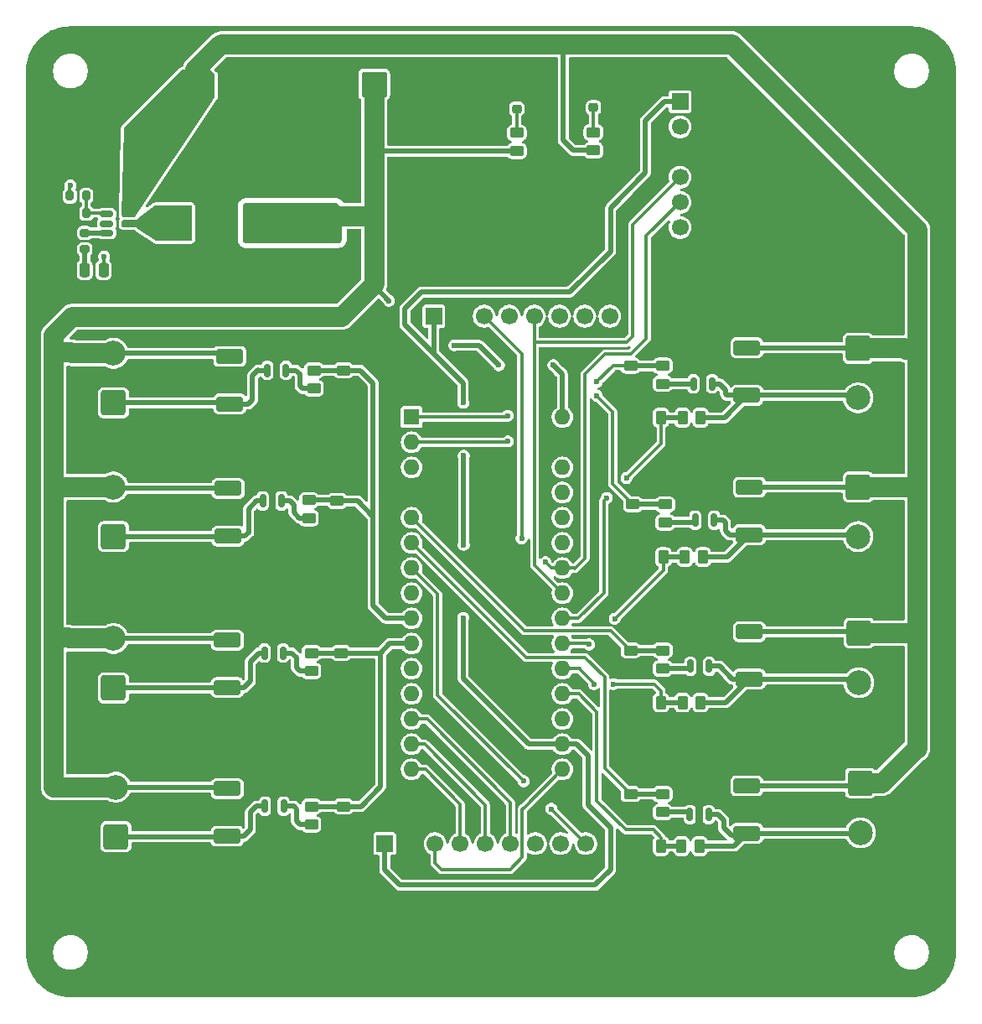
<source format=gbr>
%TF.GenerationSoftware,KiCad,Pcbnew,9.0.6*%
%TF.CreationDate,2026-02-12T10:09:26-05:00*%
%TF.ProjectId,polaris3.1,706f6c61-7269-4733-932e-312e6b696361,rev?*%
%TF.SameCoordinates,Original*%
%TF.FileFunction,Copper,L1,Top*%
%TF.FilePolarity,Positive*%
%FSLAX46Y46*%
G04 Gerber Fmt 4.6, Leading zero omitted, Abs format (unit mm)*
G04 Created by KiCad (PCBNEW 9.0.6) date 2026-02-12 10:09:26*
%MOMM*%
%LPD*%
G01*
G04 APERTURE LIST*
G04 Aperture macros list*
%AMRoundRect*
0 Rectangle with rounded corners*
0 $1 Rounding radius*
0 $2 $3 $4 $5 $6 $7 $8 $9 X,Y pos of 4 corners*
0 Add a 4 corners polygon primitive as box body*
4,1,4,$2,$3,$4,$5,$6,$7,$8,$9,$2,$3,0*
0 Add four circle primitives for the rounded corners*
1,1,$1+$1,$2,$3*
1,1,$1+$1,$4,$5*
1,1,$1+$1,$6,$7*
1,1,$1+$1,$8,$9*
0 Add four rect primitives between the rounded corners*
20,1,$1+$1,$2,$3,$4,$5,0*
20,1,$1+$1,$4,$5,$6,$7,0*
20,1,$1+$1,$6,$7,$8,$9,0*
20,1,$1+$1,$8,$9,$2,$3,0*%
G04 Aperture macros list end*
%TA.AperFunction,SMDPad,CuDef*%
%ADD10RoundRect,0.200000X0.200000X0.275000X-0.200000X0.275000X-0.200000X-0.275000X0.200000X-0.275000X0*%
%TD*%
%TA.AperFunction,SMDPad,CuDef*%
%ADD11RoundRect,0.250000X-0.450000X0.262500X-0.450000X-0.262500X0.450000X-0.262500X0.450000X0.262500X0*%
%TD*%
%TA.AperFunction,SMDPad,CuDef*%
%ADD12RoundRect,0.250000X-0.475000X0.250000X-0.475000X-0.250000X0.475000X-0.250000X0.475000X0.250000X0*%
%TD*%
%TA.AperFunction,SMDPad,CuDef*%
%ADD13RoundRect,0.250000X0.262500X0.450000X-0.262500X0.450000X-0.262500X-0.450000X0.262500X-0.450000X0*%
%TD*%
%TA.AperFunction,SMDPad,CuDef*%
%ADD14RoundRect,0.250000X-1.100000X0.500000X-1.100000X-0.500000X1.100000X-0.500000X1.100000X0.500000X0*%
%TD*%
%TA.AperFunction,ComponentPad*%
%ADD15RoundRect,0.250000X-1.000000X1.000000X-1.000000X-1.000000X1.000000X-1.000000X1.000000X1.000000X0*%
%TD*%
%TA.AperFunction,ComponentPad*%
%ADD16C,2.500000*%
%TD*%
%TA.AperFunction,ComponentPad*%
%ADD17RoundRect,0.250000X1.000000X-1.000000X1.000000X1.000000X-1.000000X1.000000X-1.000000X-1.000000X0*%
%TD*%
%TA.AperFunction,ComponentPad*%
%ADD18R,1.700000X1.700000*%
%TD*%
%TA.AperFunction,ComponentPad*%
%ADD19C,1.700000*%
%TD*%
%TA.AperFunction,SMDPad,CuDef*%
%ADD20RoundRect,0.150000X0.150000X-0.512500X0.150000X0.512500X-0.150000X0.512500X-0.150000X-0.512500X0*%
%TD*%
%TA.AperFunction,SMDPad,CuDef*%
%ADD21RoundRect,0.150000X0.512500X0.150000X-0.512500X0.150000X-0.512500X-0.150000X0.512500X-0.150000X0*%
%TD*%
%TA.AperFunction,ComponentPad*%
%ADD22RoundRect,0.250000X-1.050000X-1.050000X1.050000X-1.050000X1.050000X1.050000X-1.050000X1.050000X0*%
%TD*%
%TA.AperFunction,ComponentPad*%
%ADD23C,2.600000*%
%TD*%
%TA.AperFunction,SMDPad,CuDef*%
%ADD24RoundRect,0.200000X-0.275000X0.200000X-0.275000X-0.200000X0.275000X-0.200000X0.275000X0.200000X0*%
%TD*%
%TA.AperFunction,SMDPad,CuDef*%
%ADD25RoundRect,0.218750X-0.256250X0.218750X-0.256250X-0.218750X0.256250X-0.218750X0.256250X0.218750X0*%
%TD*%
%TA.AperFunction,SMDPad,CuDef*%
%ADD26R,3.550000X3.500000*%
%TD*%
%TA.AperFunction,SMDPad,CuDef*%
%ADD27RoundRect,0.150000X-0.150000X0.512500X-0.150000X-0.512500X0.150000X-0.512500X0.150000X0.512500X0*%
%TD*%
%TA.AperFunction,SMDPad,CuDef*%
%ADD28RoundRect,0.250000X0.450000X-0.262500X0.450000X0.262500X-0.450000X0.262500X-0.450000X-0.262500X0*%
%TD*%
%TA.AperFunction,SMDPad,CuDef*%
%ADD29RoundRect,0.250000X0.250000X0.475000X-0.250000X0.475000X-0.250000X-0.475000X0.250000X-0.475000X0*%
%TD*%
%TA.AperFunction,SMDPad,CuDef*%
%ADD30RoundRect,0.200000X-0.200000X-0.275000X0.200000X-0.275000X0.200000X0.275000X-0.200000X0.275000X0*%
%TD*%
%TA.AperFunction,ComponentPad*%
%ADD31R,1.600000X1.600000*%
%TD*%
%TA.AperFunction,ComponentPad*%
%ADD32O,1.600000X1.600000*%
%TD*%
%TA.AperFunction,ViaPad*%
%ADD33C,0.600000*%
%TD*%
%TA.AperFunction,Conductor*%
%ADD34C,0.300000*%
%TD*%
%TA.AperFunction,Conductor*%
%ADD35C,0.500000*%
%TD*%
%TA.AperFunction,Conductor*%
%ADD36C,2.000000*%
%TD*%
G04 APERTURE END LIST*
D10*
%TO.P,R13,1*%
%TO.N,Net-(U2-FB)*%
X121000000Y-55350000D03*
%TO.P,R13,2*%
%TO.N,GND*%
X119350000Y-55350000D03*
%TD*%
D11*
%TO.P,R1,1*%
%TO.N,SOL_1*%
X144000000Y-71215000D03*
%TO.P,R1,2*%
%TO.N,Net-(Q5-G)*%
X144000000Y-73040000D03*
%TD*%
D12*
%TO.P,C6,1*%
%TO.N,+12V*%
X145850000Y-57700000D03*
%TO.P,C6,2*%
%TO.N,GND*%
X145850000Y-59600000D03*
%TD*%
D13*
%TO.P,R21,1*%
%TO.N,PYRO_2_CONTINUITY*%
X179325000Y-90075000D03*
%TO.P,R21,2*%
%TO.N,GND*%
X177500000Y-90075000D03*
%TD*%
D14*
%TO.P,D11,1,K*%
%TO.N,+15V*%
X188000000Y-97600000D03*
%TO.P,D11,2,A*%
%TO.N,Net-(D11-A)*%
X188000000Y-102400000D03*
%TD*%
D15*
%TO.P,J11,1,Pin_1*%
%TO.N,+15V*%
X199000000Y-69000000D03*
D16*
%TO.P,J11,2,Pin_2*%
%TO.N,Net-(D9-A)*%
X199000000Y-74000000D03*
%TD*%
D11*
%TO.P,R7,1*%
%TO.N,SOL_2*%
X143750000Y-99750000D03*
%TO.P,R7,2*%
%TO.N,Net-(Q7-G)*%
X143750000Y-101575000D03*
%TD*%
%TO.P,R11,1*%
%TO.N,PYRO_1*%
X176000000Y-70750000D03*
%TO.P,R11,2*%
%TO.N,GND*%
X176000000Y-72575000D03*
%TD*%
D17*
%TO.P,J4,1,Pin_1*%
%TO.N,Net-(D3-A)*%
X123750000Y-103300000D03*
D16*
%TO.P,J4,2,Pin_2*%
%TO.N,+12V*%
X123750000Y-98300000D03*
%TD*%
D11*
%TO.P,R23,1*%
%TO.N,PYRO_3*%
X179250000Y-99500000D03*
%TO.P,R23,2*%
%TO.N,Net-(Q2-G)*%
X179250000Y-101325000D03*
%TD*%
D18*
%TO.P,J8,1,Pin_1*%
%TO.N,+3.3V*%
X156130000Y-65750000D03*
D19*
%TO.P,J8,2,Pin_2*%
%TO.N,GND*%
X158670000Y-65750000D03*
%TO.P,J8,3,Pin_3*%
%TO.N,I2C_SCL*%
X161210000Y-65750000D03*
%TO.P,J8,4,Pin_4*%
%TO.N,unconnected-(J8-Pin_4-Pad4)*%
X163750000Y-65750000D03*
%TO.P,J8,5,Pin_5*%
%TO.N,I2C_SDA*%
X166290000Y-65750000D03*
%TO.P,J8,6,Pin_6*%
%TO.N,unconnected-(J8-Pin_6-Pad6)*%
X168830000Y-65750000D03*
%TO.P,J8,7,Pin_7*%
%TO.N,unconnected-(J8-Pin_7-Pad7)*%
X171370000Y-65750000D03*
%TO.P,J8,8,Pin_8*%
%TO.N,unconnected-(J8-Pin_8-Pad8)*%
X173910000Y-65750000D03*
%TD*%
D20*
%TO.P,Q2,1,G*%
%TO.N,Net-(Q2-G)*%
X182050000Y-101100000D03*
%TO.P,Q2,2,D*%
%TO.N,Net-(D11-A)*%
X183950000Y-101100000D03*
%TO.P,Q2,3,S*%
%TO.N,GND*%
X183000000Y-98825000D03*
%TD*%
D13*
%TO.P,R16,1*%
%TO.N,Net-(D9-A)*%
X183075000Y-76000000D03*
%TO.P,R16,2*%
%TO.N,PYRO_1_CONTINUITY*%
X181250000Y-76000000D03*
%TD*%
D15*
%TO.P,J12,1,Pin_1*%
%TO.N,+15V*%
X199000000Y-83000000D03*
D16*
%TO.P,J12,2,Pin_2*%
%TO.N,Net-(D2-A)*%
X199000000Y-88000000D03*
%TD*%
D15*
%TO.P,J6,1,Pin_1*%
%TO.N,+15V*%
X199082500Y-97750000D03*
D16*
%TO.P,J6,2,Pin_2*%
%TO.N,Net-(D11-A)*%
X199082500Y-102750000D03*
%TD*%
D20*
%TO.P,Q4,1,G*%
%TO.N,Net-(Q4-G)*%
X182550000Y-86350000D03*
%TO.P,Q4,2,D*%
%TO.N,Net-(D2-A)*%
X184450000Y-86350000D03*
%TO.P,Q4,3,S*%
%TO.N,GND*%
X183500000Y-84075000D03*
%TD*%
D11*
%TO.P,R5,1*%
%TO.N,SOL_2*%
X146750000Y-99750000D03*
%TO.P,R5,2*%
%TO.N,GND*%
X146750000Y-101575000D03*
%TD*%
D21*
%TO.P,U2,1,GND*%
%TO.N,GND*%
X125350000Y-57350000D03*
%TO.P,U2,2,SW*%
%TO.N,Net-(U2-SW)*%
X125350000Y-56400000D03*
%TO.P,U2,3,VIN*%
%TO.N,+15V*%
X125350000Y-55450000D03*
%TO.P,U2,4,FB*%
%TO.N,Net-(U2-FB)*%
X123075000Y-55450000D03*
%TO.P,U2,5,EN*%
%TO.N,unconnected-(U2-EN-Pad5)*%
X123075000Y-56400000D03*
%TO.P,U2,6,BOOT*%
%TO.N,Net-(U2-BOOT)*%
X123075000Y-57350000D03*
%TD*%
D14*
%TO.P,D3,1,K*%
%TO.N,+12V*%
X135250000Y-98450000D03*
%TO.P,D3,2,A*%
%TO.N,Net-(D3-A)*%
X135250000Y-103250000D03*
%TD*%
D22*
%TO.P,J1,1,Pin_1*%
%TO.N,+12V*%
X150100000Y-42350000D03*
D23*
%TO.P,J1,2,Pin_2*%
%TO.N,GND*%
X155100000Y-42350000D03*
%TD*%
D24*
%TO.P,R14,1*%
%TO.N,Net-(U2-BOOT)*%
X120850000Y-57350000D03*
%TO.P,R14,2*%
%TO.N,Net-(C5-Pad2)*%
X120850000Y-59000000D03*
%TD*%
D25*
%TO.P,D6,1,K*%
%TO.N,GND*%
X172250000Y-43112500D03*
%TO.P,D6,2,A*%
%TO.N,Net-(D6-A)*%
X172250000Y-44687500D03*
%TD*%
D14*
%TO.P,D9,1,K*%
%TO.N,+15V*%
X187750000Y-68950000D03*
%TO.P,D9,2,A*%
%TO.N,Net-(D9-A)*%
X187750000Y-73750000D03*
%TD*%
D11*
%TO.P,R26,1*%
%TO.N,PYRO_4*%
X176000000Y-114000000D03*
%TO.P,R26,2*%
%TO.N,GND*%
X176000000Y-115825000D03*
%TD*%
%TO.P,R18,1*%
%TO.N,PYRO_2*%
X176250000Y-84750000D03*
%TO.P,R18,2*%
%TO.N,GND*%
X176250000Y-86575000D03*
%TD*%
%TO.P,R15,1*%
%TO.N,PYRO_1*%
X179250000Y-70750000D03*
%TO.P,R15,2*%
%TO.N,Net-(Q1-G)*%
X179250000Y-72575000D03*
%TD*%
%TO.P,R27,1*%
%TO.N,PYRO_4*%
X179250000Y-114000000D03*
%TO.P,R27,2*%
%TO.N,Net-(Q3-G)*%
X179250000Y-115825000D03*
%TD*%
D20*
%TO.P,Q1,1,G*%
%TO.N,Net-(Q1-G)*%
X182350000Y-72575000D03*
%TO.P,Q1,2,D*%
%TO.N,Net-(D9-A)*%
X184250000Y-72575000D03*
%TO.P,Q1,3,S*%
%TO.N,GND*%
X183300000Y-70300000D03*
%TD*%
D26*
%TO.P,L1,1,1*%
%TO.N,Net-(U2-SW)*%
X129850000Y-56350000D03*
%TO.P,L1,2,2*%
%TO.N,+12V*%
X138800000Y-56350000D03*
%TD*%
D27*
%TO.P,Q5,1,G*%
%TO.N,Net-(Q5-G)*%
X141200000Y-71215000D03*
%TO.P,Q5,2,D*%
%TO.N,Net-(D10-A)*%
X139300000Y-71215000D03*
%TO.P,Q5,3,S*%
%TO.N,GND*%
X140250000Y-73490000D03*
%TD*%
D13*
%TO.P,R24,1*%
%TO.N,Net-(D11-A)*%
X183075000Y-104750000D03*
%TO.P,R24,2*%
%TO.N,PYRO_3_CONTINUITY*%
X181250000Y-104750000D03*
%TD*%
D28*
%TO.P,R10,1*%
%TO.N,+12V*%
X164500000Y-49075000D03*
%TO.P,R10,2*%
%TO.N,Net-(D7-A)*%
X164500000Y-47250000D03*
%TD*%
D11*
%TO.P,R3,1*%
%TO.N,SOL_1*%
X146332500Y-84400000D03*
%TO.P,R3,2*%
%TO.N,GND*%
X146332500Y-86225000D03*
%TD*%
D28*
%TO.P,R9,1*%
%TO.N,+15V*%
X172250000Y-49012500D03*
%TO.P,R9,2*%
%TO.N,Net-(D6-A)*%
X172250000Y-47187500D03*
%TD*%
D17*
%TO.P,J3,1,Pin_1*%
%TO.N,Net-(D1-A)*%
X123750000Y-88000000D03*
D16*
%TO.P,J3,2,Pin_2*%
%TO.N,+12V*%
X123750000Y-83000000D03*
%TD*%
D11*
%TO.P,R4,1*%
%TO.N,SOL_1*%
X143500000Y-84325000D03*
%TO.P,R4,2*%
%TO.N,Net-(Q6-G)*%
X143500000Y-86150000D03*
%TD*%
%TO.P,R22,1*%
%TO.N,PYRO_3*%
X176000000Y-99500000D03*
%TO.P,R22,2*%
%TO.N,GND*%
X176000000Y-101325000D03*
%TD*%
D14*
%TO.P,D10,1,K*%
%TO.N,+12V*%
X135500000Y-69815000D03*
%TO.P,D10,2,A*%
%TO.N,Net-(D10-A)*%
X135500000Y-74615000D03*
%TD*%
D13*
%TO.P,R25,1*%
%TO.N,PYRO_3_CONTINUITY*%
X179075000Y-104750000D03*
%TO.P,R25,2*%
%TO.N,GND*%
X177250000Y-104750000D03*
%TD*%
D12*
%TO.P,C4,1*%
%TO.N,+12V*%
X143100000Y-57700000D03*
%TO.P,C4,2*%
%TO.N,GND*%
X143100000Y-59600000D03*
%TD*%
D15*
%TO.P,J13,1,Pin_1*%
%TO.N,+15V*%
X199232500Y-112900000D03*
D16*
%TO.P,J13,2,Pin_2*%
%TO.N,Net-(D8-A)*%
X199232500Y-117900000D03*
%TD*%
D22*
%TO.P,J7,1,Pin_1*%
%TO.N,+15V*%
X132000000Y-42350000D03*
D23*
%TO.P,J7,2,Pin_2*%
%TO.N,GND*%
X137000000Y-42350000D03*
%TD*%
D17*
%TO.P,J2,1,Pin_1*%
%TO.N,Net-(D10-A)*%
X123750000Y-74500000D03*
D16*
%TO.P,J2,2,Pin_2*%
%TO.N,+12V*%
X123750000Y-69500000D03*
%TD*%
D11*
%TO.P,R19,1*%
%TO.N,PYRO_2*%
X179500000Y-84750000D03*
%TO.P,R19,2*%
%TO.N,Net-(Q4-G)*%
X179500000Y-86575000D03*
%TD*%
%TO.P,R6,1*%
%TO.N,SOL_2*%
X147000000Y-115250000D03*
%TO.P,R6,2*%
%TO.N,GND*%
X147000000Y-117075000D03*
%TD*%
D18*
%TO.P,IMU1,1,Pin_1*%
%TO.N,+3.3V*%
X181000000Y-44100000D03*
D19*
%TO.P,IMU1,2,Pin_2*%
%TO.N,unconnected-(IMU1-Pin_2-Pad2)*%
X181000000Y-46640000D03*
%TO.P,IMU1,3,Pin_3*%
%TO.N,GND*%
X181000000Y-49180000D03*
%TO.P,IMU1,4,Pin_4*%
%TO.N,I2C_SDA*%
X181000000Y-51720000D03*
%TO.P,IMU1,5,Pin_5*%
%TO.N,I2C_SCL*%
X181000000Y-54260000D03*
%TO.P,IMU1,6,Pin_6*%
%TO.N,unconnected-(IMU1-Pin_6-Pad6)*%
X181000000Y-56800000D03*
%TD*%
D29*
%TO.P,C3,1*%
%TO.N,+15V*%
X125500000Y-53100000D03*
%TO.P,C3,2*%
%TO.N,GND*%
X123600000Y-53100000D03*
%TD*%
D13*
%TO.P,R20,1*%
%TO.N,Net-(D2-A)*%
X183325000Y-90075000D03*
%TO.P,R20,2*%
%TO.N,PYRO_2_CONTINUITY*%
X181500000Y-90075000D03*
%TD*%
D17*
%TO.P,J5,1,Pin_1*%
%TO.N,Net-(D4-A)*%
X124000000Y-118300000D03*
D16*
%TO.P,J5,2,Pin_2*%
%TO.N,+12V*%
X124000000Y-113300000D03*
%TD*%
D27*
%TO.P,Q8,1,G*%
%TO.N,Net-(Q8-G)*%
X140950000Y-115225000D03*
%TO.P,Q8,2,D*%
%TO.N,Net-(D4-A)*%
X139050000Y-115225000D03*
%TO.P,Q8,3,S*%
%TO.N,GND*%
X140000000Y-117500000D03*
%TD*%
D29*
%TO.P,C1,1*%
%TO.N,+15V*%
X125500000Y-48350000D03*
%TO.P,C1,2*%
%TO.N,GND*%
X123600000Y-48350000D03*
%TD*%
D14*
%TO.P,D4,1,K*%
%TO.N,+12V*%
X135250000Y-113450000D03*
%TO.P,D4,2,A*%
%TO.N,Net-(D4-A)*%
X135250000Y-118250000D03*
%TD*%
D29*
%TO.P,C2,1*%
%TO.N,+15V*%
X125500000Y-50600000D03*
%TO.P,C2,2*%
%TO.N,GND*%
X123600000Y-50600000D03*
%TD*%
D14*
%TO.P,D1,1,K*%
%TO.N,+12V*%
X135332500Y-83150000D03*
%TO.P,D1,2,A*%
%TO.N,Net-(D1-A)*%
X135332500Y-87950000D03*
%TD*%
D20*
%TO.P,Q3,1,G*%
%TO.N,Net-(Q3-G)*%
X182000000Y-116075000D03*
%TO.P,Q3,2,D*%
%TO.N,Net-(D8-A)*%
X183900000Y-116075000D03*
%TO.P,Q3,3,S*%
%TO.N,GND*%
X182950000Y-113800000D03*
%TD*%
D14*
%TO.P,D8,1,K*%
%TO.N,+15V*%
X187750000Y-113175000D03*
%TO.P,D8,2,A*%
%TO.N,Net-(D8-A)*%
X187750000Y-117975000D03*
%TD*%
D30*
%TO.P,R12,1*%
%TO.N,+12V*%
X119350000Y-53600000D03*
%TO.P,R12,2*%
%TO.N,Net-(U2-FB)*%
X121000000Y-53600000D03*
%TD*%
D13*
%TO.P,R17,1*%
%TO.N,PYRO_1_CONTINUITY*%
X179075000Y-76000000D03*
%TO.P,R17,2*%
%TO.N,GND*%
X177250000Y-76000000D03*
%TD*%
D14*
%TO.P,D2,1,K*%
%TO.N,+15V*%
X188000000Y-83025000D03*
%TO.P,D2,2,A*%
%TO.N,Net-(D2-A)*%
X188000000Y-87825000D03*
%TD*%
D11*
%TO.P,R2,1*%
%TO.N,SOL_1*%
X147000000Y-71215000D03*
%TO.P,R2,2*%
%TO.N,GND*%
X147000000Y-73040000D03*
%TD*%
D27*
%TO.P,Q6,1,G*%
%TO.N,Net-(Q6-G)*%
X140732500Y-84400000D03*
%TO.P,Q6,2,D*%
%TO.N,Net-(D1-A)*%
X138832500Y-84400000D03*
%TO.P,Q6,3,S*%
%TO.N,GND*%
X139782500Y-86675000D03*
%TD*%
D11*
%TO.P,R8,1*%
%TO.N,SOL_2*%
X143750000Y-115250000D03*
%TO.P,R8,2*%
%TO.N,Net-(Q8-G)*%
X143750000Y-117075000D03*
%TD*%
D31*
%TO.P,A1,1,D1/TX*%
%TO.N,PYRO_1*%
X153890000Y-75950000D03*
D32*
%TO.P,A1,2,D0/RX*%
%TO.N,PYRO_2*%
X153890000Y-78490000D03*
%TO.P,A1,3,~{RESET}*%
%TO.N,RESET*%
X153890000Y-81030000D03*
%TO.P,A1,4,GND*%
%TO.N,GND*%
X153890000Y-83570000D03*
%TO.P,A1,5,D2*%
%TO.N,PYRO_3*%
X153890000Y-86110000D03*
%TO.P,A1,6,D3*%
%TO.N,PYRO_4*%
X153890000Y-88650000D03*
%TO.P,A1,7,D4*%
%TO.N,SD_DET*%
X153890000Y-91190000D03*
%TO.P,A1,8,D5*%
%TO.N,D5*%
X153890000Y-93730000D03*
%TO.P,A1,9,D6*%
%TO.N,SOL_1*%
X153890000Y-96270000D03*
%TO.P,A1,10,D7*%
%TO.N,SOL_2*%
X153890000Y-98810000D03*
%TO.P,A1,11,D8*%
%TO.N,CAN_TX*%
X153890000Y-101350000D03*
%TO.P,A1,12,D9*%
%TO.N,CAN_RX*%
X153890000Y-103890000D03*
%TO.P,A1,13,D10/CS*%
%TO.N,SPI_CS*%
X153890000Y-106430000D03*
%TO.P,A1,14,D11/COPI*%
%TO.N,SPI_SI*%
X153890000Y-108970000D03*
%TO.P,A1,15,D12/CIPO*%
%TO.N,SPI_SO*%
X153890000Y-111510000D03*
%TO.P,A1,16,D13/SCK*%
%TO.N,SPI_CLK*%
X169130000Y-111510000D03*
%TO.P,A1,17,3V3*%
%TO.N,+3.3V*%
X169130000Y-108970000D03*
%TO.P,A1,18,B0*%
%TO.N,unconnected-(A1-B0-Pad18)*%
X169130000Y-106430000D03*
%TO.P,A1,19,A0*%
%TO.N,PYRO_4_CONTINUITY*%
X169130000Y-103890000D03*
%TO.P,A1,20,A1*%
%TO.N,PYRO_3_CONTINUITY*%
X169130000Y-101350000D03*
%TO.P,A1,21,A2*%
%TO.N,PYRO_2_CONTINUITY*%
X169130000Y-98810000D03*
%TO.P,A1,22,A3*%
%TO.N,PYRO_1_CONTINUITY*%
X169130000Y-96270000D03*
%TO.P,A1,23,SDA/A4*%
%TO.N,I2C_SDA*%
X169130000Y-93730000D03*
%TO.P,A1,24,SCL/A5*%
%TO.N,I2C_SCL*%
X169130000Y-91190000D03*
%TO.P,A1,25,A6*%
%TO.N,A6*%
X169130000Y-88650000D03*
%TO.P,A1,26,A7*%
%TO.N,A7*%
X169130000Y-86110000D03*
%TO.P,A1,27,VUSB/5V*%
%TO.N,unconnected-(A1-VUSB{slash}5V-Pad27)*%
X169130000Y-83570000D03*
%TO.P,A1,28,B1*%
%TO.N,unconnected-(A1-B1-Pad28)*%
X169130000Y-81030000D03*
%TO.P,A1,29,GND*%
%TO.N,GND*%
X169130000Y-78490000D03*
%TO.P,A1,30,VIN*%
%TO.N,+12V*%
X169130000Y-75950000D03*
%TD*%
D27*
%TO.P,Q7,1,G*%
%TO.N,Net-(Q7-G)*%
X140900000Y-99750000D03*
%TO.P,Q7,2,D*%
%TO.N,Net-(D3-A)*%
X139000000Y-99750000D03*
%TO.P,Q7,3,S*%
%TO.N,GND*%
X139950000Y-102025000D03*
%TD*%
D13*
%TO.P,R28,1*%
%TO.N,Net-(D8-A)*%
X182987500Y-119250000D03*
%TO.P,R28,2*%
%TO.N,PYRO_4_CONTINUITY*%
X181162500Y-119250000D03*
%TD*%
%TO.P,R29,1*%
%TO.N,PYRO_4_CONTINUITY*%
X179075000Y-119250000D03*
%TO.P,R29,2*%
%TO.N,GND*%
X177250000Y-119250000D03*
%TD*%
D25*
%TO.P,D7,1,K*%
%TO.N,GND*%
X164500000Y-43225000D03*
%TO.P,D7,2,A*%
%TO.N,Net-(D7-A)*%
X164500000Y-44800000D03*
%TD*%
D29*
%TO.P,C5,1*%
%TO.N,Net-(U2-SW)*%
X122750000Y-61100000D03*
%TO.P,C5,2*%
%TO.N,Net-(C5-Pad2)*%
X120850000Y-61100000D03*
%TD*%
D18*
%TO.P,J10,1,Pin_1*%
%TO.N,+3.3V*%
X151170000Y-119000000D03*
D19*
%TO.P,J10,2,Pin_2*%
%TO.N,GND*%
X153710000Y-119000000D03*
%TO.P,J10,3,Pin_3*%
%TO.N,SPI_CLK*%
X156250000Y-119000000D03*
%TO.P,J10,4,Pin_4*%
%TO.N,SPI_SO*%
X158790000Y-119000000D03*
%TO.P,J10,5,Pin_5*%
%TO.N,SPI_SI*%
X161330000Y-119000000D03*
%TO.P,J10,6,Pin_6*%
%TO.N,SPI_CS*%
X163870000Y-119000000D03*
%TO.P,J10,7,Pin_7*%
%TO.N,unconnected-(J10-Pin_7-Pad7)*%
X166410000Y-119000000D03*
%TO.P,J10,8,Pin_8*%
%TO.N,unconnected-(J10-Pin_8-Pad8)*%
X168950000Y-119000000D03*
%TO.P,J10,9,Pin_9*%
%TO.N,SD_DET*%
X171490000Y-119000000D03*
%TD*%
D33*
%TO.N,GND*%
X147000000Y-118300000D03*
X141100000Y-117900000D03*
X138900000Y-117900000D03*
X146800000Y-102900000D03*
X141000000Y-102500000D03*
X138800000Y-102500000D03*
X140900000Y-87300000D03*
X138600000Y-87200000D03*
X146300000Y-87500000D03*
X141500000Y-74000000D03*
X139000000Y-73900000D03*
X147000000Y-74300000D03*
X151400000Y-68900000D03*
X173900000Y-62300000D03*
X161500000Y-73000000D03*
X170300000Y-70900000D03*
X167500000Y-78500000D03*
X166800000Y-121700000D03*
X154400000Y-117000000D03*
X153100000Y-117000000D03*
X174600000Y-115300000D03*
X176000000Y-119300000D03*
X184100000Y-113400000D03*
X181800000Y-113400000D03*
X176100000Y-104800000D03*
X174600000Y-101300000D03*
X184100000Y-98400000D03*
X181900000Y-98400000D03*
X176200000Y-90200000D03*
X176200000Y-87800000D03*
X176000000Y-73800000D03*
X184600000Y-83600000D03*
X182400000Y-83600000D03*
X184500000Y-69700000D03*
X182200000Y-69700000D03*
X176000000Y-76100000D03*
X183400000Y-49800000D03*
X183400000Y-48400000D03*
X159400000Y-67000000D03*
X158100000Y-67000000D03*
X117500000Y-48900000D03*
X156000000Y-44400000D03*
X154000000Y-44400000D03*
X172800000Y-41900000D03*
X171700000Y-41900000D03*
X164900000Y-42000000D03*
X164000000Y-42000000D03*
X135500000Y-108100000D03*
X136800000Y-92800000D03*
X169100000Y-53100000D03*
X137400000Y-50350000D03*
X122300000Y-53450000D03*
X130400000Y-63550000D03*
X118300000Y-55350000D03*
X186800000Y-46000000D03*
X137600000Y-44300000D03*
X124800000Y-62050000D03*
X157000000Y-84600000D03*
X122300000Y-50450000D03*
X138300000Y-63550000D03*
X180600000Y-132000000D03*
X145400000Y-60950000D03*
X197700000Y-41000000D03*
X126250000Y-59350000D03*
X159400000Y-56400000D03*
X136700000Y-78100000D03*
X127700000Y-60650000D03*
X143500000Y-60950000D03*
X140500000Y-62350000D03*
X131500000Y-50350000D03*
X122300000Y-48950000D03*
X137900000Y-40600000D03*
X146250000Y-40100000D03*
X134500000Y-50350000D03*
X166000000Y-57300000D03*
X162000000Y-86500000D03*
X155700000Y-39950000D03*
X134400000Y-63550000D03*
X188300000Y-107300000D03*
X138900000Y-42450000D03*
X142500000Y-46600000D03*
X125250000Y-42600000D03*
X122300000Y-47550000D03*
X132200000Y-62150000D03*
X133250000Y-48350000D03*
X141250000Y-50350000D03*
X203600000Y-48800000D03*
X144000000Y-62850000D03*
X142700000Y-60950000D03*
X193300000Y-58400000D03*
X117000000Y-62600000D03*
X162600000Y-127500000D03*
X122300000Y-58650000D03*
X136250000Y-48350000D03*
X186300000Y-92100000D03*
X145250000Y-50850000D03*
X122750000Y-45100000D03*
X182000000Y-62800000D03*
X136500000Y-62150000D03*
X146200000Y-60950000D03*
X194600000Y-126800000D03*
X163100000Y-102500000D03*
X126500000Y-131000000D03*
X127250000Y-63100000D03*
X186000000Y-77800000D03*
X154500000Y-39950000D03*
%TO.N,PYRO_3_CONTINUITY*%
X174300000Y-102900000D03*
X172300000Y-102900000D03*
%TO.N,+12V*%
X144400000Y-56350000D03*
X119400000Y-52550000D03*
X151600000Y-64200000D03*
X168200000Y-70700000D03*
X158200000Y-68700000D03*
X162700000Y-70700000D03*
%TO.N,PYRO_1*%
X163600000Y-75800000D03*
X172600000Y-72400000D03*
%TO.N,+3.3V*%
X159150000Y-88850000D03*
X159150000Y-79850000D03*
X159100000Y-96200000D03*
X159100000Y-74500000D03*
%TO.N,PYRO_2*%
X163600000Y-78400000D03*
X172600000Y-73800000D03*
%TO.N,PYRO_1_CONTINUITY*%
X175600000Y-82100000D03*
X173600000Y-84100000D03*
%TO.N,PYRO_2_CONTINUITY*%
X171800000Y-98900000D03*
X174400000Y-96300000D03*
%TO.N,I2C_SCL*%
X167400000Y-90600000D03*
X165000000Y-88200000D03*
%TO.N,Net-(U2-SW)*%
X122800000Y-59750000D03*
X127400000Y-56950000D03*
%TO.N,SD_DET*%
X165200000Y-112700000D03*
X168000000Y-115500000D03*
%TO.N,GND*%
X136600000Y-123600000D03*
%TD*%
D34*
%TO.N,GND*%
X119350000Y-55350000D02*
X118300000Y-55350000D01*
%TO.N,PYRO_3_CONTINUITY*%
X179075000Y-103575000D02*
X179075000Y-104750000D01*
X174300000Y-102900000D02*
X178400000Y-102900000D01*
X172300000Y-102800000D02*
X172300000Y-102900000D01*
X169130000Y-101350000D02*
X170850000Y-101350000D01*
X170900000Y-101400000D02*
X172300000Y-102800000D01*
X178400000Y-102900000D02*
X179075000Y-103575000D01*
X170850000Y-101350000D02*
X170900000Y-101400000D01*
D35*
X179075000Y-104750000D02*
X181250000Y-104750000D01*
D34*
%TO.N,PYRO_3*%
X165280000Y-97500000D02*
X174000000Y-97500000D01*
X174000000Y-97500000D02*
X176000000Y-99500000D01*
D35*
X176000000Y-99500000D02*
X179250000Y-99500000D01*
D34*
X153890000Y-86110000D02*
X165280000Y-97500000D01*
D35*
%TO.N,+12V*%
X169130000Y-71630000D02*
X168200000Y-70700000D01*
X150100000Y-62700000D02*
X150100000Y-62500000D01*
X123750000Y-98300000D02*
X135100000Y-98300000D01*
D36*
X119600000Y-65800000D02*
X117700000Y-67700000D01*
D35*
X135100000Y-98300000D02*
X135250000Y-98450000D01*
D36*
X150100000Y-62500000D02*
X146800000Y-65800000D01*
X117700000Y-98200000D02*
X119200000Y-98200000D01*
D35*
X169130000Y-75950000D02*
X169130000Y-71630000D01*
X150425000Y-49075000D02*
X150100000Y-49400000D01*
X123750000Y-69500000D02*
X135185000Y-69500000D01*
X123950000Y-83150000D02*
X135332500Y-83150000D01*
D36*
X146800000Y-65800000D02*
X119600000Y-65800000D01*
D35*
X151600000Y-64200000D02*
X150100000Y-62700000D01*
D36*
X117700000Y-69400000D02*
X119500000Y-69400000D01*
D34*
X119350000Y-53600000D02*
X119350000Y-52600000D01*
D36*
X117700000Y-82700000D02*
X118000000Y-83000000D01*
D35*
X135100000Y-113300000D02*
X135250000Y-113450000D01*
D36*
X119300000Y-98300000D02*
X123750000Y-98300000D01*
X118000000Y-83000000D02*
X123750000Y-83000000D01*
D35*
X123800000Y-83000000D02*
X123950000Y-83150000D01*
D36*
X117700000Y-82700000D02*
X117700000Y-98200000D01*
D35*
X160700000Y-68700000D02*
X158200000Y-68700000D01*
X123750000Y-83000000D02*
X123800000Y-83000000D01*
D36*
X119500000Y-69400000D02*
X119600000Y-69500000D01*
D34*
X119350000Y-52600000D02*
X119400000Y-52550000D01*
D36*
X150100000Y-55350000D02*
X149800000Y-55650000D01*
X150100000Y-42350000D02*
X150100000Y-49400000D01*
X119200000Y-98200000D02*
X119300000Y-98300000D01*
X117700000Y-67700000D02*
X117700000Y-69400000D01*
X150100000Y-49400000D02*
X150100000Y-55350000D01*
D35*
X162700000Y-70700000D02*
X160700000Y-68700000D01*
D36*
X117700000Y-69400000D02*
X117700000Y-82700000D01*
X117700000Y-98200000D02*
X117700000Y-113300000D01*
D35*
X164500000Y-49075000D02*
X150425000Y-49075000D01*
D36*
X117700000Y-113300000D02*
X124000000Y-113300000D01*
D35*
X124000000Y-113300000D02*
X135100000Y-113300000D01*
D36*
X119600000Y-69500000D02*
X123750000Y-69500000D01*
D35*
X135185000Y-69500000D02*
X135500000Y-69815000D01*
D36*
X149800000Y-55650000D02*
X146200000Y-55650000D01*
X150100000Y-55350000D02*
X150100000Y-62500000D01*
D35*
%TO.N,SOL_1*%
X148400000Y-84400000D02*
X150000000Y-86000000D01*
X144000000Y-71215000D02*
X147000000Y-71215000D01*
X150000000Y-86000000D02*
X150000000Y-95000000D01*
X150000000Y-95000000D02*
X151270000Y-96270000D01*
X146332500Y-84400000D02*
X148400000Y-84400000D01*
X148715000Y-71215000D02*
X147000000Y-71215000D01*
X150000000Y-86000000D02*
X150000000Y-72500000D01*
X153890000Y-96270000D02*
X151270000Y-96270000D01*
X143500000Y-84325000D02*
X146257500Y-84325000D01*
X150000000Y-72500000D02*
X148715000Y-71215000D01*
X146257500Y-84325000D02*
X146332500Y-84400000D01*
%TO.N,PYRO_1*%
X176000000Y-70750000D02*
X179250000Y-70750000D01*
D34*
X172600000Y-72400000D02*
X174250000Y-70750000D01*
X163450000Y-75950000D02*
X163600000Y-75800000D01*
X153890000Y-75950000D02*
X163450000Y-75950000D01*
X174250000Y-70750000D02*
X176000000Y-70750000D01*
D35*
%TO.N,+3.3V*%
X151170000Y-121670000D02*
X151170000Y-119000000D01*
X174000000Y-121600000D02*
X172400000Y-123200000D01*
X177500000Y-51300000D02*
X177500000Y-46000000D01*
X179400000Y-44100000D02*
X181000000Y-44100000D01*
X159100000Y-102350000D02*
X159100000Y-96200000D01*
X170570000Y-108970000D02*
X171700000Y-110100000D01*
X159100000Y-74500000D02*
X159100000Y-72500000D01*
X171700000Y-110100000D02*
X171700000Y-115100000D01*
X169130000Y-108970000D02*
X170570000Y-108970000D01*
X159150000Y-79850000D02*
X159150000Y-88850000D01*
X174000000Y-59200000D02*
X174000000Y-54800000D01*
X159100000Y-72500000D02*
X156130000Y-69530000D01*
X154900000Y-63300000D02*
X169900000Y-63300000D01*
X174000000Y-117400000D02*
X174000000Y-121600000D01*
X156130000Y-69530000D02*
X153200000Y-66600000D01*
X152700000Y-123200000D02*
X151170000Y-121670000D01*
X169900000Y-63300000D02*
X174000000Y-59200000D01*
X156130000Y-69530000D02*
X156130000Y-65750000D01*
X174000000Y-54800000D02*
X177500000Y-51300000D01*
X153200000Y-66600000D02*
X153200000Y-65000000D01*
X165720000Y-108970000D02*
X159100000Y-102350000D01*
X171700000Y-115100000D02*
X174000000Y-117400000D01*
X153200000Y-65000000D02*
X154900000Y-63300000D01*
X172400000Y-123200000D02*
X152700000Y-123200000D01*
X169130000Y-108970000D02*
X165720000Y-108970000D01*
X177500000Y-46000000D02*
X179400000Y-44100000D01*
D34*
%TO.N,PYRO_2*%
X174200000Y-75400000D02*
X174200000Y-82700000D01*
X163510000Y-78490000D02*
X163600000Y-78400000D01*
X174200000Y-82700000D02*
X176250000Y-84750000D01*
X153890000Y-78490000D02*
X163510000Y-78490000D01*
D35*
X176250000Y-84750000D02*
X179500000Y-84750000D01*
D34*
X172600000Y-73800000D02*
X174200000Y-75400000D01*
%TO.N,PYRO_1_CONTINUITY*%
X179075000Y-78625000D02*
X179075000Y-76000000D01*
D35*
X179075000Y-76000000D02*
X181250000Y-76000000D01*
D34*
X170730000Y-96270000D02*
X173300000Y-93700000D01*
X175600000Y-82100000D02*
X179075000Y-78625000D01*
X169130000Y-96270000D02*
X170730000Y-96270000D01*
X173300000Y-84400000D02*
X173600000Y-84100000D01*
X173300000Y-93700000D02*
X173300000Y-84400000D01*
%TO.N,PYRO_2_CONTINUITY*%
X169130000Y-98810000D02*
X171710000Y-98810000D01*
X171710000Y-98810000D02*
X171800000Y-98900000D01*
D35*
X179325000Y-90075000D02*
X181500000Y-90075000D01*
D34*
X174400000Y-96300000D02*
X179325000Y-91375000D01*
X179325000Y-91375000D02*
X179325000Y-90075000D01*
%TO.N,I2C_SCL*%
X173400000Y-69600000D02*
X176000000Y-69600000D01*
X165000000Y-69540000D02*
X165000000Y-88200000D01*
X169130000Y-91190000D02*
X167990000Y-91190000D01*
X177600000Y-68000000D02*
X177600000Y-57660000D01*
X169130000Y-91190000D02*
X170390000Y-91190000D01*
X171400000Y-71600000D02*
X173400000Y-69600000D01*
X171400000Y-90200000D02*
X171400000Y-71600000D01*
X167990000Y-91190000D02*
X167400000Y-90600000D01*
X170390000Y-91190000D02*
X170400000Y-91200000D01*
X176000000Y-69600000D02*
X177600000Y-68000000D01*
X177600000Y-57660000D02*
X181000000Y-54260000D01*
X161210000Y-65750000D02*
X165000000Y-69540000D01*
X170400000Y-91200000D02*
X171400000Y-90200000D01*
%TO.N,PYRO_4_CONTINUITY*%
X175500000Y-117600000D02*
X178300000Y-117600000D01*
X172600000Y-114700000D02*
X175500000Y-117600000D01*
D35*
X179075000Y-119250000D02*
X179075000Y-119175000D01*
D34*
X169130000Y-103890000D02*
X170790000Y-103890000D01*
X179075000Y-118375000D02*
X179075000Y-119250000D01*
X170790000Y-103890000D02*
X172600000Y-105700000D01*
D35*
X179150000Y-119250000D02*
X181162500Y-119250000D01*
X179075000Y-119175000D02*
X179150000Y-119250000D01*
D34*
X178300000Y-117600000D02*
X179075000Y-118375000D01*
X172600000Y-105700000D02*
X172600000Y-114700000D01*
%TO.N,I2C_SDA*%
X166290000Y-65750000D02*
X166290000Y-68800000D01*
X175600000Y-68400000D02*
X166290000Y-68400000D01*
X166290000Y-68800000D02*
X166290000Y-90890000D01*
X181000000Y-51720000D02*
X176200000Y-56520000D01*
X176200000Y-56520000D02*
X176200000Y-67800000D01*
X166290000Y-68400000D02*
X166290000Y-68800000D01*
X166290000Y-90890000D02*
X169130000Y-93730000D01*
X176200000Y-67800000D02*
X175600000Y-68400000D01*
D35*
%TO.N,SOL_2*%
X151690000Y-98810000D02*
X150750000Y-99750000D01*
X143750000Y-99750000D02*
X146750000Y-99750000D01*
X150750000Y-113250000D02*
X148750000Y-115250000D01*
X150750000Y-99750000D02*
X146750000Y-99750000D01*
X150750000Y-99750000D02*
X150750000Y-113250000D01*
X147000000Y-115250000D02*
X143750000Y-115250000D01*
X153890000Y-98810000D02*
X151690000Y-98810000D01*
X148750000Y-115250000D02*
X147000000Y-115250000D01*
D36*
%TO.N,+15V*%
X205000000Y-57000000D02*
X205000000Y-69100000D01*
X186300000Y-38300000D02*
X205000000Y-57000000D01*
X203700000Y-69000000D02*
X199000000Y-69000000D01*
D35*
X170212500Y-49012500D02*
X169200000Y-48000000D01*
X198932500Y-97600000D02*
X199082500Y-97750000D01*
D36*
X205000000Y-98000000D02*
X205000000Y-109400000D01*
X201400000Y-112900000D02*
X199232500Y-112900000D01*
X205000000Y-109400000D02*
X204900000Y-109400000D01*
D35*
X188000000Y-83025000D02*
X198975000Y-83025000D01*
D36*
X204750000Y-97750000D02*
X199082500Y-97750000D01*
X134600000Y-38300000D02*
X169200000Y-38300000D01*
X132000000Y-40900000D02*
X134600000Y-38300000D01*
D35*
X172250000Y-49012500D02*
X170212500Y-49012500D01*
X187750000Y-68950000D02*
X198950000Y-68950000D01*
X169200000Y-48000000D02*
X169200000Y-38300000D01*
D36*
X205000000Y-83200000D02*
X205000000Y-98000000D01*
X132000000Y-42350000D02*
X132000000Y-40900000D01*
X205000000Y-69100000D02*
X205000000Y-83200000D01*
X205000000Y-69100000D02*
X203800000Y-69100000D01*
D35*
X198957500Y-113175000D02*
X199232500Y-112900000D01*
X188000000Y-97600000D02*
X198932500Y-97600000D01*
D36*
X203800000Y-69100000D02*
X203700000Y-69000000D01*
D35*
X198950000Y-68950000D02*
X199000000Y-69000000D01*
X187750000Y-113175000D02*
X198957500Y-113175000D01*
X198975000Y-83025000D02*
X199000000Y-83000000D01*
D36*
X205000000Y-83200000D02*
X204800000Y-83000000D01*
X205000000Y-98000000D02*
X204750000Y-97750000D01*
X204800000Y-83000000D02*
X199000000Y-83000000D01*
X169200000Y-38300000D02*
X186300000Y-38300000D01*
X204900000Y-109400000D02*
X201400000Y-112900000D01*
D35*
%TO.N,Net-(D1-A)*%
X137400000Y-85200000D02*
X137400000Y-87600000D01*
X138832500Y-84400000D02*
X138200000Y-84400000D01*
X138200000Y-84400000D02*
X137400000Y-85200000D01*
X135282500Y-88000000D02*
X135332500Y-87950000D01*
X123750000Y-88000000D02*
X135282500Y-88000000D01*
X137400000Y-87600000D02*
X137050000Y-87950000D01*
X137050000Y-87950000D02*
X135332500Y-87950000D01*
%TO.N,Net-(D3-A)*%
X135200000Y-103300000D02*
X135250000Y-103250000D01*
X139000000Y-99750000D02*
X138450000Y-99750000D01*
X137600000Y-102600000D02*
X136950000Y-103250000D01*
X123750000Y-103300000D02*
X135200000Y-103300000D01*
X136950000Y-103250000D02*
X135250000Y-103250000D01*
X137600000Y-100600000D02*
X137600000Y-102600000D01*
X138450000Y-99750000D02*
X137600000Y-100600000D01*
%TO.N,Net-(D4-A)*%
X139050000Y-115225000D02*
X138175000Y-115225000D01*
X124000000Y-118300000D02*
X135200000Y-118300000D01*
X138175000Y-115225000D02*
X137600000Y-115800000D01*
X135200000Y-118300000D02*
X135250000Y-118250000D01*
X137600000Y-117600000D02*
X136950000Y-118250000D01*
X136950000Y-118250000D02*
X135250000Y-118250000D01*
X137600000Y-115800000D02*
X137600000Y-117600000D01*
%TO.N,Net-(Q1-G)*%
X179250000Y-72575000D02*
X182350000Y-72575000D01*
%TO.N,Net-(Q2-G)*%
X179250000Y-101325000D02*
X181825000Y-101325000D01*
X181825000Y-101325000D02*
X182050000Y-101100000D01*
%TO.N,Net-(Q3-G)*%
X181750000Y-115825000D02*
X182000000Y-116075000D01*
X179250000Y-115825000D02*
X181750000Y-115825000D01*
%TO.N,Net-(Q4-G)*%
X182325000Y-86575000D02*
X182550000Y-86350000D01*
X179500000Y-86575000D02*
X182325000Y-86575000D01*
D34*
%TO.N,Net-(D6-A)*%
X172250000Y-44687500D02*
X172250000Y-47187500D01*
%TO.N,Net-(D7-A)*%
X164500000Y-44800000D02*
X164500000Y-47250000D01*
%TO.N,Net-(U2-SW)*%
X122750000Y-61100000D02*
X122750000Y-59800000D01*
X122750000Y-59800000D02*
X122800000Y-59750000D01*
D35*
%TO.N,Net-(C5-Pad2)*%
X120850000Y-61100000D02*
X120850000Y-59000000D01*
D34*
%TO.N,Net-(U2-FB)*%
X121000000Y-53600000D02*
X121000000Y-55350000D01*
X122975000Y-55350000D02*
X123075000Y-55450000D01*
X121000000Y-55350000D02*
X122975000Y-55350000D01*
D35*
%TO.N,Net-(U2-BOOT)*%
X123075000Y-57350000D02*
X120850000Y-57350000D01*
D34*
%TO.N,SPI_CLK*%
X156250000Y-120950000D02*
X156250000Y-119000000D01*
X165059000Y-119509471D02*
X165059000Y-120382000D01*
X165059000Y-118490529D02*
X165071000Y-118502529D01*
X156900000Y-121600000D02*
X156250000Y-120950000D01*
X165071000Y-119497471D02*
X165059000Y-119509471D01*
X169130000Y-111510000D02*
X165209000Y-115431000D01*
X163841000Y-121600000D02*
X156900000Y-121600000D01*
X165059000Y-120382000D02*
X163841000Y-121600000D01*
X165150000Y-115431000D02*
X165059000Y-115522000D01*
X165059000Y-115522000D02*
X165059000Y-118490529D01*
X165071000Y-118502529D02*
X165071000Y-119497471D01*
%TO.N,SPI_SO*%
X153890000Y-111510000D02*
X155260000Y-111510000D01*
X158790000Y-115040000D02*
X158790000Y-119000000D01*
X155260000Y-111510000D02*
X158790000Y-115040000D01*
%TO.N,SPI_SI*%
X161330000Y-115080000D02*
X161330000Y-119000000D01*
X153890000Y-108970000D02*
X155220000Y-108970000D01*
X155220000Y-108970000D02*
X161330000Y-115080000D01*
%TO.N,SD_DET*%
X165200000Y-112700000D02*
X156500000Y-104000000D01*
X156500000Y-93800000D02*
X153890000Y-91190000D01*
X171490000Y-118990000D02*
X168000000Y-115500000D01*
X156500000Y-104000000D02*
X156500000Y-93800000D01*
X171490000Y-119000000D02*
X171490000Y-118990000D01*
%TO.N,SPI_CS*%
X155430000Y-106430000D02*
X163870000Y-114870000D01*
X153890000Y-106430000D02*
X155430000Y-106430000D01*
X163870000Y-114870000D02*
X163870000Y-119000000D01*
%TO.N,PYRO_4*%
X171399000Y-100199000D02*
X173400000Y-102200000D01*
X165439000Y-100199000D02*
X171399000Y-100199000D01*
X153890000Y-88650000D02*
X165439000Y-100199000D01*
X173400000Y-111400000D02*
X176000000Y-114000000D01*
D35*
X176000000Y-114000000D02*
X179250000Y-114000000D01*
D34*
X173400000Y-102200000D02*
X173400000Y-111400000D01*
D35*
%TO.N,Net-(D2-A)*%
X185600000Y-86600000D02*
X185600000Y-87400000D01*
X185350000Y-86350000D02*
X185600000Y-86600000D01*
X185600000Y-87400000D02*
X186025000Y-87825000D01*
X188000000Y-87825000D02*
X198825000Y-87825000D01*
X186025000Y-87825000D02*
X188000000Y-87825000D01*
X185750000Y-90075000D02*
X188000000Y-87825000D01*
X198825000Y-87825000D02*
X199000000Y-88000000D01*
X184450000Y-86350000D02*
X185350000Y-86350000D01*
X183325000Y-90075000D02*
X185750000Y-90075000D01*
%TO.N,Net-(D8-A)*%
X182987500Y-119250000D02*
X186475000Y-119250000D01*
X199157500Y-117975000D02*
X199232500Y-117900000D01*
X186200000Y-118200000D02*
X187525000Y-118200000D01*
X187750000Y-117975000D02*
X199157500Y-117975000D01*
X183900000Y-116075000D02*
X184875000Y-116075000D01*
X184875000Y-116075000D02*
X185400000Y-116600000D01*
X185400000Y-116600000D02*
X185400000Y-117400000D01*
X186475000Y-119250000D02*
X187750000Y-117975000D01*
X187525000Y-118200000D02*
X187750000Y-117975000D01*
X185400000Y-117400000D02*
X186200000Y-118200000D01*
%TO.N,Net-(D9-A)*%
X187750000Y-73750000D02*
X198750000Y-73750000D01*
X183075000Y-76000000D02*
X185500000Y-76000000D01*
X198750000Y-73750000D02*
X199000000Y-74000000D01*
X185500000Y-76000000D02*
X187750000Y-73750000D01*
X184250000Y-72575000D02*
X184975000Y-72575000D01*
X185750000Y-73750000D02*
X187750000Y-73750000D01*
X185600000Y-73200000D02*
X185600000Y-73600000D01*
X185600000Y-73600000D02*
X185750000Y-73750000D01*
X184975000Y-72575000D02*
X185600000Y-73200000D01*
%TO.N,Net-(D10-A)*%
X138415000Y-71215000D02*
X138400000Y-71200000D01*
X139300000Y-71215000D02*
X138415000Y-71215000D01*
X135385000Y-74500000D02*
X135500000Y-74615000D01*
X123750000Y-74500000D02*
X135385000Y-74500000D01*
X137800000Y-74200000D02*
X137385000Y-74615000D01*
X137385000Y-74615000D02*
X135500000Y-74615000D01*
X137800000Y-71800000D02*
X137800000Y-74200000D01*
X138400000Y-71200000D02*
X137800000Y-71800000D01*
%TO.N,Net-(Q5-G)*%
X142840000Y-73040000D02*
X144000000Y-73040000D01*
X142600000Y-72800000D02*
X142840000Y-73040000D01*
X141200000Y-71215000D02*
X142215000Y-71215000D01*
X142215000Y-71215000D02*
X142600000Y-71600000D01*
X142600000Y-71600000D02*
X142600000Y-72800000D01*
%TO.N,Net-(Q6-G)*%
X141600000Y-84400000D02*
X142000000Y-84800000D01*
X142000000Y-85600000D02*
X142550000Y-86150000D01*
X142550000Y-86150000D02*
X143500000Y-86150000D01*
X140732500Y-84400000D02*
X141600000Y-84400000D01*
X142000000Y-84800000D02*
X142000000Y-85600000D01*
%TO.N,Net-(Q7-G)*%
X142575000Y-101575000D02*
X143750000Y-101575000D01*
X142250000Y-100250000D02*
X142250000Y-101250000D01*
X141750000Y-99750000D02*
X142250000Y-100250000D01*
X140900000Y-99750000D02*
X141750000Y-99750000D01*
X142250000Y-101250000D02*
X142575000Y-101575000D01*
%TO.N,Net-(Q8-G)*%
X142575000Y-117075000D02*
X143750000Y-117075000D01*
X140950000Y-115225000D02*
X141975000Y-115225000D01*
X142250000Y-116750000D02*
X142575000Y-117075000D01*
X141975000Y-115225000D02*
X142250000Y-115500000D01*
X142250000Y-115500000D02*
X142250000Y-116750000D01*
%TO.N,Net-(D11-A)*%
X198732500Y-102400000D02*
X199082500Y-102750000D01*
X183075000Y-104750000D02*
X185650000Y-104750000D01*
X185000000Y-101100000D02*
X186300000Y-102400000D01*
X188000000Y-102400000D02*
X198732500Y-102400000D01*
X183950000Y-101100000D02*
X185000000Y-101100000D01*
X186300000Y-102400000D02*
X188000000Y-102400000D01*
X185650000Y-104750000D02*
X188000000Y-102400000D01*
%TD*%
%TA.AperFunction,Conductor*%
%TO.N,+15V*%
G36*
X133512782Y-40873438D02*
G01*
X133543641Y-40897117D01*
X133956359Y-41309835D01*
X133994923Y-41376630D01*
X134000000Y-41415194D01*
X134000000Y-43558363D01*
X133980038Y-43632863D01*
X133974985Y-43640998D01*
X133500000Y-44353476D01*
X125992245Y-55615105D01*
X125985282Y-55657422D01*
X125936384Y-55717069D01*
X125864213Y-55744275D01*
X125849531Y-55745000D01*
X124792255Y-55745000D01*
X124790877Y-55744994D01*
X124788085Y-55744968D01*
X124785218Y-55744834D01*
X124770935Y-55744500D01*
X124761718Y-55744500D01*
X124758718Y-55744696D01*
X124753247Y-55744646D01*
X124718999Y-55735128D01*
X124684377Y-55727053D01*
X124682030Y-55724855D01*
X124678935Y-55723995D01*
X124654029Y-55698624D01*
X124628088Y-55674324D01*
X124627155Y-55671249D01*
X124624904Y-55668956D01*
X124616021Y-55634535D01*
X124605704Y-55600516D01*
X124605671Y-55594432D01*
X124605631Y-55594274D01*
X124605670Y-55594132D01*
X124605661Y-55592415D01*
X124798677Y-46810182D01*
X124820271Y-46736141D01*
X124842759Y-46707625D01*
X130706442Y-40896643D01*
X130773410Y-40858380D01*
X130811324Y-40853476D01*
X133438282Y-40853476D01*
X133512782Y-40873438D01*
G37*
%TD.AperFunction*%
%TD*%
%TA.AperFunction,Conductor*%
%TO.N,Net-(U2-SW)*%
G36*
X131612782Y-54569962D02*
G01*
X131643641Y-54593641D01*
X131656359Y-54606359D01*
X131694923Y-54673154D01*
X131700000Y-54711718D01*
X131700000Y-57988282D01*
X131694923Y-58007229D01*
X131694923Y-58026846D01*
X131685115Y-58043833D01*
X131680038Y-58062782D01*
X131656359Y-58093641D01*
X131643641Y-58106359D01*
X131576846Y-58144923D01*
X131538282Y-58150000D01*
X128145113Y-58150000D01*
X128070613Y-58130038D01*
X128062463Y-58124975D01*
X126121062Y-56830707D01*
X126115234Y-56826618D01*
X126075387Y-56797210D01*
X126075383Y-56797208D01*
X126075382Y-56797207D01*
X126075379Y-56797206D01*
X126065513Y-56791992D01*
X126065894Y-56791270D01*
X126050096Y-56783397D01*
X126000000Y-56750000D01*
X125999999Y-56750000D01*
X125929065Y-56750000D01*
X125920240Y-56749586D01*
X125920237Y-56749663D01*
X125916774Y-56749500D01*
X125916766Y-56749500D01*
X124783234Y-56749500D01*
X124783225Y-56749500D01*
X124779763Y-56749663D01*
X124779759Y-56749586D01*
X124770935Y-56750000D01*
X124761718Y-56750000D01*
X124687218Y-56730038D01*
X124656359Y-56706359D01*
X124643641Y-56693641D01*
X124633833Y-56676653D01*
X124632680Y-56675500D01*
X124632257Y-56673924D01*
X124605077Y-56626846D01*
X124600000Y-56588282D01*
X124600000Y-56211718D01*
X124619962Y-56137218D01*
X124643641Y-56106359D01*
X124656359Y-56093641D01*
X124673346Y-56083833D01*
X124687218Y-56069962D01*
X124706166Y-56064884D01*
X124723154Y-56055077D01*
X124761718Y-56050000D01*
X124770935Y-56050000D01*
X124779759Y-56050413D01*
X124779763Y-56050337D01*
X124783226Y-56050499D01*
X124783234Y-56050500D01*
X124783242Y-56050500D01*
X125906579Y-56050500D01*
X125916766Y-56050500D01*
X125922098Y-56050000D01*
X126000000Y-56050000D01*
X126052060Y-56010953D01*
X126075382Y-56002793D01*
X126184650Y-55922150D01*
X126189245Y-55915923D01*
X126219720Y-55885209D01*
X127960267Y-54579800D01*
X128031844Y-54551070D01*
X128049667Y-54550000D01*
X131538282Y-54550000D01*
X131612782Y-54569962D01*
G37*
%TD.AperFunction*%
%TD*%
%TA.AperFunction,Conductor*%
%TO.N,+12V*%
G36*
X146415677Y-54369685D02*
G01*
X146436319Y-54386319D01*
X146763681Y-54713681D01*
X146797166Y-54775004D01*
X146800000Y-54801362D01*
X146800000Y-58098638D01*
X146791355Y-58128078D01*
X146784832Y-58158065D01*
X146781077Y-58163080D01*
X146780315Y-58165677D01*
X146763681Y-58186319D01*
X146636319Y-58313681D01*
X146574996Y-58347166D01*
X146548638Y-58350000D01*
X137051362Y-58350000D01*
X136984323Y-58330315D01*
X136963681Y-58313681D01*
X136836319Y-58186319D01*
X136802834Y-58124996D01*
X136800000Y-58098638D01*
X136800000Y-54601362D01*
X136808644Y-54571921D01*
X136815168Y-54541935D01*
X136818922Y-54536919D01*
X136819685Y-54534323D01*
X136836319Y-54513681D01*
X136963681Y-54386319D01*
X137025004Y-54352834D01*
X137051362Y-54350000D01*
X146348638Y-54350000D01*
X146415677Y-54369685D01*
G37*
%TD.AperFunction*%
%TD*%
%TA.AperFunction,Conductor*%
%TO.N,GND*%
G36*
X175904901Y-68771721D02*
G01*
X175910380Y-68770887D01*
X175937559Y-68783024D01*
X175965691Y-68792761D01*
X175969116Y-68797117D01*
X175974177Y-68799377D01*
X175990478Y-68824280D01*
X176008882Y-68847681D01*
X176009408Y-68853198D01*
X176012444Y-68857835D01*
X176012694Y-68887605D01*
X176015524Y-68917235D01*
X176012985Y-68922159D01*
X176013032Y-68927702D01*
X175997147Y-68952881D01*
X175983509Y-68979338D01*
X175981452Y-68981444D01*
X175849714Y-69113182D01*
X175788394Y-69146666D01*
X175762035Y-69149500D01*
X173340691Y-69149500D01*
X173250325Y-69173713D01*
X173250324Y-69173712D01*
X173226116Y-69180199D01*
X173226113Y-69180200D01*
X173123386Y-69239511D01*
X173123383Y-69239513D01*
X171039513Y-71323383D01*
X171039511Y-71323386D01*
X170980200Y-71426113D01*
X170980199Y-71426116D01*
X170973712Y-71450324D01*
X170973713Y-71450325D01*
X170949500Y-71540691D01*
X170949500Y-89962035D01*
X170929815Y-90029074D01*
X170913181Y-90049716D01*
X170285903Y-90676993D01*
X170224580Y-90710478D01*
X170154888Y-90705494D01*
X170098955Y-90663622D01*
X170087737Y-90645606D01*
X170071232Y-90613212D01*
X170071230Y-90613209D01*
X170071229Y-90613207D01*
X170041672Y-90572526D01*
X169969414Y-90473072D01*
X169846928Y-90350586D01*
X169706788Y-90248768D01*
X169672473Y-90231284D01*
X169552447Y-90170128D01*
X169552446Y-90170127D01*
X169552445Y-90170127D01*
X169387701Y-90116598D01*
X169387699Y-90116597D01*
X169387698Y-90116597D01*
X169256271Y-90095781D01*
X169216611Y-90089500D01*
X169043389Y-90089500D01*
X169003728Y-90095781D01*
X168872302Y-90116597D01*
X168707552Y-90170128D01*
X168553211Y-90248768D01*
X168473256Y-90306859D01*
X168413072Y-90350586D01*
X168413070Y-90350588D01*
X168413069Y-90350588D01*
X168290588Y-90473069D01*
X168290581Y-90473078D01*
X168222093Y-90567342D01*
X168166763Y-90610008D01*
X168097150Y-90615986D01*
X168035355Y-90583379D01*
X168002001Y-90526549D01*
X168000500Y-90520947D01*
X168000500Y-90520943D01*
X167959577Y-90368216D01*
X167949400Y-90350588D01*
X167880524Y-90231290D01*
X167880518Y-90231282D01*
X167768717Y-90119481D01*
X167768709Y-90119475D01*
X167631790Y-90040426D01*
X167631786Y-90040424D01*
X167631784Y-90040423D01*
X167479057Y-89999500D01*
X167320943Y-89999500D01*
X167168216Y-90040423D01*
X167168209Y-90040426D01*
X167031290Y-90119475D01*
X167031282Y-90119481D01*
X166952181Y-90198583D01*
X166890858Y-90232068D01*
X166821166Y-90227084D01*
X166765233Y-90185212D01*
X166740816Y-90119748D01*
X166740500Y-90110902D01*
X166740500Y-88563389D01*
X168029500Y-88563389D01*
X168029500Y-88736611D01*
X168034938Y-88770943D01*
X168056597Y-88907697D01*
X168056597Y-88907699D01*
X168056598Y-88907701D01*
X168110127Y-89072445D01*
X168188768Y-89226788D01*
X168290586Y-89366928D01*
X168413072Y-89489414D01*
X168553212Y-89591232D01*
X168707555Y-89669873D01*
X168872299Y-89723402D01*
X169043389Y-89750500D01*
X169043390Y-89750500D01*
X169216610Y-89750500D01*
X169216611Y-89750500D01*
X169387701Y-89723402D01*
X169552445Y-89669873D01*
X169706788Y-89591232D01*
X169846928Y-89489414D01*
X169969414Y-89366928D01*
X170071232Y-89226788D01*
X170149873Y-89072445D01*
X170203402Y-88907701D01*
X170230500Y-88736611D01*
X170230500Y-88563389D01*
X170203402Y-88392299D01*
X170149873Y-88227555D01*
X170071232Y-88073212D01*
X169969414Y-87933072D01*
X169846928Y-87810586D01*
X169706788Y-87708768D01*
X169552445Y-87630127D01*
X169387701Y-87576598D01*
X169387699Y-87576597D01*
X169387698Y-87576597D01*
X169256271Y-87555781D01*
X169216611Y-87549500D01*
X169043389Y-87549500D01*
X169003728Y-87555781D01*
X168872302Y-87576597D01*
X168707552Y-87630128D01*
X168553211Y-87708768D01*
X168496366Y-87750069D01*
X168413072Y-87810586D01*
X168413070Y-87810588D01*
X168413069Y-87810588D01*
X168290588Y-87933069D01*
X168290588Y-87933070D01*
X168290586Y-87933072D01*
X168246859Y-87993256D01*
X168188768Y-88073211D01*
X168110128Y-88227552D01*
X168056597Y-88392302D01*
X168039433Y-88500673D01*
X168029500Y-88563389D01*
X166740500Y-88563389D01*
X166740500Y-86023389D01*
X168029500Y-86023389D01*
X168029500Y-86196611D01*
X168037677Y-86248239D01*
X168056597Y-86367697D01*
X168056597Y-86367699D01*
X168056598Y-86367701D01*
X168110127Y-86532445D01*
X168188768Y-86686788D01*
X168290586Y-86826928D01*
X168413072Y-86949414D01*
X168553212Y-87051232D01*
X168707555Y-87129873D01*
X168872299Y-87183402D01*
X169043389Y-87210500D01*
X169043390Y-87210500D01*
X169216610Y-87210500D01*
X169216611Y-87210500D01*
X169387701Y-87183402D01*
X169552445Y-87129873D01*
X169706788Y-87051232D01*
X169846928Y-86949414D01*
X169969414Y-86826928D01*
X170071232Y-86686788D01*
X170149873Y-86532445D01*
X170203402Y-86367701D01*
X170230500Y-86196611D01*
X170230500Y-86023389D01*
X170203402Y-85852299D01*
X170149873Y-85687555D01*
X170071232Y-85533212D01*
X169969414Y-85393072D01*
X169846928Y-85270586D01*
X169706788Y-85168768D01*
X169552445Y-85090127D01*
X169387701Y-85036598D01*
X169387699Y-85036597D01*
X169387698Y-85036597D01*
X169256271Y-85015781D01*
X169216611Y-85009500D01*
X169043389Y-85009500D01*
X169003728Y-85015781D01*
X168872302Y-85036597D01*
X168707552Y-85090128D01*
X168553211Y-85168768D01*
X168493729Y-85211985D01*
X168413072Y-85270586D01*
X168413070Y-85270588D01*
X168413069Y-85270588D01*
X168290588Y-85393069D01*
X168290588Y-85393070D01*
X168290586Y-85393072D01*
X168276582Y-85412347D01*
X168188768Y-85533211D01*
X168110128Y-85687552D01*
X168056597Y-85852302D01*
X168038346Y-85967539D01*
X168029500Y-86023389D01*
X166740500Y-86023389D01*
X166740500Y-83483389D01*
X168029500Y-83483389D01*
X168029500Y-83656610D01*
X168054211Y-83812635D01*
X168056598Y-83827701D01*
X168110127Y-83992445D01*
X168188768Y-84146788D01*
X168290586Y-84286928D01*
X168413072Y-84409414D01*
X168553212Y-84511232D01*
X168707555Y-84589873D01*
X168872299Y-84643402D01*
X169043389Y-84670500D01*
X169043390Y-84670500D01*
X169216610Y-84670500D01*
X169216611Y-84670500D01*
X169387701Y-84643402D01*
X169552445Y-84589873D01*
X169706788Y-84511232D01*
X169846928Y-84409414D01*
X169969414Y-84286928D01*
X170071232Y-84146788D01*
X170149873Y-83992445D01*
X170203402Y-83827701D01*
X170230500Y-83656611D01*
X170230500Y-83483389D01*
X170203402Y-83312299D01*
X170149873Y-83147555D01*
X170071232Y-82993212D01*
X169969414Y-82853072D01*
X169846928Y-82730586D01*
X169706788Y-82628768D01*
X169612091Y-82580518D01*
X169552447Y-82550128D01*
X169552446Y-82550127D01*
X169552445Y-82550127D01*
X169387701Y-82496598D01*
X169387699Y-82496597D01*
X169387698Y-82496597D01*
X169248180Y-82474500D01*
X169216611Y-82469500D01*
X169043389Y-82469500D01*
X169011820Y-82474500D01*
X168872302Y-82496597D01*
X168707552Y-82550128D01*
X168553211Y-82628768D01*
X168510807Y-82659577D01*
X168413072Y-82730586D01*
X168413070Y-82730588D01*
X168413069Y-82730588D01*
X168290588Y-82853069D01*
X168290588Y-82853070D01*
X168290586Y-82853072D01*
X168275463Y-82873887D01*
X168188768Y-82993211D01*
X168110128Y-83147552D01*
X168056597Y-83312302D01*
X168029500Y-83483389D01*
X166740500Y-83483389D01*
X166740500Y-80943389D01*
X168029500Y-80943389D01*
X168029500Y-81116610D01*
X168056597Y-81287697D01*
X168110128Y-81452447D01*
X168142326Y-81515639D01*
X168188768Y-81606788D01*
X168290586Y-81746928D01*
X168413072Y-81869414D01*
X168553212Y-81971232D01*
X168707555Y-82049873D01*
X168872299Y-82103402D01*
X169043389Y-82130500D01*
X169043390Y-82130500D01*
X169216610Y-82130500D01*
X169216611Y-82130500D01*
X169387701Y-82103402D01*
X169552445Y-82049873D01*
X169706788Y-81971232D01*
X169846928Y-81869414D01*
X169969414Y-81746928D01*
X170071232Y-81606788D01*
X170149873Y-81452445D01*
X170203402Y-81287701D01*
X170230500Y-81116611D01*
X170230500Y-80943389D01*
X170203402Y-80772299D01*
X170149873Y-80607555D01*
X170071232Y-80453212D01*
X169969414Y-80313072D01*
X169846928Y-80190586D01*
X169706788Y-80088768D01*
X169552445Y-80010127D01*
X169387701Y-79956598D01*
X169387699Y-79956597D01*
X169387698Y-79956597D01*
X169256271Y-79935781D01*
X169216611Y-79929500D01*
X169043389Y-79929500D01*
X169003728Y-79935781D01*
X168872302Y-79956597D01*
X168707552Y-80010128D01*
X168553211Y-80088768D01*
X168473256Y-80146859D01*
X168413072Y-80190586D01*
X168413070Y-80190588D01*
X168413069Y-80190588D01*
X168290588Y-80313069D01*
X168290588Y-80313070D01*
X168290586Y-80313072D01*
X168246859Y-80373256D01*
X168188768Y-80453211D01*
X168110128Y-80607552D01*
X168056597Y-80772302D01*
X168029500Y-80943389D01*
X166740500Y-80943389D01*
X166740500Y-70620943D01*
X167599500Y-70620943D01*
X167599500Y-70779057D01*
X167638634Y-70925105D01*
X167640423Y-70931783D01*
X167640426Y-70931790D01*
X167719475Y-71068709D01*
X167719479Y-71068714D01*
X167719480Y-71068716D01*
X167831284Y-71180520D01*
X167831286Y-71180521D01*
X167831290Y-71180524D01*
X167975254Y-71263641D01*
X167974895Y-71264262D01*
X168007570Y-71286095D01*
X168279002Y-71557527D01*
X168543181Y-71821705D01*
X168576666Y-71883028D01*
X168579500Y-71909386D01*
X168579500Y-74926488D01*
X168559815Y-74993527D01*
X168528385Y-75026806D01*
X168413075Y-75110583D01*
X168413069Y-75110588D01*
X168290588Y-75233069D01*
X168290588Y-75233070D01*
X168290586Y-75233072D01*
X168258194Y-75277656D01*
X168188768Y-75373211D01*
X168110128Y-75527552D01*
X168056597Y-75692302D01*
X168029500Y-75863389D01*
X168029500Y-76036610D01*
X168050423Y-76168717D01*
X168056598Y-76207701D01*
X168110127Y-76372445D01*
X168188768Y-76526788D01*
X168290586Y-76666928D01*
X168413072Y-76789414D01*
X168553212Y-76891232D01*
X168707555Y-76969873D01*
X168872299Y-77023402D01*
X169043389Y-77050500D01*
X169043390Y-77050500D01*
X169216610Y-77050500D01*
X169216611Y-77050500D01*
X169387701Y-77023402D01*
X169552445Y-76969873D01*
X169706788Y-76891232D01*
X169846928Y-76789414D01*
X169969414Y-76666928D01*
X170071232Y-76526788D01*
X170149873Y-76372445D01*
X170203402Y-76207701D01*
X170230500Y-76036611D01*
X170230500Y-75863389D01*
X170203402Y-75692299D01*
X170149873Y-75527555D01*
X170071232Y-75373212D01*
X169969414Y-75233072D01*
X169846928Y-75110586D01*
X169833044Y-75100499D01*
X169731615Y-75026806D01*
X169688949Y-74971476D01*
X169680500Y-74926488D01*
X169680500Y-71557527D01*
X169680500Y-71557525D01*
X169642984Y-71417515D01*
X169636002Y-71405422D01*
X169570510Y-71291986D01*
X169187922Y-70909398D01*
X168786095Y-70507570D01*
X168764262Y-70474895D01*
X168763641Y-70475254D01*
X168680524Y-70331290D01*
X168680518Y-70331282D01*
X168568717Y-70219481D01*
X168568709Y-70219475D01*
X168431790Y-70140426D01*
X168431786Y-70140424D01*
X168431784Y-70140423D01*
X168279057Y-70099500D01*
X168120943Y-70099500D01*
X167968216Y-70140423D01*
X167968209Y-70140426D01*
X167831290Y-70219475D01*
X167831282Y-70219481D01*
X167719481Y-70331282D01*
X167719475Y-70331290D01*
X167640426Y-70468209D01*
X167640423Y-70468216D01*
X167599500Y-70620943D01*
X166740500Y-70620943D01*
X166740500Y-68974500D01*
X166760185Y-68907461D01*
X166812989Y-68861706D01*
X166864500Y-68850500D01*
X175659308Y-68850500D01*
X175659309Y-68850500D01*
X175749673Y-68826286D01*
X175773887Y-68819799D01*
X175836434Y-68783686D01*
X175841307Y-68781412D01*
X175870733Y-68776928D01*
X175899664Y-68769909D01*
X175904901Y-68771721D01*
G37*
%TD.AperFunction*%
%TA.AperFunction,Conductor*%
G36*
X204402702Y-36500617D02*
G01*
X204786771Y-36517386D01*
X204797506Y-36518326D01*
X205175971Y-36568152D01*
X205186597Y-36570025D01*
X205559284Y-36652648D01*
X205569710Y-36655442D01*
X205933765Y-36770227D01*
X205943911Y-36773920D01*
X206296578Y-36920000D01*
X206306369Y-36924566D01*
X206572588Y-37063151D01*
X206644942Y-37100816D01*
X206654310Y-37106224D01*
X206976244Y-37311318D01*
X206985105Y-37317523D01*
X207287930Y-37549889D01*
X207296217Y-37556843D01*
X207577635Y-37814715D01*
X207585284Y-37822364D01*
X207843156Y-38103782D01*
X207850110Y-38112069D01*
X208082476Y-38414894D01*
X208088681Y-38423755D01*
X208293775Y-38745689D01*
X208299183Y-38755057D01*
X208475430Y-39093623D01*
X208480002Y-39103427D01*
X208626075Y-39456078D01*
X208629775Y-39466244D01*
X208744554Y-39830278D01*
X208747354Y-39840727D01*
X208829971Y-40213389D01*
X208831849Y-40224042D01*
X208881671Y-40602473D01*
X208882614Y-40613249D01*
X208899382Y-40997297D01*
X208899500Y-41002706D01*
X208899500Y-129997293D01*
X208899382Y-130002702D01*
X208882614Y-130386750D01*
X208881671Y-130397526D01*
X208831849Y-130775957D01*
X208829971Y-130786610D01*
X208747354Y-131159272D01*
X208744554Y-131169721D01*
X208629775Y-131533755D01*
X208626075Y-131543921D01*
X208480002Y-131896572D01*
X208475430Y-131906376D01*
X208299183Y-132244942D01*
X208293775Y-132254310D01*
X208088681Y-132576244D01*
X208082476Y-132585105D01*
X207850110Y-132887930D01*
X207843156Y-132896217D01*
X207585284Y-133177635D01*
X207577635Y-133185284D01*
X207296217Y-133443156D01*
X207287930Y-133450110D01*
X206985105Y-133682476D01*
X206976244Y-133688681D01*
X206654310Y-133893775D01*
X206644942Y-133899183D01*
X206306376Y-134075430D01*
X206296572Y-134080002D01*
X205943921Y-134226075D01*
X205933755Y-134229775D01*
X205569721Y-134344554D01*
X205559272Y-134347354D01*
X205186610Y-134429971D01*
X205175957Y-134431849D01*
X204797526Y-134481671D01*
X204786750Y-134482614D01*
X204402703Y-134499382D01*
X204397294Y-134499500D01*
X119402706Y-134499500D01*
X119397297Y-134499382D01*
X119013249Y-134482614D01*
X119002473Y-134481671D01*
X118624042Y-134431849D01*
X118613389Y-134429971D01*
X118240727Y-134347354D01*
X118230278Y-134344554D01*
X117866244Y-134229775D01*
X117856078Y-134226075D01*
X117503427Y-134080002D01*
X117493623Y-134075430D01*
X117155057Y-133899183D01*
X117145689Y-133893775D01*
X116823755Y-133688681D01*
X116814894Y-133682476D01*
X116512069Y-133450110D01*
X116503782Y-133443156D01*
X116222364Y-133185284D01*
X116214715Y-133177635D01*
X115956843Y-132896217D01*
X115949889Y-132887930D01*
X115717523Y-132585105D01*
X115711318Y-132576244D01*
X115506224Y-132254310D01*
X115500816Y-132244942D01*
X115324569Y-131906376D01*
X115319997Y-131896572D01*
X115259492Y-131750499D01*
X115173920Y-131543911D01*
X115170224Y-131533755D01*
X115055442Y-131169710D01*
X115052648Y-131159284D01*
X114970025Y-130786597D01*
X114968152Y-130775971D01*
X114918326Y-130397506D01*
X114917386Y-130386771D01*
X114900618Y-130002702D01*
X114900500Y-129997293D01*
X114900500Y-129885258D01*
X117649500Y-129885258D01*
X117649500Y-130114741D01*
X117664346Y-130227502D01*
X117679452Y-130342238D01*
X117738842Y-130563887D01*
X117826650Y-130775876D01*
X117826657Y-130775890D01*
X117941392Y-130974617D01*
X118081081Y-131156661D01*
X118081089Y-131156670D01*
X118243330Y-131318911D01*
X118243338Y-131318918D01*
X118425382Y-131458607D01*
X118425385Y-131458608D01*
X118425388Y-131458611D01*
X118624112Y-131573344D01*
X118624117Y-131573346D01*
X118624123Y-131573349D01*
X118715480Y-131611190D01*
X118836113Y-131661158D01*
X119057762Y-131720548D01*
X119285266Y-131750500D01*
X119285273Y-131750500D01*
X119514727Y-131750500D01*
X119514734Y-131750500D01*
X119742238Y-131720548D01*
X119963887Y-131661158D01*
X120175888Y-131573344D01*
X120374612Y-131458611D01*
X120556661Y-131318919D01*
X120556665Y-131318914D01*
X120556670Y-131318911D01*
X120718911Y-131156670D01*
X120718914Y-131156665D01*
X120718919Y-131156661D01*
X120858611Y-130974612D01*
X120973344Y-130775888D01*
X121061158Y-130563887D01*
X121120548Y-130342238D01*
X121150500Y-130114734D01*
X121150500Y-129885266D01*
X121150499Y-129885258D01*
X202649500Y-129885258D01*
X202649500Y-130114741D01*
X202664346Y-130227502D01*
X202679452Y-130342238D01*
X202738842Y-130563887D01*
X202826650Y-130775876D01*
X202826657Y-130775890D01*
X202941392Y-130974617D01*
X203081081Y-131156661D01*
X203081089Y-131156670D01*
X203243330Y-131318911D01*
X203243338Y-131318918D01*
X203425382Y-131458607D01*
X203425385Y-131458608D01*
X203425388Y-131458611D01*
X203624112Y-131573344D01*
X203624117Y-131573346D01*
X203624123Y-131573349D01*
X203715480Y-131611190D01*
X203836113Y-131661158D01*
X204057762Y-131720548D01*
X204285266Y-131750500D01*
X204285273Y-131750500D01*
X204514727Y-131750500D01*
X204514734Y-131750500D01*
X204742238Y-131720548D01*
X204963887Y-131661158D01*
X205175888Y-131573344D01*
X205374612Y-131458611D01*
X205556661Y-131318919D01*
X205556665Y-131318914D01*
X205556670Y-131318911D01*
X205718911Y-131156670D01*
X205718914Y-131156665D01*
X205718919Y-131156661D01*
X205858611Y-130974612D01*
X205973344Y-130775888D01*
X206061158Y-130563887D01*
X206120548Y-130342238D01*
X206150500Y-130114734D01*
X206150500Y-129885266D01*
X206120548Y-129657762D01*
X206061158Y-129436113D01*
X205973344Y-129224112D01*
X205858611Y-129025388D01*
X205858608Y-129025385D01*
X205858607Y-129025382D01*
X205718918Y-128843338D01*
X205718911Y-128843330D01*
X205556670Y-128681089D01*
X205556661Y-128681081D01*
X205374617Y-128541392D01*
X205175890Y-128426657D01*
X205175876Y-128426650D01*
X204963887Y-128338842D01*
X204742238Y-128279452D01*
X204704215Y-128274446D01*
X204514741Y-128249500D01*
X204514734Y-128249500D01*
X204285266Y-128249500D01*
X204285258Y-128249500D01*
X204068715Y-128278009D01*
X204057762Y-128279452D01*
X203964076Y-128304554D01*
X203836112Y-128338842D01*
X203624123Y-128426650D01*
X203624109Y-128426657D01*
X203425382Y-128541392D01*
X203243338Y-128681081D01*
X203081081Y-128843338D01*
X202941392Y-129025382D01*
X202826657Y-129224109D01*
X202826650Y-129224123D01*
X202738842Y-129436112D01*
X202679453Y-129657759D01*
X202679451Y-129657770D01*
X202649500Y-129885258D01*
X121150499Y-129885258D01*
X121120548Y-129657762D01*
X121061158Y-129436113D01*
X120973344Y-129224112D01*
X120858611Y-129025388D01*
X120858608Y-129025385D01*
X120858607Y-129025382D01*
X120718918Y-128843338D01*
X120718911Y-128843330D01*
X120556670Y-128681089D01*
X120556661Y-128681081D01*
X120374617Y-128541392D01*
X120175890Y-128426657D01*
X120175876Y-128426650D01*
X119963887Y-128338842D01*
X119742238Y-128279452D01*
X119704215Y-128274446D01*
X119514741Y-128249500D01*
X119514734Y-128249500D01*
X119285266Y-128249500D01*
X119285258Y-128249500D01*
X119068715Y-128278009D01*
X119057762Y-128279452D01*
X118964076Y-128304554D01*
X118836112Y-128338842D01*
X118624123Y-128426650D01*
X118624109Y-128426657D01*
X118425382Y-128541392D01*
X118243338Y-128681081D01*
X118081081Y-128843338D01*
X117941392Y-129025382D01*
X117826657Y-129224109D01*
X117826650Y-129224123D01*
X117738842Y-129436112D01*
X117679453Y-129657759D01*
X117679451Y-129657770D01*
X117649500Y-129885258D01*
X114900500Y-129885258D01*
X114900500Y-117256898D01*
X122449500Y-117256898D01*
X122449500Y-119343102D01*
X122455126Y-119389954D01*
X122460122Y-119431561D01*
X122460122Y-119431563D01*
X122460123Y-119431564D01*
X122477722Y-119476192D01*
X122515639Y-119572343D01*
X122607077Y-119692922D01*
X122727656Y-119784360D01*
X122727657Y-119784360D01*
X122727658Y-119784361D01*
X122868436Y-119839877D01*
X122956898Y-119850500D01*
X122956903Y-119850500D01*
X125043097Y-119850500D01*
X125043102Y-119850500D01*
X125131564Y-119839877D01*
X125272342Y-119784361D01*
X125392922Y-119692922D01*
X125484361Y-119572342D01*
X125539877Y-119431564D01*
X125550500Y-119343102D01*
X125550500Y-118974500D01*
X125570185Y-118907461D01*
X125622989Y-118861706D01*
X125674500Y-118850500D01*
X133513479Y-118850500D01*
X133580518Y-118870185D01*
X133626273Y-118922989D01*
X133628825Y-118928990D01*
X133651100Y-118985474D01*
X133665639Y-119022343D01*
X133757077Y-119142922D01*
X133877656Y-119234360D01*
X133877657Y-119234360D01*
X133877658Y-119234361D01*
X134018436Y-119289877D01*
X134106898Y-119300500D01*
X134106903Y-119300500D01*
X136393097Y-119300500D01*
X136393102Y-119300500D01*
X136481564Y-119289877D01*
X136622342Y-119234361D01*
X136742922Y-119142922D01*
X136834361Y-119022342D01*
X136861386Y-118953813D01*
X136890885Y-118879010D01*
X136933791Y-118823866D01*
X136999698Y-118800673D01*
X137006239Y-118800500D01*
X137022472Y-118800500D01*
X137022474Y-118800500D01*
X137022475Y-118800500D01*
X137162485Y-118762984D01*
X137198273Y-118742322D01*
X137288015Y-118690510D01*
X137873394Y-118105131D01*
X150019500Y-118105131D01*
X150019500Y-119894856D01*
X150019502Y-119894882D01*
X150022413Y-119919987D01*
X150022415Y-119919991D01*
X150067793Y-120022764D01*
X150067794Y-120022765D01*
X150147235Y-120102206D01*
X150250009Y-120147585D01*
X150275135Y-120150500D01*
X150495500Y-120150499D01*
X150562539Y-120170183D01*
X150608294Y-120222987D01*
X150619500Y-120274499D01*
X150619500Y-121597526D01*
X150619500Y-121742474D01*
X150657016Y-121882485D01*
X150729490Y-122008015D01*
X152361985Y-123640510D01*
X152487515Y-123712984D01*
X152627525Y-123750500D01*
X152627526Y-123750500D01*
X152627528Y-123750500D01*
X172472472Y-123750500D01*
X172472474Y-123750500D01*
X172472475Y-123750500D01*
X172612485Y-123712984D01*
X172738015Y-123640510D01*
X174440510Y-121938015D01*
X174512984Y-121812485D01*
X174531743Y-121742475D01*
X174550500Y-121672475D01*
X174550500Y-117586965D01*
X174570185Y-117519926D01*
X174622989Y-117474171D01*
X174692147Y-117464227D01*
X174755703Y-117493252D01*
X174762181Y-117499284D01*
X175223386Y-117960489D01*
X175270197Y-117987515D01*
X175270198Y-117987516D01*
X175326108Y-118019796D01*
X175326109Y-118019797D01*
X175326111Y-118019797D01*
X175326114Y-118019799D01*
X175440691Y-118050500D01*
X178062035Y-118050500D01*
X178129074Y-118070185D01*
X178149716Y-118086819D01*
X178364858Y-118301961D01*
X178398343Y-118363284D01*
X178393359Y-118432976D01*
X178375982Y-118464566D01*
X178328139Y-118527657D01*
X178272622Y-118668438D01*
X178266745Y-118717386D01*
X178262000Y-118756898D01*
X178262000Y-119743102D01*
X178266955Y-119784361D01*
X178272622Y-119831561D01*
X178272622Y-119831563D01*
X178272623Y-119831564D01*
X178288959Y-119872989D01*
X178328139Y-119972343D01*
X178419577Y-120092922D01*
X178540156Y-120184360D01*
X178540157Y-120184360D01*
X178540158Y-120184361D01*
X178680936Y-120239877D01*
X178769398Y-120250500D01*
X178769403Y-120250500D01*
X179380597Y-120250500D01*
X179380602Y-120250500D01*
X179469064Y-120239877D01*
X179609842Y-120184361D01*
X179730422Y-120092922D01*
X179821861Y-119972342D01*
X179858667Y-119879008D01*
X179901572Y-119823866D01*
X179967480Y-119800673D01*
X179974021Y-119800500D01*
X180263479Y-119800500D01*
X180330518Y-119820185D01*
X180376273Y-119872989D01*
X180378825Y-119878990D01*
X180385086Y-119894865D01*
X180415639Y-119972343D01*
X180507077Y-120092922D01*
X180627656Y-120184360D01*
X180627657Y-120184360D01*
X180627658Y-120184361D01*
X180768436Y-120239877D01*
X180856898Y-120250500D01*
X180856903Y-120250500D01*
X181468097Y-120250500D01*
X181468102Y-120250500D01*
X181556564Y-120239877D01*
X181697342Y-120184361D01*
X181817922Y-120092922D01*
X181909361Y-119972342D01*
X181959646Y-119844826D01*
X182002551Y-119789685D01*
X182068459Y-119766492D01*
X182136443Y-119782612D01*
X182184920Y-119832929D01*
X182190348Y-119844814D01*
X182210086Y-119894865D01*
X182240639Y-119972343D01*
X182332077Y-120092922D01*
X182452656Y-120184360D01*
X182452657Y-120184360D01*
X182452658Y-120184361D01*
X182593436Y-120239877D01*
X182681898Y-120250500D01*
X182681903Y-120250500D01*
X183293097Y-120250500D01*
X183293102Y-120250500D01*
X183381564Y-120239877D01*
X183522342Y-120184361D01*
X183642922Y-120092922D01*
X183734361Y-119972342D01*
X183771167Y-119879008D01*
X183814072Y-119823866D01*
X183879980Y-119800673D01*
X183886521Y-119800500D01*
X186547472Y-119800500D01*
X186547474Y-119800500D01*
X186547475Y-119800500D01*
X186687485Y-119762984D01*
X186721922Y-119743102D01*
X186813015Y-119690510D01*
X187441706Y-119061819D01*
X187503029Y-119028334D01*
X187529387Y-119025500D01*
X188893097Y-119025500D01*
X188893102Y-119025500D01*
X188981564Y-119014877D01*
X189122342Y-118959361D01*
X189242922Y-118867922D01*
X189334361Y-118747342D01*
X189356774Y-118690508D01*
X189390885Y-118604010D01*
X189433791Y-118548866D01*
X189499698Y-118525673D01*
X189506239Y-118525500D01*
X197735054Y-118525500D01*
X197802093Y-118545185D01*
X197845539Y-118593205D01*
X197869642Y-118640510D01*
X197905209Y-118710314D01*
X197906396Y-118712642D01*
X198049839Y-118910076D01*
X198049843Y-118910081D01*
X198222418Y-119082656D01*
X198222423Y-119082660D01*
X198394636Y-119207779D01*
X198419861Y-119226106D01*
X198637315Y-119336904D01*
X198869424Y-119412321D01*
X199110473Y-119450500D01*
X199110474Y-119450500D01*
X199354526Y-119450500D01*
X199354527Y-119450500D01*
X199595576Y-119412321D01*
X199827685Y-119336904D01*
X200045139Y-119226106D01*
X200242583Y-119082655D01*
X200415155Y-118910083D01*
X200558606Y-118712639D01*
X200669404Y-118495185D01*
X200744821Y-118263076D01*
X200783000Y-118022027D01*
X200783000Y-117777973D01*
X200744821Y-117536924D01*
X200669404Y-117304815D01*
X200558606Y-117087361D01*
X200488082Y-116990293D01*
X200415160Y-116889923D01*
X200415156Y-116889918D01*
X200242581Y-116717343D01*
X200242576Y-116717339D01*
X200045142Y-116573896D01*
X200045141Y-116573895D01*
X200045139Y-116573894D01*
X199827685Y-116463096D01*
X199595576Y-116387679D01*
X199595574Y-116387678D01*
X199595572Y-116387678D01*
X199419816Y-116359841D01*
X199354527Y-116349500D01*
X199110473Y-116349500D01*
X199054593Y-116358350D01*
X198869427Y-116387678D01*
X198637312Y-116463097D01*
X198419857Y-116573896D01*
X198222423Y-116717339D01*
X198222418Y-116717343D01*
X198049843Y-116889918D01*
X198049839Y-116889923D01*
X197906396Y-117087357D01*
X197795594Y-117304817D01*
X197784547Y-117338818D01*
X197745109Y-117396494D01*
X197680751Y-117423692D01*
X197666616Y-117424500D01*
X189506239Y-117424500D01*
X189439200Y-117404815D01*
X189393445Y-117352011D01*
X189390885Y-117345990D01*
X189334362Y-117202660D01*
X189334361Y-117202658D01*
X189242922Y-117082077D01*
X189122343Y-116990639D01*
X188981561Y-116935122D01*
X188935926Y-116929642D01*
X188893102Y-116924500D01*
X186606898Y-116924500D01*
X186567853Y-116929188D01*
X186518438Y-116935122D01*
X186377656Y-116990639D01*
X186257079Y-117082076D01*
X186173304Y-117192550D01*
X186117111Y-117234073D01*
X186047390Y-117238624D01*
X185986276Y-117204759D01*
X185953172Y-117143229D01*
X185950500Y-117117624D01*
X185950500Y-116527527D01*
X185950500Y-116527525D01*
X185912984Y-116387515D01*
X185912982Y-116387512D01*
X185912982Y-116387510D01*
X185912981Y-116387509D01*
X185897008Y-116359843D01*
X185897006Y-116359841D01*
X185891036Y-116349500D01*
X185840510Y-116261985D01*
X185213015Y-115634490D01*
X185087485Y-115562016D01*
X185087482Y-115562015D01*
X185063549Y-115555601D01*
X185063549Y-115555602D01*
X184969863Y-115530499D01*
X184947475Y-115524500D01*
X184947474Y-115524500D01*
X184601970Y-115524500D01*
X184534931Y-115504815D01*
X184489176Y-115452011D01*
X184484929Y-115441456D01*
X184469281Y-115396739D01*
X184452793Y-115349618D01*
X184372150Y-115240350D01*
X184262882Y-115159707D01*
X184262880Y-115159706D01*
X184134700Y-115114853D01*
X184104270Y-115112000D01*
X184104266Y-115112000D01*
X183695734Y-115112000D01*
X183695730Y-115112000D01*
X183665300Y-115114853D01*
X183665298Y-115114853D01*
X183537119Y-115159706D01*
X183537117Y-115159707D01*
X183427850Y-115240350D01*
X183347207Y-115349617D01*
X183347206Y-115349619D01*
X183302353Y-115477798D01*
X183302353Y-115477800D01*
X183299500Y-115508230D01*
X183299500Y-116641769D01*
X183302353Y-116672199D01*
X183302353Y-116672201D01*
X183344171Y-116791706D01*
X183347207Y-116800382D01*
X183427850Y-116909650D01*
X183537118Y-116990293D01*
X183579845Y-117005244D01*
X183665299Y-117035146D01*
X183695730Y-117038000D01*
X183695734Y-117038000D01*
X184104270Y-117038000D01*
X184134699Y-117035146D01*
X184134701Y-117035146D01*
X184198790Y-117012719D01*
X184262882Y-116990293D01*
X184372150Y-116909650D01*
X184452793Y-116800382D01*
X184483281Y-116713250D01*
X184484045Y-116712185D01*
X184484139Y-116710874D01*
X184504352Y-116683872D01*
X184524001Y-116656478D01*
X184525223Y-116655993D01*
X184526011Y-116654941D01*
X184557600Y-116643158D01*
X184588953Y-116630730D01*
X184590243Y-116630983D01*
X184591475Y-116630524D01*
X184624418Y-116637690D01*
X184657515Y-116644186D01*
X184658881Y-116645187D01*
X184659748Y-116645376D01*
X184688002Y-116666527D01*
X184813181Y-116791706D01*
X184846666Y-116853029D01*
X184849500Y-116879387D01*
X184849500Y-117472475D01*
X184850889Y-117477658D01*
X184880450Y-117587982D01*
X184880451Y-117587984D01*
X184887016Y-117612485D01*
X184925641Y-117679387D01*
X184959489Y-117738013D01*
X184959491Y-117738016D01*
X185709294Y-118487819D01*
X185742779Y-118549142D01*
X185737795Y-118618834D01*
X185695923Y-118674767D01*
X185630459Y-118699184D01*
X185621613Y-118699500D01*
X183886521Y-118699500D01*
X183819482Y-118679815D01*
X183773727Y-118627011D01*
X183771174Y-118621009D01*
X183734361Y-118527658D01*
X183734360Y-118527657D01*
X183734360Y-118527656D01*
X183642922Y-118407077D01*
X183522343Y-118315639D01*
X183426192Y-118277722D01*
X183381564Y-118260123D01*
X183381563Y-118260122D01*
X183381561Y-118260122D01*
X183335926Y-118254642D01*
X183293102Y-118249500D01*
X182681898Y-118249500D01*
X182642853Y-118254188D01*
X182593438Y-118260122D01*
X182452656Y-118315639D01*
X182332077Y-118407077D01*
X182240639Y-118527656D01*
X182228531Y-118558361D01*
X182190353Y-118655171D01*
X182147449Y-118710314D01*
X182081541Y-118733507D01*
X182013556Y-118717386D01*
X181965080Y-118667070D01*
X181959648Y-118655178D01*
X181909361Y-118527658D01*
X181909360Y-118527657D01*
X181909360Y-118527656D01*
X181817922Y-118407077D01*
X181697343Y-118315639D01*
X181601192Y-118277722D01*
X181556564Y-118260123D01*
X181556563Y-118260122D01*
X181556561Y-118260122D01*
X181510926Y-118254642D01*
X181468102Y-118249500D01*
X180856898Y-118249500D01*
X180817853Y-118254188D01*
X180768438Y-118260122D01*
X180627656Y-118315639D01*
X180507077Y-118407077D01*
X180415639Y-118527656D01*
X180403531Y-118558361D01*
X180378832Y-118620991D01*
X180335928Y-118676134D01*
X180270020Y-118699327D01*
X180263479Y-118699500D01*
X179974021Y-118699500D01*
X179906982Y-118679815D01*
X179861227Y-118627011D01*
X179858674Y-118621009D01*
X179821861Y-118527658D01*
X179821860Y-118527657D01*
X179821860Y-118527656D01*
X179730422Y-118407077D01*
X179609842Y-118315638D01*
X179573633Y-118301359D01*
X179548441Y-118281757D01*
X179522288Y-118263456D01*
X179520579Y-118260077D01*
X179518490Y-118258452D01*
X179504390Y-118233037D01*
X179501395Y-118225731D01*
X179494799Y-118201114D01*
X179486930Y-118187485D01*
X179435490Y-118098387D01*
X178576614Y-117239511D01*
X178512787Y-117202660D01*
X178473888Y-117180201D01*
X178461780Y-117176957D01*
X178449673Y-117173713D01*
X178449670Y-117173712D01*
X178411478Y-117163478D01*
X178359309Y-117149500D01*
X178359308Y-117149500D01*
X175737965Y-117149500D01*
X175670926Y-117129815D01*
X175650284Y-117113181D01*
X173086819Y-114549716D01*
X173053334Y-114488393D01*
X173050500Y-114462035D01*
X173050500Y-111986965D01*
X173070185Y-111919926D01*
X173122989Y-111874171D01*
X173192147Y-111864227D01*
X173255703Y-111893252D01*
X173262181Y-111899284D01*
X174963335Y-113600438D01*
X174996820Y-113661761D01*
X174999058Y-113690692D01*
X174999500Y-113690692D01*
X174999500Y-113694398D01*
X174999500Y-114305602D01*
X175003982Y-114342922D01*
X175010122Y-114394061D01*
X175065639Y-114534843D01*
X175157077Y-114655422D01*
X175277656Y-114746860D01*
X175277657Y-114746860D01*
X175277658Y-114746861D01*
X175418436Y-114802377D01*
X175506898Y-114813000D01*
X175506903Y-114813000D01*
X176493097Y-114813000D01*
X176493102Y-114813000D01*
X176581564Y-114802377D01*
X176722342Y-114746861D01*
X176842922Y-114655422D01*
X176885272Y-114599574D01*
X176941464Y-114558052D01*
X176984076Y-114550500D01*
X178265924Y-114550500D01*
X178332963Y-114570185D01*
X178364728Y-114599575D01*
X178407077Y-114655422D01*
X178527656Y-114746860D01*
X178527657Y-114746860D01*
X178527658Y-114746861D01*
X178655171Y-114797146D01*
X178710314Y-114840051D01*
X178733507Y-114905959D01*
X178717386Y-114973944D01*
X178667070Y-115022420D01*
X178655178Y-115027851D01*
X178603663Y-115048165D01*
X178527656Y-115078139D01*
X178407077Y-115169577D01*
X178315639Y-115290156D01*
X178260122Y-115430938D01*
X178256225Y-115463397D01*
X178249500Y-115519398D01*
X178249500Y-116130602D01*
X178250664Y-116140292D01*
X178260122Y-116219061D01*
X178315639Y-116359843D01*
X178407077Y-116480422D01*
X178527656Y-116571860D01*
X178527657Y-116571860D01*
X178527658Y-116571861D01*
X178668436Y-116627377D01*
X178756898Y-116638000D01*
X178756903Y-116638000D01*
X179743097Y-116638000D01*
X179743102Y-116638000D01*
X179831564Y-116627377D01*
X179972342Y-116571861D01*
X180092922Y-116480422D01*
X180135272Y-116424574D01*
X180191464Y-116383052D01*
X180234076Y-116375500D01*
X181275500Y-116375500D01*
X181342539Y-116395185D01*
X181388294Y-116447989D01*
X181399500Y-116499500D01*
X181399500Y-116641769D01*
X181402353Y-116672199D01*
X181402353Y-116672201D01*
X181444171Y-116791706D01*
X181447207Y-116800382D01*
X181527850Y-116909650D01*
X181637118Y-116990293D01*
X181679845Y-117005244D01*
X181765299Y-117035146D01*
X181795730Y-117038000D01*
X181795734Y-117038000D01*
X182204270Y-117038000D01*
X182234699Y-117035146D01*
X182234701Y-117035146D01*
X182298790Y-117012719D01*
X182362882Y-116990293D01*
X182472150Y-116909650D01*
X182552793Y-116800382D01*
X182581849Y-116717345D01*
X182597646Y-116672201D01*
X182597646Y-116672199D01*
X182600500Y-116641769D01*
X182600500Y-115508230D01*
X182597646Y-115477800D01*
X182597646Y-115477798D01*
X182552793Y-115349619D01*
X182552792Y-115349617D01*
X182525388Y-115312486D01*
X182472150Y-115240350D01*
X182362882Y-115159707D01*
X182362880Y-115159706D01*
X182234700Y-115114853D01*
X182204270Y-115112000D01*
X182204266Y-115112000D01*
X181795734Y-115112000D01*
X181795730Y-115112000D01*
X181765300Y-115114853D01*
X181765298Y-115114853D01*
X181637119Y-115159706D01*
X181637117Y-115159707D01*
X181595687Y-115190284D01*
X181527850Y-115240350D01*
X181527849Y-115240350D01*
X181520374Y-115245868D01*
X181519100Y-115244142D01*
X181468696Y-115271666D01*
X181442338Y-115274500D01*
X180234076Y-115274500D01*
X180167037Y-115254815D01*
X180135272Y-115225425D01*
X180092922Y-115169577D01*
X179972343Y-115078139D01*
X179934339Y-115063152D01*
X179844826Y-115027853D01*
X179789685Y-114984949D01*
X179766492Y-114919041D01*
X179782612Y-114851057D01*
X179832929Y-114802580D01*
X179844814Y-114797151D01*
X179972342Y-114746861D01*
X180092922Y-114655422D01*
X180184361Y-114534842D01*
X180239877Y-114394064D01*
X180250500Y-114305602D01*
X180250500Y-113694398D01*
X180239877Y-113605936D01*
X180184361Y-113465158D01*
X180184360Y-113465157D01*
X180184360Y-113465156D01*
X180092922Y-113344577D01*
X179972343Y-113253139D01*
X179831561Y-113197622D01*
X179785926Y-113192142D01*
X179743102Y-113187000D01*
X178756898Y-113187000D01*
X178717853Y-113191688D01*
X178668438Y-113197622D01*
X178527656Y-113253139D01*
X178407077Y-113344577D01*
X178364728Y-113400425D01*
X178308536Y-113441948D01*
X178265924Y-113449500D01*
X176984076Y-113449500D01*
X176917037Y-113429815D01*
X176885272Y-113400425D01*
X176884357Y-113399219D01*
X176876814Y-113389271D01*
X176842922Y-113344577D01*
X176722343Y-113253139D01*
X176581561Y-113197622D01*
X176535926Y-113192142D01*
X176493102Y-113187000D01*
X176493097Y-113187000D01*
X175875465Y-113187000D01*
X175808426Y-113167315D01*
X175787784Y-113150681D01*
X173886819Y-111249716D01*
X173853334Y-111188393D01*
X173850500Y-111162035D01*
X173850500Y-103548653D01*
X173870185Y-103481614D01*
X173922989Y-103435859D01*
X173992147Y-103425915D01*
X174036500Y-103441266D01*
X174068216Y-103459577D01*
X174220943Y-103500500D01*
X174220945Y-103500500D01*
X174379055Y-103500500D01*
X174379057Y-103500500D01*
X174531784Y-103459577D01*
X174668716Y-103380520D01*
X174668721Y-103380514D01*
X174674443Y-103376125D01*
X174739612Y-103350930D01*
X174749931Y-103350500D01*
X178162035Y-103350500D01*
X178229074Y-103370185D01*
X178249716Y-103386819D01*
X178518299Y-103655402D01*
X178551784Y-103716725D01*
X178546800Y-103786417D01*
X178505544Y-103841886D01*
X178419578Y-103907076D01*
X178328139Y-104027656D01*
X178272622Y-104168438D01*
X178267594Y-104210314D01*
X178262000Y-104256898D01*
X178262000Y-105243102D01*
X178264388Y-105262984D01*
X178272622Y-105331561D01*
X178328139Y-105472343D01*
X178419577Y-105592922D01*
X178540156Y-105684360D01*
X178540157Y-105684360D01*
X178540158Y-105684361D01*
X178680936Y-105739877D01*
X178769398Y-105750500D01*
X178769403Y-105750500D01*
X179380597Y-105750500D01*
X179380602Y-105750500D01*
X179469064Y-105739877D01*
X179609842Y-105684361D01*
X179730422Y-105592922D01*
X179821861Y-105472342D01*
X179858667Y-105379008D01*
X179901572Y-105323866D01*
X179967480Y-105300673D01*
X179974021Y-105300500D01*
X180350979Y-105300500D01*
X180418018Y-105320185D01*
X180463773Y-105372989D01*
X180466325Y-105378990D01*
X180478605Y-105410128D01*
X180503139Y-105472343D01*
X180594577Y-105592922D01*
X180715156Y-105684360D01*
X180715157Y-105684360D01*
X180715158Y-105684361D01*
X180855936Y-105739877D01*
X180944398Y-105750500D01*
X180944403Y-105750500D01*
X181555597Y-105750500D01*
X181555602Y-105750500D01*
X181644064Y-105739877D01*
X181784842Y-105684361D01*
X181905422Y-105592922D01*
X181996861Y-105472342D01*
X182047146Y-105344826D01*
X182090051Y-105289685D01*
X182155959Y-105266492D01*
X182223943Y-105282612D01*
X182272420Y-105332929D01*
X182277848Y-105344814D01*
X182303605Y-105410128D01*
X182328139Y-105472343D01*
X182419577Y-105592922D01*
X182540156Y-105684360D01*
X182540157Y-105684360D01*
X182540158Y-105684361D01*
X182680936Y-105739877D01*
X182769398Y-105750500D01*
X182769403Y-105750500D01*
X183380597Y-105750500D01*
X183380602Y-105750500D01*
X183469064Y-105739877D01*
X183609842Y-105684361D01*
X183730422Y-105592922D01*
X183821861Y-105472342D01*
X183858667Y-105379008D01*
X183901572Y-105323866D01*
X183967480Y-105300673D01*
X183974021Y-105300500D01*
X185722472Y-105300500D01*
X185722474Y-105300500D01*
X185722475Y-105300500D01*
X185862485Y-105262984D01*
X185896922Y-105243102D01*
X185988015Y-105190510D01*
X187691706Y-103486819D01*
X187753029Y-103453334D01*
X187779387Y-103450500D01*
X189143097Y-103450500D01*
X189143102Y-103450500D01*
X189231564Y-103439877D01*
X189372342Y-103384361D01*
X189492922Y-103292922D01*
X189584361Y-103172342D01*
X189600355Y-103131784D01*
X189640885Y-103029010D01*
X189683791Y-102973866D01*
X189749698Y-102950673D01*
X189756239Y-102950500D01*
X197438524Y-102950500D01*
X197505563Y-102970185D01*
X197551318Y-103022989D01*
X197560997Y-103055103D01*
X197570177Y-103113071D01*
X197570178Y-103113072D01*
X197570179Y-103113076D01*
X197645596Y-103345185D01*
X197739514Y-103529511D01*
X197756396Y-103562642D01*
X197899839Y-103760076D01*
X197899843Y-103760081D01*
X198072418Y-103932656D01*
X198072423Y-103932660D01*
X198195861Y-104022342D01*
X198269861Y-104076106D01*
X198487315Y-104186904D01*
X198719424Y-104262321D01*
X198960473Y-104300500D01*
X198960474Y-104300500D01*
X199204526Y-104300500D01*
X199204527Y-104300500D01*
X199445576Y-104262321D01*
X199677685Y-104186904D01*
X199895139Y-104076106D01*
X200092583Y-103932655D01*
X200265155Y-103760083D01*
X200408606Y-103562639D01*
X200519404Y-103345185D01*
X200594821Y-103113076D01*
X200633000Y-102872027D01*
X200633000Y-102627973D01*
X200594821Y-102386924D01*
X200519404Y-102154815D01*
X200408606Y-101937361D01*
X200386603Y-101907077D01*
X200265160Y-101739923D01*
X200265156Y-101739918D01*
X200092581Y-101567343D01*
X200092576Y-101567339D01*
X199895142Y-101423896D01*
X199895141Y-101423895D01*
X199895139Y-101423894D01*
X199677685Y-101313096D01*
X199445576Y-101237679D01*
X199445574Y-101237678D01*
X199445572Y-101237678D01*
X199277269Y-101211021D01*
X199204527Y-101199500D01*
X198960473Y-101199500D01*
X198904593Y-101208350D01*
X198719427Y-101237678D01*
X198487312Y-101313097D01*
X198269857Y-101423896D01*
X198072423Y-101567339D01*
X198072418Y-101567343D01*
X197899845Y-101739916D01*
X197857366Y-101798385D01*
X197802036Y-101841051D01*
X197757047Y-101849500D01*
X189756239Y-101849500D01*
X189689200Y-101829815D01*
X189643445Y-101777011D01*
X189640885Y-101770990D01*
X189584362Y-101627660D01*
X189584361Y-101627658D01*
X189492922Y-101507077D01*
X189372343Y-101415639D01*
X189231561Y-101360122D01*
X189185926Y-101354642D01*
X189143102Y-101349500D01*
X186856898Y-101349500D01*
X186817853Y-101354188D01*
X186768438Y-101360122D01*
X186627656Y-101415639D01*
X186507076Y-101507078D01*
X186454359Y-101576596D01*
X186398166Y-101618119D01*
X186328445Y-101622670D01*
X186267875Y-101589351D01*
X185859462Y-101180938D01*
X185338015Y-100659490D01*
X185212485Y-100587016D01*
X185212480Y-100587014D01*
X185179357Y-100578138D01*
X185179357Y-100578139D01*
X185109754Y-100559489D01*
X185072475Y-100549500D01*
X185072474Y-100549500D01*
X184651970Y-100549500D01*
X184584931Y-100529815D01*
X184539176Y-100477011D01*
X184534929Y-100466456D01*
X184515443Y-100410770D01*
X184502793Y-100374618D01*
X184422150Y-100265350D01*
X184312882Y-100184707D01*
X184312880Y-100184706D01*
X184184700Y-100139853D01*
X184154270Y-100137000D01*
X184154266Y-100137000D01*
X183745734Y-100137000D01*
X183745730Y-100137000D01*
X183715300Y-100139853D01*
X183715298Y-100139853D01*
X183587119Y-100184706D01*
X183587117Y-100184707D01*
X183477850Y-100265350D01*
X183397207Y-100374617D01*
X183397207Y-100374618D01*
X183352353Y-100502798D01*
X183352353Y-100502800D01*
X183349500Y-100533230D01*
X183349500Y-101666769D01*
X183352353Y-101697199D01*
X183352353Y-101697201D01*
X183394417Y-101817410D01*
X183397207Y-101825382D01*
X183477850Y-101934650D01*
X183587118Y-102015293D01*
X183618037Y-102026112D01*
X183715299Y-102060146D01*
X183745730Y-102063000D01*
X183745734Y-102063000D01*
X184154270Y-102063000D01*
X184184699Y-102060146D01*
X184184701Y-102060146D01*
X184248790Y-102037719D01*
X184312882Y-102015293D01*
X184422150Y-101934650D01*
X184502793Y-101825382D01*
X184525628Y-101760123D01*
X184534929Y-101733544D01*
X184548548Y-101714555D01*
X184558257Y-101693297D01*
X184568532Y-101686693D01*
X184575651Y-101676769D01*
X184597374Y-101668157D01*
X184617035Y-101655523D01*
X184636201Y-101652767D01*
X184640604Y-101651022D01*
X184651970Y-101650500D01*
X184720613Y-101650500D01*
X184787652Y-101670185D01*
X184808294Y-101686819D01*
X185387115Y-102265639D01*
X185961986Y-102840510D01*
X185961987Y-102840511D01*
X185961989Y-102840512D01*
X186052250Y-102892624D01*
X186065892Y-102900500D01*
X186087515Y-102912984D01*
X186227525Y-102950500D01*
X186227526Y-102950500D01*
X186260658Y-102950500D01*
X186276941Y-102955022D01*
X186292837Y-102964910D01*
X186310800Y-102970185D01*
X186321888Y-102982981D01*
X186336269Y-102991927D01*
X186344297Y-103008842D01*
X186356555Y-103022989D01*
X186359115Y-103029010D01*
X186395274Y-103120702D01*
X186401556Y-103190288D01*
X186369219Y-103252225D01*
X186367601Y-103253873D01*
X185458294Y-104163181D01*
X185396971Y-104196666D01*
X185370613Y-104199500D01*
X183974021Y-104199500D01*
X183906982Y-104179815D01*
X183861227Y-104127011D01*
X183858674Y-104121009D01*
X183821861Y-104027658D01*
X183821860Y-104027657D01*
X183821860Y-104027656D01*
X183730422Y-103907077D01*
X183609843Y-103815639D01*
X183513692Y-103777722D01*
X183469064Y-103760123D01*
X183469063Y-103760122D01*
X183469061Y-103760122D01*
X183423426Y-103754642D01*
X183380602Y-103749500D01*
X182769398Y-103749500D01*
X182730353Y-103754188D01*
X182680938Y-103760122D01*
X182540156Y-103815639D01*
X182419577Y-103907077D01*
X182328139Y-104027656D01*
X182309033Y-104076106D01*
X182277853Y-104155171D01*
X182234949Y-104210314D01*
X182169041Y-104233507D01*
X182101056Y-104217386D01*
X182052580Y-104167070D01*
X182047148Y-104155178D01*
X181996861Y-104027658D01*
X181996860Y-104027657D01*
X181996860Y-104027656D01*
X181905422Y-103907077D01*
X181784843Y-103815639D01*
X181688692Y-103777722D01*
X181644064Y-103760123D01*
X181644063Y-103760122D01*
X181644061Y-103760122D01*
X181598426Y-103754642D01*
X181555602Y-103749500D01*
X180944398Y-103749500D01*
X180905353Y-103754188D01*
X180855938Y-103760122D01*
X180715156Y-103815639D01*
X180594577Y-103907077D01*
X180503139Y-104027656D01*
X180490657Y-104059309D01*
X180466332Y-104120991D01*
X180423428Y-104176134D01*
X180357520Y-104199327D01*
X180350979Y-104199500D01*
X179974021Y-104199500D01*
X179906982Y-104179815D01*
X179861227Y-104127011D01*
X179858674Y-104121009D01*
X179821861Y-104027658D01*
X179821860Y-104027657D01*
X179821860Y-104027656D01*
X179730422Y-103907077D01*
X179609842Y-103815638D01*
X179604008Y-103813338D01*
X179548864Y-103770430D01*
X179525672Y-103704522D01*
X179525500Y-103697984D01*
X179525500Y-103515693D01*
X179525500Y-103515691D01*
X179494799Y-103401114D01*
X179494799Y-103401113D01*
X179435489Y-103298386D01*
X178676614Y-102539511D01*
X178573887Y-102480201D01*
X178573884Y-102480199D01*
X178545054Y-102472475D01*
X178545053Y-102472474D01*
X178545053Y-102472475D01*
X178502180Y-102460987D01*
X178459309Y-102449500D01*
X178459308Y-102449500D01*
X174749931Y-102449500D01*
X174682892Y-102429815D01*
X174674443Y-102423875D01*
X174668709Y-102419475D01*
X174531790Y-102340426D01*
X174531786Y-102340424D01*
X174531784Y-102340423D01*
X174379057Y-102299500D01*
X174220943Y-102299500D01*
X174068216Y-102340423D01*
X174068213Y-102340424D01*
X174036497Y-102358735D01*
X173968597Y-102375205D01*
X173902571Y-102352352D01*
X173859381Y-102297429D01*
X173850500Y-102251346D01*
X173850500Y-102140693D01*
X173850500Y-102140691D01*
X173819799Y-102026114D01*
X173762453Y-101926788D01*
X173760489Y-101923386D01*
X173760487Y-101923384D01*
X173760486Y-101923382D01*
X171675616Y-99838513D01*
X171675614Y-99838511D01*
X171624250Y-99808856D01*
X171572888Y-99779201D01*
X171560780Y-99775957D01*
X171548673Y-99772713D01*
X171548670Y-99772712D01*
X171510478Y-99762478D01*
X171458309Y-99748500D01*
X171458308Y-99748500D01*
X170047204Y-99748500D01*
X169980165Y-99728815D01*
X169934410Y-99676011D01*
X169924466Y-99606853D01*
X169953491Y-99543297D01*
X169959523Y-99536819D01*
X169969414Y-99526928D01*
X170071232Y-99386788D01*
X170101081Y-99328204D01*
X170149053Y-99277410D01*
X170211565Y-99260500D01*
X171259902Y-99260500D01*
X171326941Y-99280185D01*
X171347583Y-99296819D01*
X171431284Y-99380520D01*
X171431286Y-99380521D01*
X171431290Y-99380524D01*
X171568209Y-99459573D01*
X171568216Y-99459577D01*
X171720943Y-99500500D01*
X171720945Y-99500500D01*
X171879055Y-99500500D01*
X171879057Y-99500500D01*
X172031784Y-99459577D01*
X172168716Y-99380520D01*
X172280520Y-99268716D01*
X172359577Y-99131784D01*
X172400500Y-98979057D01*
X172400500Y-98820943D01*
X172359577Y-98668216D01*
X172311164Y-98584361D01*
X172280524Y-98531290D01*
X172280518Y-98531282D01*
X172168717Y-98419481D01*
X172168709Y-98419475D01*
X172031790Y-98340426D01*
X172031786Y-98340424D01*
X172031784Y-98340423D01*
X171879057Y-98299500D01*
X171720943Y-98299500D01*
X171568216Y-98340423D01*
X171568215Y-98340423D01*
X171565533Y-98341971D01*
X171563945Y-98342888D01*
X171501948Y-98359500D01*
X170211565Y-98359500D01*
X170202589Y-98356864D01*
X170193325Y-98358151D01*
X170169602Y-98347178D01*
X170144526Y-98339815D01*
X170136715Y-98331966D01*
X170129910Y-98328819D01*
X170116701Y-98311855D01*
X170106927Y-98302034D01*
X170103761Y-98297055D01*
X170071232Y-98233212D01*
X170006619Y-98144280D01*
X170004555Y-98141034D01*
X169995897Y-98111014D01*
X169985395Y-98081580D01*
X169986293Y-98077714D01*
X169985194Y-98073901D01*
X169994142Y-98043961D01*
X170001220Y-98013526D01*
X170004066Y-98010759D01*
X170005203Y-98006957D01*
X170028921Y-97986604D01*
X170051326Y-97964831D01*
X170055501Y-97963797D01*
X170058227Y-97961458D01*
X170073519Y-97959334D01*
X170109193Y-97950500D01*
X173762035Y-97950500D01*
X173829074Y-97970185D01*
X173849716Y-97986819D01*
X174963335Y-99100438D01*
X174996820Y-99161761D01*
X174999058Y-99190692D01*
X174999500Y-99190692D01*
X174999500Y-99194398D01*
X174999500Y-99805602D01*
X175002415Y-99829873D01*
X175010122Y-99894061D01*
X175065639Y-100034843D01*
X175157077Y-100155422D01*
X175277656Y-100246860D01*
X175277657Y-100246860D01*
X175277658Y-100246861D01*
X175418436Y-100302377D01*
X175506898Y-100313000D01*
X175506903Y-100313000D01*
X176493097Y-100313000D01*
X176493102Y-100313000D01*
X176581564Y-100302377D01*
X176722342Y-100246861D01*
X176842922Y-100155422D01*
X176885272Y-100099574D01*
X176941464Y-100058052D01*
X176984076Y-100050500D01*
X178265924Y-100050500D01*
X178332963Y-100070185D01*
X178364728Y-100099575D01*
X178407077Y-100155422D01*
X178527656Y-100246860D01*
X178527657Y-100246860D01*
X178527658Y-100246861D01*
X178655171Y-100297146D01*
X178710314Y-100340051D01*
X178733507Y-100405959D01*
X178717386Y-100473944D01*
X178667070Y-100522420D01*
X178655178Y-100527851D01*
X178606253Y-100547145D01*
X178527656Y-100578139D01*
X178407077Y-100669577D01*
X178315639Y-100790156D01*
X178260122Y-100930938D01*
X178254188Y-100980353D01*
X178249500Y-101019398D01*
X178249500Y-101630602D01*
X178252162Y-101652767D01*
X178260122Y-101719061D01*
X178260122Y-101719063D01*
X178260123Y-101719064D01*
X178276314Y-101760122D01*
X178315639Y-101859843D01*
X178407077Y-101980422D01*
X178527656Y-102071860D01*
X178527657Y-102071860D01*
X178527658Y-102071861D01*
X178668436Y-102127377D01*
X178756898Y-102138000D01*
X178756903Y-102138000D01*
X179743097Y-102138000D01*
X179743102Y-102138000D01*
X179831564Y-102127377D01*
X179972342Y-102071861D01*
X180092922Y-101980422D01*
X180135272Y-101924574D01*
X180191464Y-101883052D01*
X180234076Y-101875500D01*
X181471598Y-101875500D01*
X181538637Y-101895185D01*
X181571367Y-101925867D01*
X181577850Y-101934650D01*
X181687118Y-102015293D01*
X181718037Y-102026112D01*
X181815299Y-102060146D01*
X181845730Y-102063000D01*
X181845734Y-102063000D01*
X182254270Y-102063000D01*
X182284699Y-102060146D01*
X182284701Y-102060146D01*
X182348790Y-102037719D01*
X182412882Y-102015293D01*
X182522150Y-101934650D01*
X182602793Y-101825382D01*
X182629345Y-101749500D01*
X182647646Y-101697201D01*
X182647646Y-101697199D01*
X182650500Y-101666769D01*
X182650500Y-100533230D01*
X182647646Y-100502800D01*
X182647646Y-100502798D01*
X182602793Y-100374618D01*
X182602792Y-100374617D01*
X182522150Y-100265350D01*
X182412882Y-100184707D01*
X182412880Y-100184706D01*
X182284700Y-100139853D01*
X182254270Y-100137000D01*
X182254266Y-100137000D01*
X181845734Y-100137000D01*
X181845730Y-100137000D01*
X181815300Y-100139853D01*
X181815298Y-100139853D01*
X181687119Y-100184706D01*
X181687117Y-100184707D01*
X181577850Y-100265350D01*
X181497207Y-100374617D01*
X181497207Y-100374618D01*
X181452353Y-100502798D01*
X181452353Y-100502800D01*
X181449500Y-100533230D01*
X181449500Y-100650500D01*
X181429815Y-100717539D01*
X181377011Y-100763294D01*
X181325500Y-100774500D01*
X180234076Y-100774500D01*
X180167037Y-100754815D01*
X180135272Y-100725425D01*
X180132666Y-100721989D01*
X180105238Y-100685819D01*
X180092922Y-100669577D01*
X179972343Y-100578139D01*
X179907014Y-100552377D01*
X179844826Y-100527853D01*
X179789685Y-100484949D01*
X179766492Y-100419041D01*
X179782612Y-100351057D01*
X179832929Y-100302580D01*
X179844814Y-100297151D01*
X179972342Y-100246861D01*
X180092922Y-100155422D01*
X180184361Y-100034842D01*
X180239877Y-99894064D01*
X180250500Y-99805602D01*
X180250500Y-99194398D01*
X180239877Y-99105936D01*
X180184361Y-98965158D01*
X180184360Y-98965157D01*
X180184360Y-98965156D01*
X180092922Y-98844577D01*
X179972343Y-98753139D01*
X179831561Y-98697622D01*
X179785926Y-98692142D01*
X179743102Y-98687000D01*
X178756898Y-98687000D01*
X178717853Y-98691688D01*
X178668438Y-98697622D01*
X178527656Y-98753139D01*
X178407077Y-98844577D01*
X178364728Y-98900425D01*
X178308536Y-98941948D01*
X178265924Y-98949500D01*
X176984076Y-98949500D01*
X176917037Y-98929815D01*
X176885272Y-98900425D01*
X176881298Y-98895185D01*
X176876814Y-98889271D01*
X176842922Y-98844577D01*
X176722343Y-98753139D01*
X176581561Y-98697622D01*
X176535926Y-98692142D01*
X176493102Y-98687000D01*
X176493097Y-98687000D01*
X175875465Y-98687000D01*
X175808426Y-98667315D01*
X175787784Y-98650681D01*
X174276616Y-97139513D01*
X174276610Y-97139508D01*
X174263409Y-97131887D01*
X174215193Y-97081320D01*
X174201971Y-97012712D01*
X174227939Y-96947848D01*
X174284853Y-96907320D01*
X174325409Y-96900500D01*
X174479055Y-96900500D01*
X174479057Y-96900500D01*
X174631784Y-96859577D01*
X174768716Y-96780520D01*
X174880520Y-96668716D01*
X174959577Y-96531784D01*
X175000500Y-96379057D01*
X175000500Y-96379044D01*
X175001441Y-96371901D01*
X175029707Y-96308003D01*
X175036688Y-96300414D01*
X179685490Y-91651614D01*
X179725393Y-91582499D01*
X179744798Y-91548889D01*
X179744800Y-91548883D01*
X179764163Y-91476617D01*
X179764164Y-91476614D01*
X179771911Y-91447701D01*
X179775500Y-91434309D01*
X179775500Y-91127015D01*
X179795185Y-91059976D01*
X179847989Y-91014221D01*
X179854012Y-91011660D01*
X179859842Y-91009361D01*
X179980422Y-90917922D01*
X180071861Y-90797342D01*
X180108667Y-90704008D01*
X180151572Y-90648866D01*
X180217480Y-90625673D01*
X180224021Y-90625500D01*
X180600979Y-90625500D01*
X180668018Y-90645185D01*
X180713773Y-90697989D01*
X180716325Y-90703990D01*
X180730329Y-90739500D01*
X180753139Y-90797343D01*
X180844577Y-90917922D01*
X180965156Y-91009360D01*
X180965157Y-91009360D01*
X180965158Y-91009361D01*
X181105936Y-91064877D01*
X181194398Y-91075500D01*
X181194403Y-91075500D01*
X181805597Y-91075500D01*
X181805602Y-91075500D01*
X181894064Y-91064877D01*
X182034842Y-91009361D01*
X182155422Y-90917922D01*
X182246861Y-90797342D01*
X182297146Y-90669826D01*
X182340051Y-90614685D01*
X182405959Y-90591492D01*
X182473943Y-90607612D01*
X182522420Y-90657929D01*
X182527848Y-90669814D01*
X182555329Y-90739500D01*
X182578139Y-90797343D01*
X182669577Y-90917922D01*
X182790156Y-91009360D01*
X182790157Y-91009360D01*
X182790158Y-91009361D01*
X182930936Y-91064877D01*
X183019398Y-91075500D01*
X183019403Y-91075500D01*
X183630597Y-91075500D01*
X183630602Y-91075500D01*
X183719064Y-91064877D01*
X183859842Y-91009361D01*
X183980422Y-90917922D01*
X184071861Y-90797342D01*
X184108667Y-90704008D01*
X184151572Y-90648866D01*
X184217480Y-90625673D01*
X184224021Y-90625500D01*
X185822472Y-90625500D01*
X185822474Y-90625500D01*
X185822475Y-90625500D01*
X185962485Y-90587984D01*
X186010108Y-90560489D01*
X186088015Y-90515510D01*
X187691705Y-88911818D01*
X187753028Y-88878334D01*
X187779386Y-88875500D01*
X189143097Y-88875500D01*
X189143102Y-88875500D01*
X189231564Y-88864877D01*
X189372342Y-88809361D01*
X189492922Y-88717922D01*
X189584361Y-88597342D01*
X189604725Y-88545702D01*
X189640885Y-88454010D01*
X189683791Y-88398866D01*
X189749698Y-88375673D01*
X189756239Y-88375500D01*
X197401625Y-88375500D01*
X197468664Y-88395185D01*
X197514419Y-88447989D01*
X197519554Y-88461178D01*
X197563096Y-88595185D01*
X197672223Y-88809360D01*
X197673896Y-88812642D01*
X197817339Y-89010076D01*
X197817343Y-89010081D01*
X197989918Y-89182656D01*
X197989923Y-89182660D01*
X198057942Y-89232078D01*
X198187361Y-89326106D01*
X198404815Y-89436904D01*
X198636924Y-89512321D01*
X198877973Y-89550500D01*
X198877974Y-89550500D01*
X199122026Y-89550500D01*
X199122027Y-89550500D01*
X199363076Y-89512321D01*
X199595185Y-89436904D01*
X199812639Y-89326106D01*
X200010083Y-89182655D01*
X200182655Y-89010083D01*
X200326106Y-88812639D01*
X200436904Y-88595185D01*
X200512321Y-88363076D01*
X200550500Y-88122027D01*
X200550500Y-87877973D01*
X200512321Y-87636924D01*
X200436904Y-87404815D01*
X200326106Y-87187361D01*
X200307017Y-87161087D01*
X200182660Y-86989923D01*
X200182656Y-86989918D01*
X200010081Y-86817343D01*
X200010076Y-86817339D01*
X199812642Y-86673896D01*
X199812641Y-86673895D01*
X199812639Y-86673894D01*
X199595185Y-86563096D01*
X199363076Y-86487679D01*
X199363074Y-86487678D01*
X199363072Y-86487678D01*
X199189091Y-86460122D01*
X199122027Y-86449500D01*
X198877973Y-86449500D01*
X198839485Y-86455596D01*
X198636927Y-86487678D01*
X198404812Y-86563097D01*
X198187357Y-86673896D01*
X197989923Y-86817339D01*
X197989918Y-86817343D01*
X197817343Y-86989918D01*
X197817339Y-86989923D01*
X197673901Y-87187350D01*
X197673895Y-87187358D01*
X197670851Y-87193333D01*
X197663991Y-87206795D01*
X197616020Y-87257590D01*
X197553508Y-87274500D01*
X189756239Y-87274500D01*
X189689200Y-87254815D01*
X189643445Y-87202011D01*
X189640885Y-87195990D01*
X189584362Y-87052660D01*
X189584361Y-87052658D01*
X189492922Y-86932077D01*
X189372343Y-86840639D01*
X189231561Y-86785122D01*
X189185926Y-86779642D01*
X189143102Y-86774500D01*
X186856898Y-86774500D01*
X186817853Y-86779188D01*
X186768438Y-86785122D01*
X186627656Y-86840639D01*
X186507077Y-86932077D01*
X186415638Y-87052658D01*
X186415637Y-87052660D01*
X186389854Y-87118042D01*
X186346949Y-87173186D01*
X186281041Y-87196379D01*
X186213056Y-87180258D01*
X186164580Y-87129941D01*
X186150500Y-87072552D01*
X186150500Y-86527527D01*
X186150500Y-86527525D01*
X186112984Y-86387515D01*
X186112464Y-86386614D01*
X186040510Y-86261985D01*
X185688015Y-85909490D01*
X185562485Y-85837016D01*
X185562480Y-85837014D01*
X185529357Y-85828138D01*
X185529357Y-85828139D01*
X185470916Y-85812480D01*
X185422475Y-85799500D01*
X185422474Y-85799500D01*
X185151970Y-85799500D01*
X185084931Y-85779815D01*
X185039176Y-85727011D01*
X185034929Y-85716456D01*
X185018337Y-85669041D01*
X185002793Y-85624618D01*
X184922150Y-85515350D01*
X184812882Y-85434707D01*
X184812880Y-85434706D01*
X184684700Y-85389853D01*
X184654270Y-85387000D01*
X184654266Y-85387000D01*
X184245734Y-85387000D01*
X184245730Y-85387000D01*
X184215300Y-85389853D01*
X184215298Y-85389853D01*
X184087119Y-85434706D01*
X184087117Y-85434707D01*
X183977850Y-85515350D01*
X183897207Y-85624617D01*
X183897206Y-85624619D01*
X183852353Y-85752798D01*
X183852353Y-85752800D01*
X183849500Y-85783230D01*
X183849500Y-86916769D01*
X183852353Y-86947199D01*
X183852353Y-86947201D01*
X183897206Y-87075380D01*
X183897207Y-87075382D01*
X183977850Y-87184650D01*
X184087118Y-87265293D01*
X184122304Y-87277605D01*
X184215299Y-87310146D01*
X184245730Y-87313000D01*
X184245734Y-87313000D01*
X184654270Y-87313000D01*
X184684699Y-87310146D01*
X184684701Y-87310146D01*
X184748790Y-87287719D01*
X184812882Y-87265293D01*
X184851867Y-87236520D01*
X184917495Y-87212550D01*
X184985665Y-87227865D01*
X185034734Y-87277605D01*
X185049500Y-87336291D01*
X185049500Y-87472476D01*
X185059417Y-87509489D01*
X185087014Y-87612480D01*
X185087016Y-87612485D01*
X185159490Y-87738015D01*
X185686985Y-88265510D01*
X185812515Y-88337984D01*
X185952525Y-88375500D01*
X185952526Y-88375500D01*
X186097474Y-88375500D01*
X186243761Y-88375500D01*
X186263929Y-88381422D01*
X186284923Y-88382531D01*
X186296782Y-88391069D01*
X186310800Y-88395185D01*
X186324563Y-88411068D01*
X186341627Y-88423353D01*
X186353995Y-88445034D01*
X186356555Y-88447989D01*
X186359115Y-88454010D01*
X186395274Y-88545702D01*
X186401556Y-88615288D01*
X186369219Y-88677225D01*
X186367601Y-88678873D01*
X185558294Y-89488181D01*
X185496971Y-89521666D01*
X185470613Y-89524500D01*
X184224021Y-89524500D01*
X184156982Y-89504815D01*
X184111227Y-89452011D01*
X184108674Y-89446009D01*
X184071861Y-89352658D01*
X184071860Y-89352657D01*
X184071860Y-89352656D01*
X183980422Y-89232077D01*
X183859843Y-89140639D01*
X183719061Y-89085122D01*
X183673426Y-89079642D01*
X183630602Y-89074500D01*
X183019398Y-89074500D01*
X182980353Y-89079188D01*
X182930938Y-89085122D01*
X182790156Y-89140639D01*
X182669577Y-89232077D01*
X182578139Y-89352656D01*
X182555694Y-89409573D01*
X182527853Y-89480171D01*
X182484949Y-89535314D01*
X182419041Y-89558507D01*
X182351056Y-89542386D01*
X182302580Y-89492070D01*
X182297148Y-89480178D01*
X182246861Y-89352658D01*
X182246860Y-89352657D01*
X182246860Y-89352656D01*
X182155422Y-89232077D01*
X182034843Y-89140639D01*
X181894061Y-89085122D01*
X181848426Y-89079642D01*
X181805602Y-89074500D01*
X181194398Y-89074500D01*
X181155353Y-89079188D01*
X181105938Y-89085122D01*
X180965156Y-89140639D01*
X180844577Y-89232077D01*
X180753139Y-89352656D01*
X180737261Y-89392922D01*
X180716332Y-89445991D01*
X180673428Y-89501134D01*
X180607520Y-89524327D01*
X180600979Y-89524500D01*
X180224021Y-89524500D01*
X180156982Y-89504815D01*
X180111227Y-89452011D01*
X180108674Y-89446009D01*
X180071861Y-89352658D01*
X180071860Y-89352657D01*
X180071860Y-89352656D01*
X179980422Y-89232077D01*
X179859843Y-89140639D01*
X179719061Y-89085122D01*
X179673426Y-89079642D01*
X179630602Y-89074500D01*
X179019398Y-89074500D01*
X178980353Y-89079188D01*
X178930938Y-89085122D01*
X178790156Y-89140639D01*
X178669577Y-89232077D01*
X178578139Y-89352656D01*
X178522622Y-89493438D01*
X178517594Y-89535314D01*
X178512000Y-89581898D01*
X178512000Y-90568102D01*
X178514388Y-90587984D01*
X178522622Y-90656561D01*
X178578139Y-90797343D01*
X178669577Y-90917922D01*
X178790155Y-91009359D01*
X178790158Y-91009361D01*
X178795988Y-91011660D01*
X178812578Y-91024568D01*
X178831703Y-91033302D01*
X178839602Y-91045593D01*
X178851133Y-91054565D01*
X178858111Y-91074394D01*
X178869477Y-91092080D01*
X178873028Y-91116783D01*
X178874327Y-91120472D01*
X178874500Y-91127015D01*
X178874500Y-91137034D01*
X178854815Y-91204073D01*
X178838181Y-91224715D01*
X174399597Y-95663299D01*
X174338274Y-95696784D01*
X174328107Y-95698556D01*
X174320949Y-95699498D01*
X174168216Y-95740423D01*
X174168209Y-95740426D01*
X174031290Y-95819475D01*
X174031282Y-95819481D01*
X173919481Y-95931282D01*
X173919475Y-95931290D01*
X173840426Y-96068209D01*
X173840423Y-96068216D01*
X173799500Y-96220943D01*
X173799500Y-96379057D01*
X173825920Y-96477656D01*
X173840423Y-96531783D01*
X173840426Y-96531790D01*
X173919475Y-96668709D01*
X173919479Y-96668714D01*
X173919480Y-96668716D01*
X174031284Y-96780520D01*
X174031285Y-96780521D01*
X174031287Y-96780522D01*
X174096397Y-96818113D01*
X174144612Y-96868679D01*
X174157836Y-96937286D01*
X174131868Y-97002151D01*
X174074954Y-97042680D01*
X174034397Y-97049500D01*
X170167317Y-97049500D01*
X170162922Y-97048209D01*
X170158449Y-97049182D01*
X170129709Y-97038456D01*
X170100278Y-97029815D01*
X170097280Y-97026355D01*
X170092989Y-97024754D01*
X170074606Y-97000188D01*
X170054523Y-96977011D01*
X170053871Y-96972479D01*
X170051128Y-96968813D01*
X170048944Y-96938215D01*
X170044579Y-96907853D01*
X170046390Y-96902413D01*
X170046155Y-96899120D01*
X170051331Y-96887571D01*
X170058495Y-96866054D01*
X170062314Y-96859061D01*
X170071232Y-96846788D01*
X170101904Y-96786589D01*
X170102743Y-96785054D01*
X170126246Y-96761558D01*
X170149053Y-96737410D01*
X170150904Y-96736909D01*
X170152157Y-96735657D01*
X170169334Y-96731923D01*
X170211565Y-96720500D01*
X170789308Y-96720500D01*
X170789309Y-96720500D01*
X170879673Y-96696286D01*
X170903887Y-96689799D01*
X171006614Y-96630489D01*
X173660490Y-93976614D01*
X173719799Y-93873887D01*
X173735146Y-93816611D01*
X173750500Y-93759309D01*
X173750500Y-84776100D01*
X173770185Y-84709061D01*
X173822989Y-84663306D01*
X173827048Y-84661539D01*
X173831786Y-84659576D01*
X173968709Y-84580524D01*
X173968708Y-84580524D01*
X173968716Y-84580520D01*
X174080520Y-84468716D01*
X174159577Y-84331784D01*
X174200500Y-84179057D01*
X174200500Y-84020943D01*
X174159577Y-83868216D01*
X174159573Y-83868209D01*
X174080524Y-83731290D01*
X174080518Y-83731282D01*
X173968717Y-83619481D01*
X173968709Y-83619475D01*
X173831790Y-83540426D01*
X173831786Y-83540424D01*
X173831784Y-83540423D01*
X173679057Y-83499500D01*
X173520943Y-83499500D01*
X173368216Y-83540423D01*
X173368209Y-83540426D01*
X173231290Y-83619475D01*
X173231282Y-83619481D01*
X173119481Y-83731282D01*
X173119475Y-83731290D01*
X173040426Y-83868209D01*
X173040423Y-83868216D01*
X172999498Y-84020949D01*
X172998556Y-84028107D01*
X172970287Y-84092003D01*
X172963301Y-84099596D01*
X172939511Y-84123386D01*
X172939509Y-84123389D01*
X172880201Y-84226112D01*
X172880200Y-84226117D01*
X172849500Y-84340691D01*
X172849500Y-93462034D01*
X172829815Y-93529073D01*
X172813181Y-93549715D01*
X170579716Y-95783181D01*
X170518393Y-95816666D01*
X170492035Y-95819500D01*
X170211565Y-95819500D01*
X170144526Y-95799815D01*
X170101081Y-95751795D01*
X170071232Y-95693212D01*
X170071231Y-95693211D01*
X170071229Y-95693207D01*
X170041672Y-95652526D01*
X169969414Y-95553072D01*
X169846928Y-95430586D01*
X169706788Y-95328768D01*
X169552445Y-95250127D01*
X169387701Y-95196598D01*
X169387699Y-95196597D01*
X169387698Y-95196597D01*
X169256271Y-95175781D01*
X169216611Y-95169500D01*
X169043389Y-95169500D01*
X169003728Y-95175781D01*
X168872302Y-95196597D01*
X168707552Y-95250128D01*
X168553211Y-95328768D01*
X168473256Y-95386859D01*
X168413072Y-95430586D01*
X168413070Y-95430588D01*
X168413069Y-95430588D01*
X168290588Y-95553069D01*
X168290588Y-95553070D01*
X168290586Y-95553072D01*
X168256854Y-95599500D01*
X168188768Y-95693211D01*
X168110128Y-95847552D01*
X168056597Y-96012302D01*
X168029500Y-96183389D01*
X168029500Y-96356610D01*
X168048671Y-96477656D01*
X168056598Y-96527701D01*
X168109267Y-96689799D01*
X168110128Y-96692447D01*
X168188770Y-96846792D01*
X168193000Y-96852614D01*
X168216481Y-96918420D01*
X168200656Y-96986474D01*
X168150551Y-97035169D01*
X168092683Y-97049500D01*
X165517965Y-97049500D01*
X165450926Y-97029815D01*
X165430284Y-97013181D01*
X154973333Y-86556230D01*
X154939848Y-86494907D01*
X154943083Y-86430231D01*
X154963402Y-86367701D01*
X154990500Y-86196611D01*
X154990500Y-86023389D01*
X154963402Y-85852299D01*
X154909873Y-85687555D01*
X154831232Y-85533212D01*
X154729414Y-85393072D01*
X154606928Y-85270586D01*
X154466788Y-85168768D01*
X154312445Y-85090127D01*
X154147701Y-85036598D01*
X154147699Y-85036597D01*
X154147698Y-85036597D01*
X154016271Y-85015781D01*
X153976611Y-85009500D01*
X153803389Y-85009500D01*
X153763728Y-85015781D01*
X153632302Y-85036597D01*
X153467552Y-85090128D01*
X153313211Y-85168768D01*
X153253729Y-85211985D01*
X153173072Y-85270586D01*
X153173070Y-85270588D01*
X153173069Y-85270588D01*
X153050588Y-85393069D01*
X153050588Y-85393070D01*
X153050586Y-85393072D01*
X153036582Y-85412347D01*
X152948768Y-85533211D01*
X152870128Y-85687552D01*
X152816597Y-85852302D01*
X152798346Y-85967539D01*
X152789500Y-86023389D01*
X152789500Y-86196611D01*
X152797677Y-86248239D01*
X152816597Y-86367697D01*
X152816597Y-86367699D01*
X152816598Y-86367701D01*
X152870127Y-86532445D01*
X152948768Y-86686788D01*
X153050586Y-86826928D01*
X153173072Y-86949414D01*
X153313212Y-87051232D01*
X153467555Y-87129873D01*
X153632299Y-87183402D01*
X153803389Y-87210500D01*
X153803390Y-87210500D01*
X153976610Y-87210500D01*
X153976611Y-87210500D01*
X154147701Y-87183402D01*
X154210231Y-87163083D01*
X154280070Y-87161087D01*
X154336230Y-87193333D01*
X154760143Y-87617246D01*
X154793628Y-87678569D01*
X154788644Y-87748261D01*
X154782211Y-87756853D01*
X154845683Y-87743992D01*
X154910792Y-87769341D01*
X154922753Y-87779856D01*
X165003386Y-97860489D01*
X165003387Y-97860490D01*
X165003389Y-97860491D01*
X165062693Y-97894729D01*
X165062696Y-97894732D01*
X165096937Y-97914500D01*
X165106114Y-97919799D01*
X165220691Y-97950500D01*
X168150807Y-97950500D01*
X168217846Y-97970185D01*
X168263601Y-98022989D01*
X168273545Y-98092147D01*
X168251125Y-98147384D01*
X168234560Y-98170185D01*
X168188768Y-98233211D01*
X168110128Y-98387552D01*
X168056597Y-98552302D01*
X168029500Y-98723389D01*
X168029500Y-98896610D01*
X168055069Y-99058052D01*
X168056598Y-99067701D01*
X168110127Y-99232445D01*
X168188768Y-99386788D01*
X168290586Y-99526928D01*
X168290588Y-99526930D01*
X168300477Y-99536819D01*
X168333962Y-99598142D01*
X168328978Y-99667834D01*
X168287106Y-99723767D01*
X168221642Y-99748184D01*
X168212796Y-99748500D01*
X165676965Y-99748500D01*
X165609926Y-99728815D01*
X165589284Y-99712181D01*
X154973333Y-89096230D01*
X154939848Y-89034907D01*
X154943083Y-88970231D01*
X154963402Y-88907701D01*
X154990500Y-88736611D01*
X154990500Y-88563389D01*
X154963402Y-88392299D01*
X154909873Y-88227555D01*
X154831232Y-88073212D01*
X154734753Y-87940420D01*
X154711274Y-87874617D01*
X154725833Y-87812003D01*
X154681308Y-87828611D01*
X154613035Y-87813759D01*
X154599581Y-87805248D01*
X154466788Y-87708768D01*
X154312445Y-87630127D01*
X154147701Y-87576598D01*
X154147699Y-87576597D01*
X154147698Y-87576597D01*
X154016271Y-87555781D01*
X153976611Y-87549500D01*
X153803389Y-87549500D01*
X153763728Y-87555781D01*
X153632302Y-87576597D01*
X153467552Y-87630128D01*
X153313211Y-87708768D01*
X153256366Y-87750069D01*
X153173072Y-87810586D01*
X153173070Y-87810588D01*
X153173069Y-87810588D01*
X153050588Y-87933069D01*
X153050588Y-87933070D01*
X153050586Y-87933072D01*
X153006859Y-87993256D01*
X152948768Y-88073211D01*
X152870128Y-88227552D01*
X152816597Y-88392302D01*
X152799433Y-88500673D01*
X152789500Y-88563389D01*
X152789500Y-88736611D01*
X152794938Y-88770943D01*
X152816597Y-88907697D01*
X152816597Y-88907699D01*
X152816598Y-88907701D01*
X152870127Y-89072445D01*
X152948768Y-89226788D01*
X153050586Y-89366928D01*
X153173072Y-89489414D01*
X153313212Y-89591232D01*
X153467555Y-89669873D01*
X153632299Y-89723402D01*
X153803389Y-89750500D01*
X153803390Y-89750500D01*
X153976610Y-89750500D01*
X153976611Y-89750500D01*
X154147701Y-89723402D01*
X154210231Y-89703083D01*
X154280070Y-89701087D01*
X154336230Y-89733333D01*
X165162386Y-100559489D01*
X165162387Y-100559490D01*
X165162389Y-100559491D01*
X165186225Y-100573252D01*
X165205965Y-100584649D01*
X165210062Y-100587014D01*
X165210064Y-100587016D01*
X165210065Y-100587016D01*
X165265114Y-100618799D01*
X165379691Y-100649500D01*
X168049453Y-100649500D01*
X168116492Y-100669185D01*
X168162247Y-100721989D01*
X168172191Y-100791147D01*
X168159938Y-100829795D01*
X168110128Y-100927552D01*
X168056597Y-101092302D01*
X168029500Y-101263389D01*
X168029500Y-101436610D01*
X168053691Y-101589351D01*
X168056598Y-101607701D01*
X168110127Y-101772445D01*
X168188768Y-101926788D01*
X168290586Y-102066928D01*
X168413072Y-102189414D01*
X168553212Y-102291232D01*
X168707555Y-102369873D01*
X168872299Y-102423402D01*
X169043389Y-102450500D01*
X169043390Y-102450500D01*
X169216610Y-102450500D01*
X169216611Y-102450500D01*
X169387701Y-102423402D01*
X169552445Y-102369873D01*
X169706788Y-102291232D01*
X169846928Y-102189414D01*
X169969414Y-102066928D01*
X170071232Y-101926788D01*
X170101081Y-101868204D01*
X170149053Y-101817410D01*
X170211565Y-101800500D01*
X170612035Y-101800500D01*
X170679074Y-101820185D01*
X170699716Y-101836819D01*
X171663181Y-102800284D01*
X171696666Y-102861607D01*
X171699500Y-102887965D01*
X171699500Y-102979057D01*
X171719877Y-103055103D01*
X171740423Y-103131783D01*
X171740426Y-103131790D01*
X171819475Y-103268709D01*
X171819479Y-103268714D01*
X171819480Y-103268716D01*
X171931284Y-103380520D01*
X171931286Y-103380521D01*
X171931290Y-103380524D01*
X172009911Y-103425915D01*
X172068216Y-103459577D01*
X172220943Y-103500500D01*
X172220945Y-103500500D01*
X172379055Y-103500500D01*
X172379057Y-103500500D01*
X172531784Y-103459577D01*
X172668716Y-103380520D01*
X172737819Y-103311417D01*
X172799142Y-103277932D01*
X172868834Y-103282916D01*
X172924767Y-103324788D01*
X172949184Y-103390252D01*
X172949500Y-103399098D01*
X172949500Y-105113035D01*
X172929815Y-105180074D01*
X172877011Y-105225829D01*
X172807853Y-105235773D01*
X172744297Y-105206748D01*
X172737819Y-105200716D01*
X171066616Y-103529513D01*
X171066614Y-103529511D01*
X170983655Y-103481614D01*
X170963888Y-103470201D01*
X170951780Y-103466957D01*
X170939673Y-103463713D01*
X170939670Y-103463712D01*
X170890361Y-103450500D01*
X170849309Y-103439500D01*
X170849308Y-103439500D01*
X170211565Y-103439500D01*
X170144526Y-103419815D01*
X170101081Y-103371795D01*
X170071232Y-103313212D01*
X170071231Y-103313211D01*
X170071229Y-103313207D01*
X170038899Y-103268709D01*
X169969414Y-103173072D01*
X169846928Y-103050586D01*
X169706788Y-102948768D01*
X169552445Y-102870127D01*
X169387701Y-102816598D01*
X169387699Y-102816597D01*
X169387698Y-102816597D01*
X169256271Y-102795781D01*
X169216611Y-102789500D01*
X169043389Y-102789500D01*
X169003728Y-102795781D01*
X168872302Y-102816597D01*
X168707552Y-102870128D01*
X168553211Y-102948768D01*
X168506122Y-102982981D01*
X168413072Y-103050586D01*
X168413070Y-103050588D01*
X168413069Y-103050588D01*
X168290588Y-103173069D01*
X168290588Y-103173070D01*
X168290586Y-103173072D01*
X168246859Y-103233256D01*
X168188768Y-103313211D01*
X168110128Y-103467552D01*
X168056597Y-103632302D01*
X168034720Y-103770430D01*
X168029500Y-103803389D01*
X168029500Y-103976611D01*
X168056598Y-104147701D01*
X168110127Y-104312445D01*
X168188768Y-104466788D01*
X168290586Y-104606928D01*
X168413072Y-104729414D01*
X168553212Y-104831232D01*
X168707555Y-104909873D01*
X168872299Y-104963402D01*
X169043389Y-104990500D01*
X169043390Y-104990500D01*
X169216610Y-104990500D01*
X169216611Y-104990500D01*
X169387701Y-104963402D01*
X169552445Y-104909873D01*
X169706788Y-104831232D01*
X169846928Y-104729414D01*
X169969414Y-104606928D01*
X170071232Y-104466788D01*
X170101081Y-104408204D01*
X170149053Y-104357410D01*
X170211565Y-104340500D01*
X170552035Y-104340500D01*
X170619074Y-104360185D01*
X170639716Y-104376819D01*
X172113181Y-105850284D01*
X172146666Y-105911607D01*
X172149500Y-105937965D01*
X172149500Y-109471613D01*
X172129815Y-109538652D01*
X172077011Y-109584407D01*
X172007853Y-109594351D01*
X171944297Y-109565326D01*
X171937819Y-109559294D01*
X170908016Y-108529491D01*
X170908015Y-108529490D01*
X170782485Y-108457016D01*
X170782486Y-108457016D01*
X170747482Y-108447637D01*
X170642475Y-108419500D01*
X170642472Y-108419500D01*
X170153513Y-108419500D01*
X170086474Y-108399815D01*
X170053195Y-108368386D01*
X170030492Y-108337138D01*
X169969414Y-108253072D01*
X169846928Y-108130586D01*
X169706788Y-108028768D01*
X169552445Y-107950127D01*
X169387701Y-107896598D01*
X169387699Y-107896597D01*
X169387698Y-107896597D01*
X169256271Y-107875781D01*
X169216611Y-107869500D01*
X169043389Y-107869500D01*
X169003728Y-107875781D01*
X168872302Y-107896597D01*
X168707552Y-107950128D01*
X168553211Y-108028768D01*
X168473256Y-108086859D01*
X168413072Y-108130586D01*
X168413070Y-108130588D01*
X168413069Y-108130588D01*
X168290587Y-108253070D01*
X168206805Y-108368386D01*
X168151474Y-108411051D01*
X168106487Y-108419500D01*
X165999387Y-108419500D01*
X165932348Y-108399815D01*
X165911706Y-108383181D01*
X163871914Y-106343389D01*
X168029500Y-106343389D01*
X168029500Y-106516611D01*
X168056598Y-106687701D01*
X168110127Y-106852445D01*
X168188768Y-107006788D01*
X168290586Y-107146928D01*
X168413072Y-107269414D01*
X168553212Y-107371232D01*
X168707555Y-107449873D01*
X168872299Y-107503402D01*
X169043389Y-107530500D01*
X169043390Y-107530500D01*
X169216610Y-107530500D01*
X169216611Y-107530500D01*
X169387701Y-107503402D01*
X169552445Y-107449873D01*
X169706788Y-107371232D01*
X169846928Y-107269414D01*
X169969414Y-107146928D01*
X170071232Y-107006788D01*
X170149873Y-106852445D01*
X170203402Y-106687701D01*
X170230500Y-106516611D01*
X170230500Y-106343389D01*
X170203402Y-106172299D01*
X170149873Y-106007555D01*
X170071232Y-105853212D01*
X169969414Y-105713072D01*
X169846928Y-105590586D01*
X169706788Y-105488768D01*
X169552445Y-105410127D01*
X169387701Y-105356598D01*
X169387699Y-105356597D01*
X169387698Y-105356597D01*
X169256271Y-105335781D01*
X169216611Y-105329500D01*
X169043389Y-105329500D01*
X169003728Y-105335781D01*
X168872302Y-105356597D01*
X168707552Y-105410128D01*
X168553211Y-105488768D01*
X168473256Y-105546859D01*
X168413072Y-105590586D01*
X168413070Y-105590588D01*
X168413069Y-105590588D01*
X168290588Y-105713069D01*
X168290588Y-105713070D01*
X168290586Y-105713072D01*
X168271111Y-105739877D01*
X168188768Y-105853211D01*
X168110128Y-106007552D01*
X168056597Y-106172302D01*
X168029500Y-106343389D01*
X163871914Y-106343389D01*
X159686819Y-102158294D01*
X159653334Y-102096971D01*
X159650500Y-102070613D01*
X159650500Y-96478362D01*
X159658167Y-96439822D01*
X159657473Y-96439636D01*
X159659577Y-96431784D01*
X159700500Y-96279057D01*
X159700500Y-96120943D01*
X159659577Y-95968216D01*
X159638258Y-95931290D01*
X159580524Y-95831290D01*
X159580518Y-95831282D01*
X159468717Y-95719481D01*
X159468709Y-95719475D01*
X159331790Y-95640426D01*
X159331786Y-95640424D01*
X159331784Y-95640423D01*
X159179057Y-95599500D01*
X159020943Y-95599500D01*
X158868216Y-95640423D01*
X158868209Y-95640426D01*
X158731290Y-95719475D01*
X158731282Y-95719481D01*
X158619481Y-95831282D01*
X158619475Y-95831290D01*
X158540426Y-95968209D01*
X158540423Y-95968216D01*
X158499500Y-96120943D01*
X158499500Y-96279057D01*
X158539895Y-96429815D01*
X158542527Y-96439636D01*
X158541832Y-96439822D01*
X158549500Y-96478362D01*
X158549500Y-102422475D01*
X158564968Y-102480201D01*
X158587016Y-102562485D01*
X158659490Y-102688015D01*
X165381985Y-109410510D01*
X165381986Y-109410511D01*
X165381988Y-109410512D01*
X165497394Y-109477141D01*
X165502847Y-109480289D01*
X165507515Y-109482984D01*
X165647525Y-109520500D01*
X165647526Y-109520500D01*
X165792474Y-109520500D01*
X168106487Y-109520500D01*
X168173526Y-109540185D01*
X168206805Y-109571614D01*
X168290586Y-109686928D01*
X168413072Y-109809414D01*
X168553212Y-109911232D01*
X168707555Y-109989873D01*
X168872299Y-110043402D01*
X169043389Y-110070500D01*
X169043390Y-110070500D01*
X169216610Y-110070500D01*
X169216611Y-110070500D01*
X169387701Y-110043402D01*
X169552445Y-109989873D01*
X169706788Y-109911232D01*
X169846928Y-109809414D01*
X169969414Y-109686928D01*
X170053195Y-109571614D01*
X170057527Y-109568273D01*
X170059800Y-109563297D01*
X170084902Y-109547164D01*
X170108526Y-109528949D01*
X170115196Y-109527696D01*
X170118578Y-109525523D01*
X170153513Y-109520500D01*
X170290613Y-109520500D01*
X170357652Y-109540185D01*
X170378294Y-109556819D01*
X171113181Y-110291706D01*
X171146666Y-110353029D01*
X171149500Y-110379387D01*
X171149500Y-115172475D01*
X171163141Y-115223386D01*
X171163142Y-115223386D01*
X171187016Y-115312485D01*
X171249634Y-115420943D01*
X171259489Y-115438013D01*
X171259491Y-115438016D01*
X173413181Y-117591706D01*
X173446666Y-117653029D01*
X173449500Y-117679387D01*
X173449500Y-121320613D01*
X173429815Y-121387652D01*
X173413181Y-121408294D01*
X172208294Y-122613181D01*
X172146971Y-122646666D01*
X172120613Y-122649500D01*
X152979387Y-122649500D01*
X152912348Y-122629815D01*
X152891706Y-122613181D01*
X151756819Y-121478294D01*
X151723334Y-121416971D01*
X151720500Y-121390613D01*
X151720500Y-120274499D01*
X151740185Y-120207460D01*
X151792989Y-120161705D01*
X151844500Y-120150499D01*
X152064856Y-120150499D01*
X152064864Y-120150499D01*
X152064879Y-120150497D01*
X152064882Y-120150497D01*
X152089987Y-120147586D01*
X152089988Y-120147585D01*
X152089991Y-120147585D01*
X152192765Y-120102206D01*
X152272206Y-120022765D01*
X152317585Y-119919991D01*
X152320500Y-119894865D01*
X152320499Y-118105136D01*
X152320497Y-118105117D01*
X152317586Y-118080012D01*
X152317585Y-118080010D01*
X152317585Y-118080009D01*
X152272206Y-117977235D01*
X152192765Y-117897794D01*
X152192763Y-117897793D01*
X152089992Y-117852415D01*
X152064865Y-117849500D01*
X150275143Y-117849500D01*
X150275117Y-117849502D01*
X150250012Y-117852413D01*
X150250008Y-117852415D01*
X150147235Y-117897793D01*
X150067794Y-117977234D01*
X150022415Y-118080006D01*
X150022415Y-118080008D01*
X150019500Y-118105131D01*
X137873394Y-118105131D01*
X138040510Y-117938015D01*
X138112984Y-117812485D01*
X138116069Y-117800972D01*
X138123328Y-117773885D01*
X138141276Y-117706898D01*
X138150500Y-117672475D01*
X138150500Y-116079387D01*
X138159145Y-116049943D01*
X138165668Y-116019961D01*
X138169422Y-116014945D01*
X138170185Y-116012348D01*
X138186813Y-115991711D01*
X138287921Y-115890603D01*
X138349240Y-115857121D01*
X138418932Y-115862105D01*
X138474866Y-115903976D01*
X138492639Y-115937328D01*
X138494428Y-115942440D01*
X138497207Y-115950382D01*
X138577850Y-116059650D01*
X138687118Y-116140293D01*
X138729845Y-116155244D01*
X138815299Y-116185146D01*
X138845730Y-116188000D01*
X138845734Y-116188000D01*
X139254270Y-116188000D01*
X139284699Y-116185146D01*
X139284701Y-116185146D01*
X139348790Y-116162719D01*
X139412882Y-116140293D01*
X139522150Y-116059650D01*
X139602793Y-115950382D01*
X139631372Y-115868709D01*
X139647646Y-115822201D01*
X139647646Y-115822199D01*
X139650500Y-115791769D01*
X139650500Y-114658230D01*
X139647646Y-114627799D01*
X139647646Y-114627798D01*
X139604753Y-114505220D01*
X139602793Y-114499618D01*
X139522150Y-114390350D01*
X139412882Y-114309707D01*
X139412880Y-114309706D01*
X139284700Y-114264853D01*
X139254270Y-114262000D01*
X139254266Y-114262000D01*
X138845734Y-114262000D01*
X138845730Y-114262000D01*
X138815300Y-114264853D01*
X138815298Y-114264853D01*
X138687119Y-114309706D01*
X138687117Y-114309707D01*
X138577850Y-114390350D01*
X138497207Y-114499617D01*
X138465071Y-114591456D01*
X138424349Y-114648231D01*
X138359396Y-114673978D01*
X138348030Y-114674500D01*
X138102525Y-114674500D01*
X138009224Y-114699500D01*
X138009223Y-114699499D01*
X137962519Y-114712014D01*
X137962514Y-114712016D01*
X137836986Y-114784489D01*
X137836983Y-114784491D01*
X137159489Y-115461985D01*
X137131686Y-115510143D01*
X137123398Y-115524500D01*
X137119935Y-115530498D01*
X137119934Y-115530499D01*
X137087017Y-115587512D01*
X137087016Y-115587513D01*
X137068258Y-115657520D01*
X137049500Y-115727525D01*
X137049500Y-115727527D01*
X137049500Y-117320612D01*
X137040854Y-117350054D01*
X137034331Y-117380041D01*
X137030577Y-117385055D01*
X137029815Y-117387651D01*
X137013180Y-117408295D01*
X136982122Y-117439352D01*
X136920798Y-117472836D01*
X136851107Y-117467850D01*
X136795638Y-117426594D01*
X136742922Y-117357077D01*
X136622343Y-117265639D01*
X136481561Y-117210122D01*
X136435926Y-117204642D01*
X136393102Y-117199500D01*
X134106898Y-117199500D01*
X134067853Y-117204188D01*
X134018438Y-117210122D01*
X133877656Y-117265639D01*
X133757077Y-117357077D01*
X133665639Y-117477656D01*
X133610122Y-117618438D01*
X133607500Y-117640282D01*
X133579964Y-117704497D01*
X133522082Y-117743631D01*
X133484384Y-117749500D01*
X125674500Y-117749500D01*
X125607461Y-117729815D01*
X125561706Y-117677011D01*
X125550500Y-117625500D01*
X125550500Y-117256903D01*
X125550500Y-117256898D01*
X125539877Y-117168436D01*
X125484361Y-117027658D01*
X125484360Y-117027657D01*
X125484360Y-117027656D01*
X125392922Y-116907077D01*
X125272343Y-116815639D01*
X125155096Y-116769403D01*
X125131564Y-116760123D01*
X125131563Y-116760122D01*
X125131561Y-116760122D01*
X125085926Y-116754642D01*
X125043102Y-116749500D01*
X122956898Y-116749500D01*
X122917853Y-116754188D01*
X122868438Y-116760122D01*
X122727656Y-116815639D01*
X122607077Y-116907077D01*
X122515639Y-117027656D01*
X122460122Y-117168438D01*
X122456013Y-117202658D01*
X122449500Y-117256898D01*
X114900500Y-117256898D01*
X114900500Y-67597648D01*
X116399500Y-67597648D01*
X116399500Y-113402351D01*
X116431522Y-113604534D01*
X116494781Y-113799223D01*
X116542037Y-113891966D01*
X116584090Y-113974500D01*
X116587715Y-113981613D01*
X116708028Y-114147213D01*
X116852786Y-114291971D01*
X116979951Y-114384360D01*
X117018390Y-114412287D01*
X117116026Y-114462035D01*
X117200776Y-114505218D01*
X117200778Y-114505218D01*
X117200781Y-114505220D01*
X117291948Y-114534842D01*
X117395465Y-114568477D01*
X117496557Y-114584488D01*
X117597648Y-114600500D01*
X123111828Y-114600500D01*
X123178867Y-114620185D01*
X123184714Y-114624183D01*
X123187361Y-114626106D01*
X123404815Y-114736904D01*
X123636924Y-114812321D01*
X123877973Y-114850500D01*
X123877974Y-114850500D01*
X124122026Y-114850500D01*
X124122027Y-114850500D01*
X124363076Y-114812321D01*
X124595185Y-114736904D01*
X124812639Y-114626106D01*
X125010083Y-114482655D01*
X125182655Y-114310083D01*
X125326106Y-114112639D01*
X125425175Y-113918205D01*
X125473150Y-113867409D01*
X125535660Y-113850500D01*
X133475500Y-113850500D01*
X133542539Y-113870185D01*
X133588294Y-113922989D01*
X133599500Y-113974500D01*
X133599500Y-113993102D01*
X133604119Y-114031564D01*
X133610122Y-114081561D01*
X133610122Y-114081563D01*
X133610123Y-114081564D01*
X133622379Y-114112642D01*
X133665639Y-114222343D01*
X133757077Y-114342922D01*
X133877656Y-114434360D01*
X133877657Y-114434360D01*
X133877658Y-114434361D01*
X134018436Y-114489877D01*
X134106898Y-114500500D01*
X134106903Y-114500500D01*
X136393097Y-114500500D01*
X136393102Y-114500500D01*
X136481564Y-114489877D01*
X136622342Y-114434361D01*
X136742922Y-114342922D01*
X136834361Y-114222342D01*
X136889877Y-114081564D01*
X136900500Y-113993102D01*
X136900500Y-112906898D01*
X136889877Y-112818436D01*
X136834361Y-112677658D01*
X136834360Y-112677657D01*
X136834360Y-112677656D01*
X136742922Y-112557077D01*
X136622343Y-112465639D01*
X136481561Y-112410122D01*
X136435926Y-112404642D01*
X136393102Y-112399500D01*
X134106898Y-112399500D01*
X134067853Y-112404188D01*
X134018438Y-112410122D01*
X133877656Y-112465639D01*
X133757077Y-112557077D01*
X133665638Y-112677658D01*
X133661481Y-112685052D01*
X133658587Y-112683425D01*
X133625383Y-112726119D01*
X133559480Y-112749326D01*
X133552914Y-112749500D01*
X125535660Y-112749500D01*
X125468621Y-112729815D01*
X125425175Y-112681795D01*
X125399751Y-112631898D01*
X125326106Y-112487361D01*
X125299856Y-112451231D01*
X125182660Y-112289923D01*
X125182656Y-112289918D01*
X125010081Y-112117343D01*
X125010076Y-112117339D01*
X124812642Y-111973896D01*
X124812641Y-111973895D01*
X124812639Y-111973894D01*
X124595185Y-111863096D01*
X124363076Y-111787679D01*
X124363074Y-111787678D01*
X124363072Y-111787678D01*
X124194769Y-111761021D01*
X124122027Y-111749500D01*
X123877973Y-111749500D01*
X123822093Y-111758350D01*
X123636927Y-111787678D01*
X123404812Y-111863097D01*
X123187362Y-111973893D01*
X123187357Y-111973896D01*
X123184714Y-111975817D01*
X123183540Y-111976235D01*
X123183212Y-111976437D01*
X123183169Y-111976368D01*
X123118908Y-111999298D01*
X123111828Y-111999500D01*
X119124500Y-111999500D01*
X119057461Y-111979815D01*
X119011706Y-111927011D01*
X119000500Y-111875500D01*
X119000500Y-102256898D01*
X122199500Y-102256898D01*
X122199500Y-104343102D01*
X122203549Y-104376819D01*
X122210122Y-104431561D01*
X122265639Y-104572343D01*
X122357077Y-104692922D01*
X122477656Y-104784360D01*
X122477657Y-104784360D01*
X122477658Y-104784361D01*
X122618436Y-104839877D01*
X122706898Y-104850500D01*
X122706903Y-104850500D01*
X124793097Y-104850500D01*
X124793102Y-104850500D01*
X124881564Y-104839877D01*
X125022342Y-104784361D01*
X125142922Y-104692922D01*
X125234361Y-104572342D01*
X125289877Y-104431564D01*
X125300500Y-104343102D01*
X125300500Y-103974500D01*
X125320185Y-103907461D01*
X125372989Y-103861706D01*
X125424500Y-103850500D01*
X133513479Y-103850500D01*
X133580518Y-103870185D01*
X133626273Y-103922989D01*
X133628825Y-103928990D01*
X133647605Y-103976610D01*
X133665639Y-104022343D01*
X133757077Y-104142922D01*
X133877656Y-104234360D01*
X133877657Y-104234360D01*
X133877658Y-104234361D01*
X134018436Y-104289877D01*
X134106898Y-104300500D01*
X134106903Y-104300500D01*
X136393097Y-104300500D01*
X136393102Y-104300500D01*
X136481564Y-104289877D01*
X136622342Y-104234361D01*
X136742922Y-104142922D01*
X136834361Y-104022342D01*
X136852395Y-103976611D01*
X136890885Y-103879010D01*
X136933791Y-103823866D01*
X136999698Y-103800673D01*
X137006239Y-103800500D01*
X137022472Y-103800500D01*
X137022474Y-103800500D01*
X137022475Y-103800500D01*
X137162485Y-103762984D01*
X137186902Y-103748887D01*
X137288015Y-103690510D01*
X138040510Y-102938015D01*
X138112984Y-102812485D01*
X138113787Y-102809490D01*
X138150500Y-102672475D01*
X138150500Y-100879386D01*
X138170185Y-100812347D01*
X138186819Y-100791705D01*
X138268378Y-100710146D01*
X138375311Y-100603212D01*
X138436632Y-100569729D01*
X138506323Y-100574713D01*
X138536621Y-100591123D01*
X138637118Y-100665293D01*
X138679845Y-100680244D01*
X138765299Y-100710146D01*
X138795730Y-100713000D01*
X138795734Y-100713000D01*
X139204270Y-100713000D01*
X139234699Y-100710146D01*
X139234701Y-100710146D01*
X139304222Y-100685819D01*
X139362882Y-100665293D01*
X139472150Y-100584650D01*
X139552793Y-100475382D01*
X139588622Y-100372989D01*
X139597646Y-100347201D01*
X139597646Y-100347199D01*
X139600500Y-100316769D01*
X139600500Y-99183230D01*
X140299500Y-99183230D01*
X140299500Y-100316769D01*
X140302353Y-100347199D01*
X140302353Y-100347201D01*
X140344333Y-100467169D01*
X140347207Y-100475382D01*
X140427850Y-100584650D01*
X140537118Y-100665293D01*
X140579845Y-100680244D01*
X140665299Y-100710146D01*
X140695730Y-100713000D01*
X140695734Y-100713000D01*
X141104270Y-100713000D01*
X141134699Y-100710146D01*
X141134701Y-100710146D01*
X141204222Y-100685819D01*
X141262882Y-100665293D01*
X141372150Y-100584650D01*
X141452793Y-100475382D01*
X141452794Y-100475376D01*
X141457133Y-100467169D01*
X141459329Y-100468329D01*
X141471936Y-100451489D01*
X141491571Y-100424097D01*
X141492810Y-100423605D01*
X141493609Y-100422539D01*
X141525162Y-100410770D01*
X141556516Y-100398331D01*
X141557824Y-100398587D01*
X141559073Y-100398122D01*
X141591998Y-100405284D01*
X141625082Y-100411768D01*
X141626467Y-100412782D01*
X141627346Y-100412974D01*
X141655600Y-100434125D01*
X141663181Y-100441706D01*
X141696666Y-100503029D01*
X141699500Y-100529387D01*
X141699500Y-101322474D01*
X141728000Y-101428841D01*
X141737013Y-101462478D01*
X141737016Y-101462485D01*
X141809490Y-101588015D01*
X142236985Y-102015510D01*
X142326045Y-102066928D01*
X142362515Y-102087984D01*
X142502525Y-102125500D01*
X142765924Y-102125500D01*
X142832963Y-102145185D01*
X142864728Y-102174575D01*
X142907077Y-102230422D01*
X143027656Y-102321860D01*
X143027657Y-102321860D01*
X143027658Y-102321861D01*
X143168436Y-102377377D01*
X143256898Y-102388000D01*
X143256903Y-102388000D01*
X144243097Y-102388000D01*
X144243102Y-102388000D01*
X144331564Y-102377377D01*
X144472342Y-102321861D01*
X144592922Y-102230422D01*
X144684361Y-102109842D01*
X144739877Y-101969064D01*
X144750500Y-101880602D01*
X144750500Y-101269398D01*
X144739877Y-101180936D01*
X144684361Y-101040158D01*
X144684360Y-101040157D01*
X144684360Y-101040156D01*
X144592922Y-100919577D01*
X144472343Y-100828139D01*
X144432296Y-100812347D01*
X144344826Y-100777853D01*
X144289685Y-100734949D01*
X144266492Y-100669041D01*
X144282612Y-100601057D01*
X144332929Y-100552580D01*
X144344814Y-100547151D01*
X144472342Y-100496861D01*
X144592922Y-100405422D01*
X144635272Y-100349574D01*
X144691464Y-100308052D01*
X144734076Y-100300500D01*
X145765924Y-100300500D01*
X145832963Y-100320185D01*
X145864728Y-100349575D01*
X145907077Y-100405422D01*
X146027656Y-100496860D01*
X146027657Y-100496860D01*
X146027658Y-100496861D01*
X146168436Y-100552377D01*
X146256898Y-100563000D01*
X146256903Y-100563000D01*
X147243097Y-100563000D01*
X147243102Y-100563000D01*
X147331564Y-100552377D01*
X147472342Y-100496861D01*
X147592922Y-100405422D01*
X147635272Y-100349574D01*
X147691464Y-100308052D01*
X147734076Y-100300500D01*
X150075500Y-100300500D01*
X150142539Y-100320185D01*
X150188294Y-100372989D01*
X150199500Y-100424500D01*
X150199500Y-112970613D01*
X150179815Y-113037652D01*
X150163181Y-113058294D01*
X148558294Y-114663181D01*
X148496971Y-114696666D01*
X148470613Y-114699500D01*
X147984076Y-114699500D01*
X147917037Y-114679815D01*
X147885272Y-114650425D01*
X147842922Y-114594577D01*
X147722343Y-114503139D01*
X147618110Y-114462035D01*
X147581564Y-114447623D01*
X147581563Y-114447622D01*
X147581561Y-114447622D01*
X147535926Y-114442142D01*
X147493102Y-114437000D01*
X146506898Y-114437000D01*
X146467853Y-114441688D01*
X146418438Y-114447622D01*
X146277656Y-114503139D01*
X146157077Y-114594577D01*
X146114728Y-114650425D01*
X146058536Y-114691948D01*
X146015924Y-114699500D01*
X144734076Y-114699500D01*
X144667037Y-114679815D01*
X144635272Y-114650425D01*
X144592922Y-114594577D01*
X144472343Y-114503139D01*
X144368110Y-114462035D01*
X144331564Y-114447623D01*
X144331563Y-114447622D01*
X144331561Y-114447622D01*
X144285926Y-114442142D01*
X144243102Y-114437000D01*
X143256898Y-114437000D01*
X143217853Y-114441688D01*
X143168438Y-114447622D01*
X143027656Y-114503139D01*
X142907077Y-114594577D01*
X142815639Y-114715156D01*
X142760121Y-114855941D01*
X142750262Y-114938044D01*
X142722725Y-115002259D01*
X142664843Y-115041391D01*
X142594992Y-115043018D01*
X142539466Y-115010941D01*
X142313016Y-114784491D01*
X142313015Y-114784490D01*
X142187485Y-114712016D01*
X142187480Y-114712014D01*
X142140776Y-114699499D01*
X142140776Y-114699500D01*
X142094125Y-114687000D01*
X142047475Y-114674500D01*
X142047474Y-114674500D01*
X141651970Y-114674500D01*
X141584931Y-114654815D01*
X141539176Y-114602011D01*
X141534929Y-114591456D01*
X141504753Y-114505220D01*
X141502793Y-114499618D01*
X141422150Y-114390350D01*
X141312882Y-114309707D01*
X141312880Y-114309706D01*
X141184700Y-114264853D01*
X141154270Y-114262000D01*
X141154266Y-114262000D01*
X140745734Y-114262000D01*
X140745730Y-114262000D01*
X140715300Y-114264853D01*
X140715298Y-114264853D01*
X140587119Y-114309706D01*
X140587117Y-114309707D01*
X140477850Y-114390350D01*
X140397207Y-114499617D01*
X140397206Y-114499619D01*
X140352353Y-114627798D01*
X140352354Y-114627799D01*
X140349500Y-114658230D01*
X140349500Y-115791769D01*
X140352353Y-115822199D01*
X140352353Y-115822201D01*
X140397206Y-115950380D01*
X140397207Y-115950382D01*
X140477850Y-116059650D01*
X140587118Y-116140293D01*
X140629845Y-116155244D01*
X140715299Y-116185146D01*
X140745730Y-116188000D01*
X140745734Y-116188000D01*
X141154270Y-116188000D01*
X141184699Y-116185146D01*
X141184701Y-116185146D01*
X141248790Y-116162719D01*
X141312882Y-116140293D01*
X141422150Y-116059650D01*
X141475731Y-115987048D01*
X141531377Y-115944800D01*
X141601033Y-115939341D01*
X141662582Y-115972408D01*
X141696484Y-116033502D01*
X141699500Y-116060684D01*
X141699500Y-116822475D01*
X141710229Y-116862515D01*
X141737016Y-116962485D01*
X141809490Y-117088015D01*
X142236985Y-117515510D01*
X142362515Y-117587984D01*
X142502525Y-117625500D01*
X142765924Y-117625500D01*
X142832963Y-117645185D01*
X142864728Y-117674575D01*
X142907077Y-117730422D01*
X143027656Y-117821860D01*
X143027657Y-117821860D01*
X143027658Y-117821861D01*
X143168436Y-117877377D01*
X143256898Y-117888000D01*
X143256903Y-117888000D01*
X144243097Y-117888000D01*
X144243102Y-117888000D01*
X144331564Y-117877377D01*
X144472342Y-117821861D01*
X144592922Y-117730422D01*
X144684361Y-117609842D01*
X144739877Y-117469064D01*
X144750500Y-117380602D01*
X144750500Y-116769398D01*
X144739877Y-116680936D01*
X144684361Y-116540158D01*
X144684360Y-116540157D01*
X144684360Y-116540156D01*
X144592922Y-116419577D01*
X144472343Y-116328139D01*
X144434339Y-116313152D01*
X144344826Y-116277853D01*
X144289685Y-116234949D01*
X144266492Y-116169041D01*
X144282612Y-116101057D01*
X144332929Y-116052580D01*
X144344814Y-116047151D01*
X144472342Y-115996861D01*
X144592922Y-115905422D01*
X144635272Y-115849574D01*
X144691464Y-115808052D01*
X144734076Y-115800500D01*
X146015924Y-115800500D01*
X146082963Y-115820185D01*
X146114728Y-115849575D01*
X146157077Y-115905422D01*
X146277656Y-115996860D01*
X146277657Y-115996860D01*
X146277658Y-115996861D01*
X146418436Y-116052377D01*
X146506898Y-116063000D01*
X146506903Y-116063000D01*
X147493097Y-116063000D01*
X147493102Y-116063000D01*
X147581564Y-116052377D01*
X147722342Y-115996861D01*
X147842922Y-115905422D01*
X147885272Y-115849574D01*
X147941464Y-115808052D01*
X147984076Y-115800500D01*
X148822472Y-115800500D01*
X148822474Y-115800500D01*
X148822475Y-115800500D01*
X148962485Y-115762984D01*
X148980599Y-115752526D01*
X149088015Y-115690510D01*
X151190510Y-113588015D01*
X151262984Y-113462485D01*
X151279936Y-113399219D01*
X151300500Y-113322475D01*
X151300500Y-106343389D01*
X152789500Y-106343389D01*
X152789500Y-106516611D01*
X152816598Y-106687701D01*
X152870127Y-106852445D01*
X152948768Y-107006788D01*
X153050586Y-107146928D01*
X153173072Y-107269414D01*
X153313212Y-107371232D01*
X153467555Y-107449873D01*
X153632299Y-107503402D01*
X153803389Y-107530500D01*
X153803390Y-107530500D01*
X153976610Y-107530500D01*
X153976611Y-107530500D01*
X154147701Y-107503402D01*
X154312445Y-107449873D01*
X154466788Y-107371232D01*
X154606928Y-107269414D01*
X154729414Y-107146928D01*
X154831232Y-107006788D01*
X154861081Y-106948204D01*
X154871529Y-106937141D01*
X154877852Y-106923297D01*
X154895031Y-106912256D01*
X154909053Y-106897410D01*
X154924733Y-106893168D01*
X154936630Y-106885523D01*
X154971565Y-106880500D01*
X155192035Y-106880500D01*
X155259074Y-106900185D01*
X155279716Y-106916819D01*
X163383181Y-115020284D01*
X163416666Y-115081607D01*
X163419500Y-115107965D01*
X163419500Y-117862316D01*
X163399815Y-117929355D01*
X163351796Y-117972800D01*
X163267004Y-118016004D01*
X163120505Y-118122441D01*
X163120500Y-118122445D01*
X162992445Y-118250500D01*
X162992441Y-118250505D01*
X162886006Y-118397002D01*
X162803788Y-118558360D01*
X162803787Y-118558363D01*
X162747829Y-118730589D01*
X162722473Y-118890678D01*
X162692544Y-118953813D01*
X162633232Y-118990744D01*
X162563369Y-118989746D01*
X162505137Y-118951136D01*
X162477527Y-118890678D01*
X162463243Y-118800500D01*
X162452171Y-118730591D01*
X162411043Y-118604010D01*
X162396212Y-118558363D01*
X162396211Y-118558360D01*
X162360268Y-118487819D01*
X162313996Y-118397006D01*
X162254879Y-118315638D01*
X162207558Y-118250505D01*
X162207554Y-118250500D01*
X162079499Y-118122445D01*
X162079494Y-118122441D01*
X161932995Y-118016004D01*
X161848204Y-117972800D01*
X161797409Y-117924826D01*
X161780500Y-117862316D01*
X161780500Y-115020693D01*
X161780500Y-115020691D01*
X161749799Y-114906114D01*
X161749799Y-114906113D01*
X161690489Y-114803386D01*
X155496614Y-108609511D01*
X155445250Y-108579856D01*
X155393888Y-108550201D01*
X155381780Y-108546957D01*
X155369673Y-108543713D01*
X155369670Y-108543712D01*
X155316588Y-108529489D01*
X155279309Y-108519500D01*
X155279308Y-108519500D01*
X154971565Y-108519500D01*
X154904526Y-108499815D01*
X154861081Y-108451795D01*
X154831232Y-108393212D01*
X154831231Y-108393211D01*
X154831229Y-108393207D01*
X154801672Y-108352526D01*
X154729414Y-108253072D01*
X154606928Y-108130586D01*
X154466788Y-108028768D01*
X154312445Y-107950127D01*
X154147701Y-107896598D01*
X154147699Y-107896597D01*
X154147698Y-107896597D01*
X154016271Y-107875781D01*
X153976611Y-107869500D01*
X153803389Y-107869500D01*
X153763728Y-107875781D01*
X153632302Y-107896597D01*
X153467552Y-107950128D01*
X153313211Y-108028768D01*
X153233256Y-108086859D01*
X153173072Y-108130586D01*
X153173070Y-108130588D01*
X153173069Y-108130588D01*
X153050588Y-108253069D01*
X153050588Y-108253070D01*
X153050586Y-108253072D01*
X153006859Y-108313256D01*
X152948768Y-108393211D01*
X152870128Y-108547552D01*
X152816597Y-108712302D01*
X152789500Y-108883389D01*
X152789500Y-109056610D01*
X152816597Y-109227697D01*
X152870128Y-109392447D01*
X152916258Y-109482983D01*
X152948768Y-109546788D01*
X153050586Y-109686928D01*
X153173072Y-109809414D01*
X153313212Y-109911232D01*
X153467555Y-109989873D01*
X153632299Y-110043402D01*
X153803389Y-110070500D01*
X153803390Y-110070500D01*
X153976610Y-110070500D01*
X153976611Y-110070500D01*
X154147701Y-110043402D01*
X154312445Y-109989873D01*
X154466788Y-109911232D01*
X154606928Y-109809414D01*
X154729414Y-109686928D01*
X154831232Y-109546788D01*
X154861081Y-109488204D01*
X154871529Y-109477141D01*
X154877852Y-109463297D01*
X154895031Y-109452256D01*
X154909053Y-109437410D01*
X154924733Y-109433168D01*
X154936630Y-109425523D01*
X154971565Y-109420500D01*
X154982035Y-109420500D01*
X155049074Y-109440185D01*
X155069716Y-109456819D01*
X160843181Y-115230284D01*
X160876666Y-115291607D01*
X160879500Y-115317965D01*
X160879500Y-117862316D01*
X160859815Y-117929355D01*
X160811796Y-117972800D01*
X160727004Y-118016004D01*
X160580505Y-118122441D01*
X160580500Y-118122445D01*
X160452445Y-118250500D01*
X160452441Y-118250505D01*
X160346006Y-118397002D01*
X160263788Y-118558360D01*
X160263787Y-118558363D01*
X160207829Y-118730589D01*
X160182473Y-118890678D01*
X160152544Y-118953813D01*
X160093232Y-118990744D01*
X160023369Y-118989746D01*
X159965137Y-118951136D01*
X159937527Y-118890678D01*
X159923243Y-118800500D01*
X159912171Y-118730591D01*
X159871043Y-118604010D01*
X159856212Y-118558363D01*
X159856211Y-118558360D01*
X159820268Y-118487819D01*
X159773996Y-118397006D01*
X159714879Y-118315638D01*
X159667558Y-118250505D01*
X159667554Y-118250500D01*
X159539499Y-118122445D01*
X159539494Y-118122441D01*
X159392995Y-118016004D01*
X159308204Y-117972800D01*
X159257409Y-117924826D01*
X159240500Y-117862316D01*
X159240500Y-114980693D01*
X159240500Y-114980691D01*
X159209799Y-114866114D01*
X159209799Y-114866113D01*
X159150489Y-114763386D01*
X155536614Y-111149511D01*
X155485250Y-111119856D01*
X155433888Y-111090201D01*
X155421780Y-111086957D01*
X155409673Y-111083713D01*
X155409670Y-111083712D01*
X155371478Y-111073478D01*
X155319309Y-111059500D01*
X155319308Y-111059500D01*
X154971565Y-111059500D01*
X154904526Y-111039815D01*
X154861081Y-110991795D01*
X154831232Y-110933212D01*
X154831231Y-110933211D01*
X154831229Y-110933207D01*
X154801672Y-110892526D01*
X154729414Y-110793072D01*
X154606928Y-110670586D01*
X154466788Y-110568768D01*
X154312445Y-110490127D01*
X154147701Y-110436598D01*
X154147699Y-110436597D01*
X154147698Y-110436597D01*
X154016271Y-110415781D01*
X153976611Y-110409500D01*
X153803389Y-110409500D01*
X153763728Y-110415781D01*
X153632302Y-110436597D01*
X153467552Y-110490128D01*
X153313211Y-110568768D01*
X153293608Y-110583011D01*
X153173072Y-110670586D01*
X153173070Y-110670588D01*
X153173069Y-110670588D01*
X153050588Y-110793069D01*
X153050588Y-110793070D01*
X153050586Y-110793072D01*
X153006859Y-110853256D01*
X152948768Y-110933211D01*
X152870128Y-111087552D01*
X152816597Y-111252302D01*
X152789500Y-111423389D01*
X152789500Y-111596610D01*
X152816597Y-111767697D01*
X152816597Y-111767699D01*
X152816598Y-111767701D01*
X152870127Y-111932445D01*
X152948768Y-112086788D01*
X153050586Y-112226928D01*
X153173072Y-112349414D01*
X153313212Y-112451232D01*
X153467555Y-112529873D01*
X153632299Y-112583402D01*
X153803389Y-112610500D01*
X153803390Y-112610500D01*
X153976610Y-112610500D01*
X153976611Y-112610500D01*
X154147701Y-112583402D01*
X154312445Y-112529873D01*
X154466788Y-112451232D01*
X154606928Y-112349414D01*
X154729414Y-112226928D01*
X154831232Y-112086788D01*
X154861081Y-112028204D01*
X154871529Y-112017141D01*
X154877852Y-112003297D01*
X154895031Y-111992256D01*
X154909053Y-111977410D01*
X154924733Y-111973168D01*
X154936630Y-111965523D01*
X154971565Y-111960500D01*
X155022035Y-111960500D01*
X155089074Y-111980185D01*
X155109716Y-111996819D01*
X158303181Y-115190284D01*
X158336666Y-115251607D01*
X158339500Y-115277965D01*
X158339500Y-117862316D01*
X158319815Y-117929355D01*
X158271796Y-117972800D01*
X158187004Y-118016004D01*
X158040505Y-118122441D01*
X158040500Y-118122445D01*
X157912445Y-118250500D01*
X157912441Y-118250505D01*
X157806006Y-118397002D01*
X157723788Y-118558360D01*
X157723787Y-118558363D01*
X157667829Y-118730589D01*
X157642473Y-118890678D01*
X157612544Y-118953813D01*
X157553232Y-118990744D01*
X157483369Y-118989746D01*
X157425137Y-118951136D01*
X157397527Y-118890678D01*
X157383243Y-118800500D01*
X157372171Y-118730591D01*
X157331043Y-118604010D01*
X157316212Y-118558363D01*
X157316211Y-118558360D01*
X157280268Y-118487819D01*
X157233996Y-118397006D01*
X157174879Y-118315638D01*
X157127558Y-118250505D01*
X157127554Y-118250500D01*
X156999499Y-118122445D01*
X156999494Y-118122441D01*
X156852997Y-118016006D01*
X156852996Y-118016005D01*
X156852994Y-118016004D01*
X156776906Y-117977235D01*
X156691639Y-117933788D01*
X156691636Y-117933787D01*
X156519410Y-117877829D01*
X156340551Y-117849500D01*
X156340546Y-117849500D01*
X156159454Y-117849500D01*
X156159449Y-117849500D01*
X155980589Y-117877829D01*
X155808363Y-117933787D01*
X155808360Y-117933788D01*
X155647002Y-118016006D01*
X155500505Y-118122441D01*
X155500500Y-118122445D01*
X155372445Y-118250500D01*
X155372441Y-118250505D01*
X155266006Y-118397002D01*
X155183788Y-118558360D01*
X155183787Y-118558363D01*
X155127829Y-118730589D01*
X155099500Y-118909448D01*
X155099500Y-119090551D01*
X155127829Y-119269410D01*
X155183787Y-119441636D01*
X155183788Y-119441639D01*
X155239664Y-119551300D01*
X155250386Y-119572343D01*
X155266006Y-119602997D01*
X155372441Y-119749494D01*
X155372445Y-119749499D01*
X155500500Y-119877554D01*
X155500505Y-119877558D01*
X155647001Y-119983993D01*
X155647003Y-119983994D01*
X155647006Y-119983996D01*
X155731795Y-120027198D01*
X155782591Y-120075173D01*
X155799500Y-120137683D01*
X155799500Y-121009309D01*
X155820322Y-121087016D01*
X155820321Y-121087016D01*
X155820322Y-121087018D01*
X155830199Y-121123883D01*
X155830200Y-121123885D01*
X155830201Y-121123887D01*
X155889511Y-121226614D01*
X156623386Y-121960490D01*
X156726113Y-122019799D01*
X156750321Y-122026284D01*
X156750324Y-122026286D01*
X156750325Y-122026286D01*
X156780447Y-122034357D01*
X156840691Y-122050500D01*
X156840693Y-122050500D01*
X163900308Y-122050500D01*
X163900309Y-122050500D01*
X163990673Y-122026286D01*
X164014887Y-122019799D01*
X164117614Y-121960489D01*
X165419489Y-120658614D01*
X165478799Y-120555887D01*
X165493907Y-120499501D01*
X165509500Y-120441309D01*
X165509500Y-120011209D01*
X165529185Y-119944170D01*
X165581989Y-119898415D01*
X165651147Y-119888471D01*
X165706383Y-119910890D01*
X165807006Y-119983996D01*
X165860414Y-120011209D01*
X165968360Y-120066211D01*
X165968363Y-120066212D01*
X166050570Y-120092922D01*
X166140591Y-120122171D01*
X166223429Y-120135291D01*
X166319449Y-120150500D01*
X166319454Y-120150500D01*
X166500551Y-120150500D01*
X166587259Y-120136765D01*
X166679409Y-120122171D01*
X166851639Y-120066211D01*
X167012994Y-119983996D01*
X167159501Y-119877553D01*
X167287553Y-119749501D01*
X167393996Y-119602994D01*
X167476211Y-119441639D01*
X167532171Y-119269409D01*
X167546422Y-119179425D01*
X167557527Y-119109321D01*
X167587456Y-119046186D01*
X167646768Y-119009255D01*
X167716630Y-119010253D01*
X167774863Y-119048863D01*
X167802473Y-119109321D01*
X167827829Y-119269410D01*
X167883787Y-119441636D01*
X167883788Y-119441639D01*
X167939664Y-119551300D01*
X167950386Y-119572343D01*
X167966006Y-119602997D01*
X168072441Y-119749494D01*
X168072445Y-119749499D01*
X168200500Y-119877554D01*
X168200505Y-119877558D01*
X168292190Y-119944170D01*
X168347006Y-119983996D01*
X168452484Y-120037740D01*
X168508360Y-120066211D01*
X168508363Y-120066212D01*
X168590570Y-120092922D01*
X168680591Y-120122171D01*
X168763429Y-120135291D01*
X168859449Y-120150500D01*
X168859454Y-120150500D01*
X169040551Y-120150500D01*
X169127259Y-120136765D01*
X169219409Y-120122171D01*
X169391639Y-120066211D01*
X169552994Y-119983996D01*
X169699501Y-119877553D01*
X169827553Y-119749501D01*
X169933996Y-119602994D01*
X170016211Y-119441639D01*
X170072171Y-119269409D01*
X170086422Y-119179425D01*
X170097527Y-119109321D01*
X170127456Y-119046186D01*
X170186768Y-119009255D01*
X170256630Y-119010253D01*
X170314863Y-119048863D01*
X170342473Y-119109321D01*
X170367829Y-119269410D01*
X170423787Y-119441636D01*
X170423788Y-119441639D01*
X170479664Y-119551300D01*
X170490386Y-119572343D01*
X170506006Y-119602997D01*
X170612441Y-119749494D01*
X170612445Y-119749499D01*
X170740500Y-119877554D01*
X170740505Y-119877558D01*
X170832190Y-119944170D01*
X170887006Y-119983996D01*
X170992484Y-120037740D01*
X171048360Y-120066211D01*
X171048363Y-120066212D01*
X171130570Y-120092922D01*
X171220591Y-120122171D01*
X171303429Y-120135291D01*
X171399449Y-120150500D01*
X171399454Y-120150500D01*
X171580551Y-120150500D01*
X171667259Y-120136765D01*
X171759409Y-120122171D01*
X171931639Y-120066211D01*
X172092994Y-119983996D01*
X172239501Y-119877553D01*
X172367553Y-119749501D01*
X172473996Y-119602994D01*
X172556211Y-119441639D01*
X172612171Y-119269409D01*
X172626765Y-119177259D01*
X172640500Y-119090551D01*
X172640500Y-118909448D01*
X172623243Y-118800500D01*
X172612171Y-118730591D01*
X172571043Y-118604010D01*
X172556212Y-118558363D01*
X172556211Y-118558360D01*
X172520268Y-118487819D01*
X172473996Y-118397006D01*
X172414879Y-118315638D01*
X172367558Y-118250505D01*
X172367554Y-118250500D01*
X172239499Y-118122445D01*
X172239494Y-118122441D01*
X172092997Y-118016006D01*
X172092996Y-118016005D01*
X172092994Y-118016004D01*
X172016906Y-117977235D01*
X171931639Y-117933788D01*
X171931636Y-117933787D01*
X171759410Y-117877829D01*
X171580551Y-117849500D01*
X171580546Y-117849500D01*
X171399454Y-117849500D01*
X171399449Y-117849500D01*
X171220587Y-117877829D01*
X171137633Y-117904782D01*
X171067792Y-117906777D01*
X171011635Y-117874532D01*
X168636700Y-115499597D01*
X168603215Y-115438274D01*
X168601442Y-115428099D01*
X168600500Y-115420945D01*
X168600500Y-115420943D01*
X168559577Y-115268216D01*
X168549988Y-115251607D01*
X168480524Y-115131290D01*
X168480518Y-115131282D01*
X168368717Y-115019481D01*
X168368709Y-115019475D01*
X168231790Y-114940426D01*
X168231786Y-114940424D01*
X168231784Y-114940423D01*
X168079057Y-114899500D01*
X167920943Y-114899500D01*
X167768216Y-114940423D01*
X167768209Y-114940426D01*
X167631290Y-115019475D01*
X167631282Y-115019481D01*
X167519481Y-115131282D01*
X167519475Y-115131290D01*
X167440426Y-115268209D01*
X167440423Y-115268216D01*
X167399500Y-115420943D01*
X167399500Y-115579057D01*
X167439283Y-115727527D01*
X167440423Y-115731783D01*
X167440426Y-115731790D01*
X167519475Y-115868709D01*
X167519479Y-115868714D01*
X167519480Y-115868716D01*
X167631284Y-115980520D01*
X167631286Y-115980521D01*
X167631290Y-115980524D01*
X167723052Y-116033502D01*
X167768216Y-116059577D01*
X167920943Y-116100500D01*
X167920945Y-116100500D01*
X167928099Y-116101442D01*
X167991996Y-116129707D01*
X167999597Y-116136700D01*
X169663869Y-117800972D01*
X169697354Y-117862295D01*
X169692370Y-117931987D01*
X169650498Y-117987920D01*
X169585034Y-118012337D01*
X169519893Y-117999138D01*
X169391639Y-117933788D01*
X169391636Y-117933787D01*
X169219410Y-117877829D01*
X169040551Y-117849500D01*
X169040546Y-117849500D01*
X168859454Y-117849500D01*
X168859449Y-117849500D01*
X168680589Y-117877829D01*
X168508363Y-117933787D01*
X168508360Y-117933788D01*
X168347002Y-118016006D01*
X168200505Y-118122441D01*
X168200500Y-118122445D01*
X168072445Y-118250500D01*
X168072441Y-118250505D01*
X167966006Y-118397002D01*
X167883788Y-118558360D01*
X167883787Y-118558363D01*
X167827829Y-118730589D01*
X167802473Y-118890678D01*
X167772544Y-118953813D01*
X167713232Y-118990744D01*
X167643369Y-118989746D01*
X167585137Y-118951136D01*
X167557527Y-118890678D01*
X167543243Y-118800500D01*
X167532171Y-118730591D01*
X167491043Y-118604010D01*
X167476212Y-118558363D01*
X167476211Y-118558360D01*
X167440268Y-118487819D01*
X167393996Y-118397006D01*
X167334879Y-118315638D01*
X167287558Y-118250505D01*
X167287554Y-118250500D01*
X167159499Y-118122445D01*
X167159494Y-118122441D01*
X167012997Y-118016006D01*
X167012996Y-118016005D01*
X167012994Y-118016004D01*
X166936906Y-117977235D01*
X166851639Y-117933788D01*
X166851636Y-117933787D01*
X166679410Y-117877829D01*
X166500551Y-117849500D01*
X166500546Y-117849500D01*
X166319454Y-117849500D01*
X166319449Y-117849500D01*
X166140589Y-117877829D01*
X165968363Y-117933787D01*
X165968360Y-117933788D01*
X165807002Y-118016006D01*
X165706385Y-118089108D01*
X165640578Y-118112588D01*
X165572525Y-118096762D01*
X165523830Y-118046656D01*
X165509500Y-117988790D01*
X165509500Y-115818964D01*
X165529185Y-115751925D01*
X165545814Y-115731288D01*
X168683770Y-112593331D01*
X168745091Y-112559848D01*
X168809764Y-112563082D01*
X168872299Y-112583402D01*
X169043389Y-112610500D01*
X169043390Y-112610500D01*
X169216610Y-112610500D01*
X169216611Y-112610500D01*
X169387701Y-112583402D01*
X169552445Y-112529873D01*
X169706788Y-112451232D01*
X169846928Y-112349414D01*
X169969414Y-112226928D01*
X170071232Y-112086788D01*
X170149873Y-111932445D01*
X170203402Y-111767701D01*
X170230500Y-111596611D01*
X170230500Y-111423389D01*
X170203402Y-111252299D01*
X170149873Y-111087555D01*
X170071232Y-110933212D01*
X169969414Y-110793072D01*
X169846928Y-110670586D01*
X169706788Y-110568768D01*
X169552445Y-110490127D01*
X169387701Y-110436598D01*
X169387699Y-110436597D01*
X169387698Y-110436597D01*
X169256271Y-110415781D01*
X169216611Y-110409500D01*
X169043389Y-110409500D01*
X169003728Y-110415781D01*
X168872302Y-110436597D01*
X168707552Y-110490128D01*
X168553211Y-110568768D01*
X168533608Y-110583011D01*
X168413072Y-110670586D01*
X168413070Y-110670588D01*
X168413069Y-110670588D01*
X168290588Y-110793069D01*
X168290588Y-110793070D01*
X168290586Y-110793072D01*
X168246859Y-110853256D01*
X168188768Y-110933211D01*
X168110128Y-111087552D01*
X168056597Y-111252302D01*
X168029500Y-111423389D01*
X168029500Y-111596610D01*
X168056597Y-111767698D01*
X168056598Y-111767702D01*
X168076915Y-111830232D01*
X168078910Y-111900073D01*
X168046665Y-111956230D01*
X165020152Y-114982743D01*
X164979933Y-115009619D01*
X164976119Y-115011198D01*
X164873387Y-115070510D01*
X164873384Y-115070512D01*
X164698513Y-115245383D01*
X164698509Y-115245389D01*
X164639200Y-115348113D01*
X164632884Y-115371689D01*
X164632884Y-115371691D01*
X164617009Y-115430938D01*
X164608500Y-115462692D01*
X164608500Y-117882697D01*
X164607724Y-117885337D01*
X164608386Y-117888007D01*
X164597938Y-117918666D01*
X164588815Y-117949736D01*
X164586736Y-117951536D01*
X164585849Y-117954142D01*
X164560474Y-117974292D01*
X164536011Y-117995491D01*
X164533289Y-117995882D01*
X164531134Y-117997594D01*
X164498910Y-118000825D01*
X164466853Y-118005435D01*
X164463511Y-118004375D01*
X164461613Y-118004566D01*
X164428205Y-117993182D01*
X164388205Y-117972801D01*
X164337409Y-117924826D01*
X164320500Y-117862316D01*
X164320500Y-114810693D01*
X164320500Y-114810691D01*
X164289799Y-114696114D01*
X164250358Y-114627801D01*
X164249379Y-114626106D01*
X164245961Y-114620185D01*
X164230489Y-114593386D01*
X155706614Y-106069511D01*
X155655250Y-106039856D01*
X155603888Y-106010201D01*
X155591780Y-106006957D01*
X155579673Y-106003713D01*
X155579670Y-106003712D01*
X155541478Y-105993478D01*
X155489309Y-105979500D01*
X155489308Y-105979500D01*
X154971565Y-105979500D01*
X154904526Y-105959815D01*
X154861081Y-105911795D01*
X154831232Y-105853212D01*
X154831231Y-105853211D01*
X154831229Y-105853207D01*
X154801672Y-105812526D01*
X154729414Y-105713072D01*
X154606928Y-105590586D01*
X154466788Y-105488768D01*
X154312445Y-105410127D01*
X154147701Y-105356598D01*
X154147699Y-105356597D01*
X154147698Y-105356597D01*
X154016271Y-105335781D01*
X153976611Y-105329500D01*
X153803389Y-105329500D01*
X153763728Y-105335781D01*
X153632302Y-105356597D01*
X153467552Y-105410128D01*
X153313211Y-105488768D01*
X153233256Y-105546859D01*
X153173072Y-105590586D01*
X153173070Y-105590588D01*
X153173069Y-105590588D01*
X153050588Y-105713069D01*
X153050588Y-105713070D01*
X153050586Y-105713072D01*
X153031111Y-105739877D01*
X152948768Y-105853211D01*
X152870128Y-106007552D01*
X152816597Y-106172302D01*
X152789500Y-106343389D01*
X151300500Y-106343389D01*
X151300500Y-103803389D01*
X152789500Y-103803389D01*
X152789500Y-103976611D01*
X152816598Y-104147701D01*
X152870127Y-104312445D01*
X152948768Y-104466788D01*
X153050586Y-104606928D01*
X153173072Y-104729414D01*
X153313212Y-104831232D01*
X153467555Y-104909873D01*
X153632299Y-104963402D01*
X153803389Y-104990500D01*
X153803390Y-104990500D01*
X153976610Y-104990500D01*
X153976611Y-104990500D01*
X154147701Y-104963402D01*
X154312445Y-104909873D01*
X154466788Y-104831232D01*
X154606928Y-104729414D01*
X154729414Y-104606928D01*
X154831232Y-104466788D01*
X154909873Y-104312445D01*
X154963402Y-104147701D01*
X154990500Y-103976611D01*
X154990500Y-103803389D01*
X154963402Y-103632299D01*
X154909873Y-103467555D01*
X154831232Y-103313212D01*
X154729414Y-103173072D01*
X154606928Y-103050586D01*
X154466788Y-102948768D01*
X154312445Y-102870127D01*
X154147701Y-102816598D01*
X154147699Y-102816597D01*
X154147698Y-102816597D01*
X154016271Y-102795781D01*
X153976611Y-102789500D01*
X153803389Y-102789500D01*
X153763728Y-102795781D01*
X153632302Y-102816597D01*
X153467552Y-102870128D01*
X153313211Y-102948768D01*
X153266122Y-102982981D01*
X153173072Y-103050586D01*
X153173070Y-103050588D01*
X153173069Y-103050588D01*
X153050588Y-103173069D01*
X153050588Y-103173070D01*
X153050586Y-103173072D01*
X153006859Y-103233256D01*
X152948768Y-103313211D01*
X152870128Y-103467552D01*
X152816597Y-103632302D01*
X152794720Y-103770430D01*
X152789500Y-103803389D01*
X151300500Y-103803389D01*
X151300500Y-101263389D01*
X152789500Y-101263389D01*
X152789500Y-101436610D01*
X152813691Y-101589351D01*
X152816598Y-101607701D01*
X152870127Y-101772445D01*
X152948768Y-101926788D01*
X153050586Y-102066928D01*
X153173072Y-102189414D01*
X153313212Y-102291232D01*
X153467555Y-102369873D01*
X153632299Y-102423402D01*
X153803389Y-102450500D01*
X153803390Y-102450500D01*
X153976610Y-102450500D01*
X153976611Y-102450500D01*
X154147701Y-102423402D01*
X154312445Y-102369873D01*
X154466788Y-102291232D01*
X154606928Y-102189414D01*
X154729414Y-102066928D01*
X154831232Y-101926788D01*
X154909873Y-101772445D01*
X154963402Y-101607701D01*
X154990500Y-101436611D01*
X154990500Y-101263389D01*
X154963402Y-101092299D01*
X154909873Y-100927555D01*
X154831232Y-100773212D01*
X154729414Y-100633072D01*
X154606928Y-100510586D01*
X154466788Y-100408768D01*
X154312445Y-100330127D01*
X154147701Y-100276598D01*
X154147699Y-100276597D01*
X154147698Y-100276597D01*
X154016271Y-100255781D01*
X153976611Y-100249500D01*
X153803389Y-100249500D01*
X153763728Y-100255781D01*
X153632302Y-100276597D01*
X153467552Y-100330128D01*
X153313211Y-100408768D01*
X153254412Y-100451489D01*
X153173072Y-100510586D01*
X153173070Y-100510588D01*
X153173069Y-100510588D01*
X153050588Y-100633069D01*
X153050588Y-100633070D01*
X153050586Y-100633072D01*
X153024063Y-100669578D01*
X152948768Y-100773211D01*
X152870128Y-100927552D01*
X152816597Y-101092302D01*
X152789500Y-101263389D01*
X151300500Y-101263389D01*
X151300500Y-100029387D01*
X151320185Y-99962348D01*
X151336819Y-99941706D01*
X151881706Y-99396819D01*
X151943029Y-99363334D01*
X151969387Y-99360500D01*
X152866487Y-99360500D01*
X152933526Y-99380185D01*
X152966805Y-99411614D01*
X153050586Y-99526928D01*
X153173072Y-99649414D01*
X153313212Y-99751232D01*
X153467555Y-99829873D01*
X153632299Y-99883402D01*
X153803389Y-99910500D01*
X153803390Y-99910500D01*
X153976610Y-99910500D01*
X153976611Y-99910500D01*
X154147701Y-99883402D01*
X154312445Y-99829873D01*
X154466788Y-99751232D01*
X154606928Y-99649414D01*
X154729414Y-99526928D01*
X154831232Y-99386788D01*
X154909873Y-99232445D01*
X154963402Y-99067701D01*
X154990500Y-98896611D01*
X154990500Y-98723389D01*
X154963402Y-98552299D01*
X154909873Y-98387555D01*
X154831232Y-98233212D01*
X154729414Y-98093072D01*
X154606928Y-97970586D01*
X154466788Y-97868768D01*
X154312445Y-97790127D01*
X154147701Y-97736598D01*
X154147699Y-97736597D01*
X154147698Y-97736597D01*
X154016271Y-97715781D01*
X153976611Y-97709500D01*
X153803389Y-97709500D01*
X153763728Y-97715781D01*
X153632302Y-97736597D01*
X153467552Y-97790128D01*
X153313211Y-97868768D01*
X153260724Y-97906903D01*
X153173072Y-97970586D01*
X153173070Y-97970588D01*
X153173069Y-97970588D01*
X153050587Y-98093070D01*
X152966805Y-98208386D01*
X152911474Y-98251051D01*
X152866487Y-98259500D01*
X151617525Y-98259500D01*
X151512517Y-98287637D01*
X151477514Y-98297016D01*
X151351986Y-98369489D01*
X151351983Y-98369491D01*
X150558294Y-99163181D01*
X150496971Y-99196666D01*
X150470613Y-99199500D01*
X147734076Y-99199500D01*
X147667037Y-99179815D01*
X147635272Y-99150425D01*
X147592922Y-99094577D01*
X147472343Y-99003139D01*
X147376024Y-98965156D01*
X147331564Y-98947623D01*
X147331563Y-98947622D01*
X147331561Y-98947622D01*
X147284306Y-98941948D01*
X147243102Y-98937000D01*
X146256898Y-98937000D01*
X146217853Y-98941688D01*
X146168438Y-98947622D01*
X146027656Y-99003139D01*
X145907077Y-99094577D01*
X145864728Y-99150425D01*
X145808536Y-99191948D01*
X145765924Y-99199500D01*
X144734076Y-99199500D01*
X144667037Y-99179815D01*
X144635272Y-99150425D01*
X144592922Y-99094577D01*
X144472343Y-99003139D01*
X144376024Y-98965156D01*
X144331564Y-98947623D01*
X144331563Y-98947622D01*
X144331561Y-98947622D01*
X144284306Y-98941948D01*
X144243102Y-98937000D01*
X143256898Y-98937000D01*
X143217853Y-98941688D01*
X143168438Y-98947622D01*
X143027656Y-99003139D01*
X142907077Y-99094577D01*
X142815639Y-99215156D01*
X142760122Y-99355938D01*
X142754188Y-99405353D01*
X142749500Y-99444398D01*
X142749500Y-99444403D01*
X142749500Y-99671613D01*
X142729815Y-99738652D01*
X142677011Y-99784407D01*
X142607853Y-99794351D01*
X142544297Y-99765326D01*
X142537819Y-99759294D01*
X142088016Y-99309491D01*
X142088015Y-99309490D01*
X141962485Y-99237016D01*
X141962486Y-99237016D01*
X141907725Y-99222343D01*
X141822475Y-99199500D01*
X141822472Y-99199500D01*
X141601970Y-99199500D01*
X141534931Y-99179815D01*
X141489176Y-99127011D01*
X141484929Y-99116456D01*
X141452793Y-99024619D01*
X141452793Y-99024618D01*
X141372150Y-98915350D01*
X141262882Y-98834707D01*
X141262880Y-98834706D01*
X141134700Y-98789853D01*
X141104270Y-98787000D01*
X141104266Y-98787000D01*
X140695734Y-98787000D01*
X140695730Y-98787000D01*
X140665300Y-98789853D01*
X140665298Y-98789853D01*
X140537119Y-98834706D01*
X140537117Y-98834707D01*
X140427850Y-98915350D01*
X140347207Y-99024617D01*
X140347206Y-99024619D01*
X140302353Y-99152798D01*
X140302353Y-99152800D01*
X140299500Y-99183230D01*
X139600500Y-99183230D01*
X139597646Y-99152800D01*
X139597646Y-99152798D01*
X139552793Y-99024619D01*
X139552792Y-99024617D01*
X139551113Y-99022342D01*
X139472150Y-98915350D01*
X139362882Y-98834707D01*
X139362880Y-98834706D01*
X139234700Y-98789853D01*
X139204270Y-98787000D01*
X139204266Y-98787000D01*
X138795734Y-98787000D01*
X138795730Y-98787000D01*
X138765300Y-98789853D01*
X138765298Y-98789853D01*
X138637119Y-98834706D01*
X138637117Y-98834707D01*
X138527850Y-98915350D01*
X138447207Y-99024617D01*
X138408535Y-99135134D01*
X138367813Y-99191909D01*
X138323589Y-99213952D01*
X138292275Y-99222343D01*
X138237513Y-99237016D01*
X138237512Y-99237017D01*
X138111989Y-99309487D01*
X138111984Y-99309491D01*
X137159491Y-100261983D01*
X137159489Y-100261985D01*
X137127861Y-100316769D01*
X137094462Y-100374618D01*
X137090298Y-100381829D01*
X137087016Y-100387514D01*
X137077631Y-100422539D01*
X137049500Y-100527525D01*
X137049500Y-100527527D01*
X137049500Y-102320612D01*
X137040854Y-102350054D01*
X137034331Y-102380041D01*
X137030577Y-102385055D01*
X137029815Y-102387651D01*
X137013180Y-102408295D01*
X136982122Y-102439352D01*
X136920798Y-102472836D01*
X136851107Y-102467850D01*
X136795638Y-102426594D01*
X136742922Y-102357077D01*
X136622343Y-102265639D01*
X136481561Y-102210122D01*
X136435926Y-102204642D01*
X136393102Y-102199500D01*
X134106898Y-102199500D01*
X134067853Y-102204188D01*
X134018438Y-102210122D01*
X133877656Y-102265639D01*
X133757077Y-102357077D01*
X133665639Y-102477656D01*
X133610122Y-102618438D01*
X133607500Y-102640282D01*
X133579964Y-102704497D01*
X133522082Y-102743631D01*
X133484384Y-102749500D01*
X125424500Y-102749500D01*
X125357461Y-102729815D01*
X125311706Y-102677011D01*
X125300500Y-102625500D01*
X125300500Y-102256903D01*
X125300500Y-102256898D01*
X125289877Y-102168436D01*
X125234361Y-102027658D01*
X125234360Y-102027657D01*
X125234360Y-102027656D01*
X125142922Y-101907077D01*
X125022343Y-101815639D01*
X124912810Y-101772445D01*
X124881564Y-101760123D01*
X124881563Y-101760122D01*
X124881561Y-101760122D01*
X124835926Y-101754642D01*
X124793102Y-101749500D01*
X122706898Y-101749500D01*
X122667853Y-101754188D01*
X122618438Y-101760122D01*
X122477656Y-101815639D01*
X122357077Y-101907077D01*
X122265639Y-102027656D01*
X122210122Y-102168438D01*
X122206141Y-102201594D01*
X122199500Y-102256898D01*
X119000500Y-102256898D01*
X119000500Y-99714459D01*
X119020185Y-99647420D01*
X119072989Y-99601665D01*
X119142147Y-99591721D01*
X119143791Y-99591969D01*
X119197648Y-99600500D01*
X119402351Y-99600500D01*
X122861828Y-99600500D01*
X122928867Y-99620185D01*
X122934714Y-99624183D01*
X122937361Y-99626106D01*
X123154815Y-99736904D01*
X123386924Y-99812321D01*
X123627973Y-99850500D01*
X123627974Y-99850500D01*
X123872026Y-99850500D01*
X123872027Y-99850500D01*
X124113076Y-99812321D01*
X124345185Y-99736904D01*
X124562639Y-99626106D01*
X124760083Y-99482655D01*
X124932655Y-99310083D01*
X125076106Y-99112639D01*
X125175175Y-98918205D01*
X125223150Y-98867409D01*
X125285660Y-98850500D01*
X133475500Y-98850500D01*
X133542539Y-98870185D01*
X133588294Y-98922989D01*
X133599500Y-98974500D01*
X133599500Y-98993102D01*
X133603285Y-99024618D01*
X133610122Y-99081561D01*
X133610122Y-99081563D01*
X133610123Y-99081564D01*
X133622379Y-99112642D01*
X133665639Y-99222343D01*
X133757077Y-99342922D01*
X133877656Y-99434360D01*
X133877657Y-99434360D01*
X133877658Y-99434361D01*
X134018436Y-99489877D01*
X134106898Y-99500500D01*
X134106903Y-99500500D01*
X136393097Y-99500500D01*
X136393102Y-99500500D01*
X136481564Y-99489877D01*
X136622342Y-99434361D01*
X136742922Y-99342922D01*
X136834361Y-99222342D01*
X136889877Y-99081564D01*
X136900500Y-98993102D01*
X136900500Y-97906898D01*
X136889877Y-97818436D01*
X136834361Y-97677658D01*
X136834360Y-97677657D01*
X136834360Y-97677656D01*
X136742922Y-97557077D01*
X136622343Y-97465639D01*
X136481561Y-97410122D01*
X136435926Y-97404642D01*
X136393102Y-97399500D01*
X134106898Y-97399500D01*
X134067853Y-97404188D01*
X134018438Y-97410122D01*
X133877656Y-97465639D01*
X133757077Y-97557077D01*
X133665638Y-97677658D01*
X133661481Y-97685052D01*
X133658587Y-97683425D01*
X133625383Y-97726119D01*
X133559480Y-97749326D01*
X133552914Y-97749500D01*
X125285660Y-97749500D01*
X125218621Y-97729815D01*
X125175175Y-97681795D01*
X125111628Y-97557078D01*
X125076106Y-97487361D01*
X125057779Y-97462136D01*
X124932660Y-97289923D01*
X124932656Y-97289918D01*
X124760081Y-97117343D01*
X124760076Y-97117339D01*
X124562642Y-96973896D01*
X124562641Y-96973895D01*
X124562639Y-96973894D01*
X124345185Y-96863096D01*
X124113076Y-96787679D01*
X124113074Y-96787678D01*
X124113072Y-96787678D01*
X123944769Y-96761021D01*
X123872027Y-96749500D01*
X123627973Y-96749500D01*
X123572093Y-96758350D01*
X123386927Y-96787678D01*
X123154812Y-96863097D01*
X122937362Y-96973893D01*
X122937357Y-96973896D01*
X122934714Y-96975817D01*
X122933540Y-96976235D01*
X122933212Y-96976437D01*
X122933169Y-96976368D01*
X122868908Y-96999298D01*
X122861828Y-96999500D01*
X119733386Y-96999500D01*
X119731055Y-96999130D01*
X119729845Y-96999449D01*
X119695068Y-96993431D01*
X119601876Y-96963151D01*
X119578003Y-96955394D01*
X119504535Y-96931522D01*
X119329995Y-96903878D01*
X119302352Y-96899500D01*
X119302351Y-96899500D01*
X119124500Y-96899500D01*
X119057461Y-96879815D01*
X119011706Y-96827011D01*
X119000500Y-96775500D01*
X119000500Y-86956898D01*
X122199500Y-86956898D01*
X122199500Y-89043102D01*
X122204145Y-89081783D01*
X122210122Y-89131561D01*
X122265639Y-89272343D01*
X122357077Y-89392922D01*
X122477656Y-89484360D01*
X122477657Y-89484360D01*
X122477658Y-89484361D01*
X122618436Y-89539877D01*
X122706898Y-89550500D01*
X122706903Y-89550500D01*
X124793097Y-89550500D01*
X124793102Y-89550500D01*
X124881564Y-89539877D01*
X125022342Y-89484361D01*
X125142922Y-89392922D01*
X125234361Y-89272342D01*
X125289877Y-89131564D01*
X125300500Y-89043102D01*
X125300500Y-88674500D01*
X125320185Y-88607461D01*
X125372989Y-88561706D01*
X125424500Y-88550500D01*
X133595979Y-88550500D01*
X133663018Y-88570185D01*
X133708773Y-88622989D01*
X133711325Y-88628990D01*
X133730347Y-88677225D01*
X133748139Y-88722343D01*
X133839577Y-88842922D01*
X133960156Y-88934360D01*
X133960157Y-88934360D01*
X133960158Y-88934361D01*
X134100936Y-88989877D01*
X134189398Y-89000500D01*
X134189403Y-89000500D01*
X136475597Y-89000500D01*
X136475602Y-89000500D01*
X136564064Y-88989877D01*
X136704842Y-88934361D01*
X136825422Y-88842922D01*
X136916861Y-88722342D01*
X136953667Y-88629010D01*
X136973385Y-88579010D01*
X137016291Y-88523866D01*
X137082198Y-88500673D01*
X137088739Y-88500500D01*
X137122472Y-88500500D01*
X137122474Y-88500500D01*
X137122475Y-88500500D01*
X137262485Y-88462984D01*
X137284574Y-88450231D01*
X137388015Y-88390510D01*
X137840510Y-87938015D01*
X137912984Y-87812485D01*
X137950500Y-87672474D01*
X137950500Y-87527526D01*
X137950500Y-85479386D01*
X137970185Y-85412347D01*
X137986815Y-85391709D01*
X138166539Y-85211984D01*
X138227862Y-85178500D01*
X138297554Y-85183484D01*
X138353487Y-85225356D01*
X138353948Y-85225976D01*
X138360350Y-85234650D01*
X138469618Y-85315293D01*
X138483599Y-85320185D01*
X138597799Y-85360146D01*
X138628230Y-85363000D01*
X138628234Y-85363000D01*
X139036770Y-85363000D01*
X139067199Y-85360146D01*
X139067201Y-85360146D01*
X139133347Y-85337000D01*
X139195382Y-85315293D01*
X139304650Y-85234650D01*
X139385293Y-85125382D01*
X139429315Y-84999575D01*
X139430146Y-84997201D01*
X139430146Y-84997199D01*
X139433000Y-84966769D01*
X139433000Y-83833230D01*
X140132000Y-83833230D01*
X140132000Y-84966769D01*
X140134853Y-84997199D01*
X140134853Y-84997201D01*
X140172821Y-85105703D01*
X140179707Y-85125382D01*
X140260350Y-85234650D01*
X140369618Y-85315293D01*
X140383599Y-85320185D01*
X140497799Y-85360146D01*
X140528230Y-85363000D01*
X140528234Y-85363000D01*
X140936770Y-85363000D01*
X140967199Y-85360146D01*
X140967201Y-85360146D01*
X141033347Y-85337000D01*
X141095382Y-85315293D01*
X141204650Y-85234650D01*
X141225730Y-85206086D01*
X141281376Y-85163836D01*
X141351032Y-85158377D01*
X141412582Y-85191443D01*
X141446484Y-85252537D01*
X141449500Y-85279720D01*
X141449500Y-85672474D01*
X141476334Y-85772622D01*
X141487014Y-85812480D01*
X141487016Y-85812485D01*
X141559490Y-85938015D01*
X142211985Y-86590510D01*
X142337515Y-86662984D01*
X142477525Y-86700500D01*
X142515924Y-86700500D01*
X142582963Y-86720185D01*
X142614728Y-86749575D01*
X142657077Y-86805422D01*
X142777656Y-86896860D01*
X142777657Y-86896860D01*
X142777658Y-86896861D01*
X142918436Y-86952377D01*
X143006898Y-86963000D01*
X143006903Y-86963000D01*
X143993097Y-86963000D01*
X143993102Y-86963000D01*
X144081564Y-86952377D01*
X144222342Y-86896861D01*
X144342922Y-86805422D01*
X144434361Y-86684842D01*
X144489877Y-86544064D01*
X144500500Y-86455602D01*
X144500500Y-85844398D01*
X144489877Y-85755936D01*
X144434361Y-85615158D01*
X144434360Y-85615157D01*
X144434360Y-85615156D01*
X144342922Y-85494577D01*
X144222343Y-85403139D01*
X144184339Y-85388152D01*
X144094826Y-85352853D01*
X144039685Y-85309949D01*
X144016492Y-85244041D01*
X144032612Y-85176057D01*
X144082929Y-85127580D01*
X144094814Y-85122151D01*
X144222342Y-85071861D01*
X144342922Y-84980422D01*
X144385272Y-84924574D01*
X144441464Y-84883052D01*
X144484076Y-84875500D01*
X145292237Y-84875500D01*
X145359276Y-84895185D01*
X145391425Y-84929288D01*
X145393014Y-84928084D01*
X145489577Y-85055422D01*
X145610156Y-85146860D01*
X145610157Y-85146860D01*
X145610158Y-85146861D01*
X145750936Y-85202377D01*
X145839398Y-85213000D01*
X145839403Y-85213000D01*
X146825597Y-85213000D01*
X146825602Y-85213000D01*
X146914064Y-85202377D01*
X147054842Y-85146861D01*
X147175422Y-85055422D01*
X147217772Y-84999574D01*
X147273964Y-84958052D01*
X147316576Y-84950500D01*
X148120613Y-84950500D01*
X148187652Y-84970185D01*
X148208294Y-84986819D01*
X149413181Y-86191706D01*
X149446666Y-86253029D01*
X149449500Y-86279387D01*
X149449500Y-94927526D01*
X149449500Y-95072474D01*
X149487016Y-95212485D01*
X149559490Y-95338015D01*
X150931985Y-96710510D01*
X150931986Y-96710511D01*
X150931988Y-96710512D01*
X151052845Y-96780288D01*
X151053254Y-96780524D01*
X151057515Y-96782984D01*
X151197525Y-96820500D01*
X152866487Y-96820500D01*
X152933526Y-96840185D01*
X152966805Y-96871614D01*
X152987066Y-96899500D01*
X153050586Y-96986928D01*
X153173072Y-97109414D01*
X153313212Y-97211232D01*
X153467555Y-97289873D01*
X153632299Y-97343402D01*
X153803389Y-97370500D01*
X153803390Y-97370500D01*
X153976610Y-97370500D01*
X153976611Y-97370500D01*
X154147701Y-97343402D01*
X154312445Y-97289873D01*
X154466788Y-97211232D01*
X154606928Y-97109414D01*
X154729414Y-96986928D01*
X154831232Y-96846788D01*
X154909873Y-96692445D01*
X154963402Y-96527701D01*
X154990500Y-96356611D01*
X154990500Y-96183389D01*
X154963402Y-96012299D01*
X154909873Y-95847555D01*
X154831232Y-95693212D01*
X154729414Y-95553072D01*
X154606928Y-95430586D01*
X154466788Y-95328768D01*
X154312445Y-95250127D01*
X154147701Y-95196598D01*
X154147699Y-95196597D01*
X154147698Y-95196597D01*
X154016271Y-95175781D01*
X153976611Y-95169500D01*
X153803389Y-95169500D01*
X153763728Y-95175781D01*
X153632302Y-95196597D01*
X153467552Y-95250128D01*
X153313211Y-95328768D01*
X153233256Y-95386859D01*
X153173072Y-95430586D01*
X153173070Y-95430588D01*
X153173069Y-95430588D01*
X153050587Y-95553070D01*
X152966805Y-95668386D01*
X152911474Y-95711051D01*
X152866487Y-95719500D01*
X151549387Y-95719500D01*
X151482348Y-95699815D01*
X151461706Y-95683181D01*
X150586819Y-94808294D01*
X150553334Y-94746971D01*
X150550500Y-94720613D01*
X150550500Y-93643389D01*
X152789500Y-93643389D01*
X152789500Y-93816610D01*
X152810671Y-93950284D01*
X152816598Y-93987701D01*
X152870127Y-94152445D01*
X152948768Y-94306788D01*
X153050586Y-94446928D01*
X153173072Y-94569414D01*
X153313212Y-94671232D01*
X153467555Y-94749873D01*
X153632299Y-94803402D01*
X153803389Y-94830500D01*
X153803390Y-94830500D01*
X153976610Y-94830500D01*
X153976611Y-94830500D01*
X154147701Y-94803402D01*
X154312445Y-94749873D01*
X154466788Y-94671232D01*
X154606928Y-94569414D01*
X154729414Y-94446928D01*
X154831232Y-94306788D01*
X154909873Y-94152445D01*
X154963402Y-93987701D01*
X154990500Y-93816611D01*
X154990500Y-93643389D01*
X154963402Y-93472299D01*
X154909873Y-93307555D01*
X154831232Y-93153212D01*
X154729414Y-93013072D01*
X154606928Y-92890586D01*
X154466788Y-92788768D01*
X154312445Y-92710127D01*
X154147701Y-92656598D01*
X154147699Y-92656597D01*
X154147698Y-92656597D01*
X154016271Y-92635781D01*
X153976611Y-92629500D01*
X153803389Y-92629500D01*
X153763728Y-92635781D01*
X153632302Y-92656597D01*
X153467552Y-92710128D01*
X153313211Y-92788768D01*
X153233256Y-92846859D01*
X153173072Y-92890586D01*
X153173070Y-92890588D01*
X153173069Y-92890588D01*
X153050588Y-93013069D01*
X153050588Y-93013070D01*
X153050586Y-93013072D01*
X153039512Y-93028314D01*
X152948768Y-93153211D01*
X152870128Y-93307552D01*
X152816597Y-93472302D01*
X152789500Y-93643389D01*
X150550500Y-93643389D01*
X150550500Y-91103389D01*
X152789500Y-91103389D01*
X152789500Y-91276610D01*
X152816597Y-91447697D01*
X152816597Y-91447699D01*
X152816598Y-91447701D01*
X152870127Y-91612445D01*
X152948768Y-91766788D01*
X153050586Y-91906928D01*
X153173072Y-92029414D01*
X153313212Y-92131232D01*
X153467555Y-92209873D01*
X153632299Y-92263402D01*
X153803389Y-92290500D01*
X153803390Y-92290500D01*
X153976610Y-92290500D01*
X153976611Y-92290500D01*
X154147701Y-92263402D01*
X154210231Y-92243083D01*
X154280070Y-92241087D01*
X154336230Y-92273333D01*
X156013181Y-93950284D01*
X156046666Y-94011607D01*
X156049500Y-94037965D01*
X156049500Y-104059310D01*
X156071742Y-104142321D01*
X156080199Y-104173883D01*
X156080200Y-104173886D01*
X156094889Y-104199327D01*
X156139511Y-104276614D01*
X156139513Y-104276616D01*
X164563299Y-112700402D01*
X164596784Y-112761725D01*
X164598556Y-112771893D01*
X164599498Y-112779050D01*
X164640423Y-112931783D01*
X164640426Y-112931790D01*
X164719475Y-113068709D01*
X164719479Y-113068714D01*
X164719480Y-113068716D01*
X164831284Y-113180520D01*
X164831286Y-113180521D01*
X164831290Y-113180524D01*
X164957065Y-113253139D01*
X164968216Y-113259577D01*
X165120943Y-113300500D01*
X165120945Y-113300500D01*
X165279055Y-113300500D01*
X165279057Y-113300500D01*
X165431784Y-113259577D01*
X165568716Y-113180520D01*
X165680520Y-113068716D01*
X165759577Y-112931784D01*
X165800500Y-112779057D01*
X165800500Y-112620943D01*
X165759577Y-112468216D01*
X165749771Y-112451231D01*
X165680524Y-112331290D01*
X165680518Y-112331282D01*
X165568717Y-112219481D01*
X165568709Y-112219475D01*
X165431790Y-112140426D01*
X165431786Y-112140424D01*
X165431784Y-112140423D01*
X165279057Y-112099500D01*
X165279050Y-112099498D01*
X165271893Y-112098556D01*
X165207997Y-112070287D01*
X165200402Y-112063299D01*
X156986819Y-103849716D01*
X156953334Y-103788393D01*
X156950500Y-103762035D01*
X156950500Y-93740693D01*
X156950500Y-93740691D01*
X156919799Y-93626114D01*
X156862063Y-93526113D01*
X156860489Y-93523386D01*
X156860485Y-93523382D01*
X156860483Y-93523379D01*
X154973333Y-91636230D01*
X154939848Y-91574907D01*
X154943083Y-91510231D01*
X154963402Y-91447701D01*
X154990500Y-91276611D01*
X154990500Y-91103389D01*
X154963402Y-90932299D01*
X154909873Y-90767555D01*
X154831232Y-90613212D01*
X154729414Y-90473072D01*
X154606928Y-90350586D01*
X154466788Y-90248768D01*
X154432473Y-90231284D01*
X154312447Y-90170128D01*
X154312446Y-90170127D01*
X154312445Y-90170127D01*
X154147701Y-90116598D01*
X154147699Y-90116597D01*
X154147698Y-90116597D01*
X154016271Y-90095781D01*
X153976611Y-90089500D01*
X153803389Y-90089500D01*
X153763728Y-90095781D01*
X153632302Y-90116597D01*
X153467552Y-90170128D01*
X153313211Y-90248768D01*
X153233256Y-90306859D01*
X153173072Y-90350586D01*
X153173070Y-90350588D01*
X153173069Y-90350588D01*
X153050588Y-90473069D01*
X153050588Y-90473070D01*
X153050586Y-90473072D01*
X153019753Y-90515510D01*
X152948768Y-90613211D01*
X152870128Y-90767552D01*
X152816597Y-90932302D01*
X152789500Y-91103389D01*
X150550500Y-91103389D01*
X150550500Y-80943389D01*
X152789500Y-80943389D01*
X152789500Y-81116610D01*
X152816597Y-81287697D01*
X152870128Y-81452447D01*
X152902326Y-81515639D01*
X152948768Y-81606788D01*
X153050586Y-81746928D01*
X153173072Y-81869414D01*
X153313212Y-81971232D01*
X153467555Y-82049873D01*
X153632299Y-82103402D01*
X153803389Y-82130500D01*
X153803390Y-82130500D01*
X153976610Y-82130500D01*
X153976611Y-82130500D01*
X154147701Y-82103402D01*
X154312445Y-82049873D01*
X154466788Y-81971232D01*
X154606928Y-81869414D01*
X154729414Y-81746928D01*
X154831232Y-81606788D01*
X154909873Y-81452445D01*
X154963402Y-81287701D01*
X154990500Y-81116611D01*
X154990500Y-80943389D01*
X154963402Y-80772299D01*
X154909873Y-80607555D01*
X154831232Y-80453212D01*
X154729414Y-80313072D01*
X154606928Y-80190586D01*
X154466788Y-80088768D01*
X154312445Y-80010127D01*
X154147701Y-79956598D01*
X154147699Y-79956597D01*
X154147698Y-79956597D01*
X154016271Y-79935781D01*
X153976611Y-79929500D01*
X153803389Y-79929500D01*
X153763728Y-79935781D01*
X153632302Y-79956597D01*
X153467552Y-80010128D01*
X153313211Y-80088768D01*
X153233256Y-80146859D01*
X153173072Y-80190586D01*
X153173070Y-80190588D01*
X153173069Y-80190588D01*
X153050588Y-80313069D01*
X153050588Y-80313070D01*
X153050586Y-80313072D01*
X153006859Y-80373256D01*
X152948768Y-80453211D01*
X152870128Y-80607552D01*
X152816597Y-80772302D01*
X152789500Y-80943389D01*
X150550500Y-80943389D01*
X150550500Y-79770943D01*
X158549500Y-79770943D01*
X158549500Y-79929057D01*
X158556880Y-79956598D01*
X158592527Y-80089636D01*
X158591832Y-80089822D01*
X158599500Y-80128362D01*
X158599500Y-88571637D01*
X158591834Y-88610179D01*
X158592527Y-88610365D01*
X158590423Y-88618214D01*
X158590423Y-88618216D01*
X158549500Y-88770943D01*
X158549500Y-88929057D01*
X158588472Y-89074500D01*
X158590423Y-89081783D01*
X158590426Y-89081790D01*
X158669475Y-89218709D01*
X158669479Y-89218714D01*
X158669480Y-89218716D01*
X158781284Y-89330520D01*
X158781286Y-89330521D01*
X158781290Y-89330524D01*
X158889368Y-89392922D01*
X158918216Y-89409577D01*
X159070943Y-89450500D01*
X159070945Y-89450500D01*
X159229055Y-89450500D01*
X159229057Y-89450500D01*
X159381784Y-89409577D01*
X159518716Y-89330520D01*
X159630520Y-89218716D01*
X159709577Y-89081784D01*
X159750500Y-88929057D01*
X159750500Y-88770943D01*
X159709577Y-88618216D01*
X159709576Y-88618214D01*
X159707473Y-88610365D01*
X159708165Y-88610179D01*
X159700500Y-88571637D01*
X159700500Y-80128362D01*
X159708167Y-80089822D01*
X159707473Y-80089636D01*
X159709577Y-80081784D01*
X159750500Y-79929057D01*
X159750500Y-79770943D01*
X159709577Y-79618216D01*
X159693575Y-79590500D01*
X159630524Y-79481290D01*
X159630518Y-79481282D01*
X159518717Y-79369481D01*
X159518709Y-79369475D01*
X159381790Y-79290426D01*
X159381786Y-79290424D01*
X159381784Y-79290423D01*
X159229057Y-79249500D01*
X159070943Y-79249500D01*
X158918216Y-79290423D01*
X158918209Y-79290426D01*
X158781290Y-79369475D01*
X158781282Y-79369481D01*
X158669481Y-79481282D01*
X158669475Y-79481290D01*
X158590426Y-79618209D01*
X158590423Y-79618216D01*
X158549500Y-79770943D01*
X150550500Y-79770943D01*
X150550500Y-78403389D01*
X152789500Y-78403389D01*
X152789500Y-78576611D01*
X152816598Y-78747701D01*
X152870127Y-78912445D01*
X152948768Y-79066788D01*
X153050586Y-79206928D01*
X153173072Y-79329414D01*
X153313212Y-79431232D01*
X153467555Y-79509873D01*
X153632299Y-79563402D01*
X153803389Y-79590500D01*
X153803390Y-79590500D01*
X153976610Y-79590500D01*
X153976611Y-79590500D01*
X154147701Y-79563402D01*
X154312445Y-79509873D01*
X154466788Y-79431232D01*
X154606928Y-79329414D01*
X154729414Y-79206928D01*
X154831232Y-79066788D01*
X154861081Y-79008204D01*
X154909053Y-78957410D01*
X154971565Y-78940500D01*
X163301948Y-78940500D01*
X163363945Y-78957111D01*
X163368216Y-78959577D01*
X163520943Y-79000500D01*
X163520945Y-79000500D01*
X163679055Y-79000500D01*
X163679057Y-79000500D01*
X163831784Y-78959577D01*
X163968716Y-78880520D01*
X164080520Y-78768716D01*
X164159577Y-78631784D01*
X164200500Y-78479057D01*
X164200500Y-78320943D01*
X164159577Y-78168216D01*
X164101461Y-78067555D01*
X164080524Y-78031290D01*
X164080518Y-78031282D01*
X163968717Y-77919481D01*
X163968709Y-77919475D01*
X163831790Y-77840426D01*
X163831786Y-77840424D01*
X163831784Y-77840423D01*
X163679057Y-77799500D01*
X163520943Y-77799500D01*
X163368216Y-77840423D01*
X163368209Y-77840426D01*
X163231290Y-77919475D01*
X163231282Y-77919481D01*
X163147583Y-78003181D01*
X163086260Y-78036666D01*
X163059902Y-78039500D01*
X154971565Y-78039500D01*
X154904526Y-78019815D01*
X154861081Y-77971795D01*
X154831232Y-77913212D01*
X154831231Y-77913211D01*
X154831229Y-77913207D01*
X154801672Y-77872526D01*
X154729414Y-77773072D01*
X154606928Y-77650586D01*
X154466788Y-77548768D01*
X154312445Y-77470127D01*
X154147701Y-77416598D01*
X154147699Y-77416597D01*
X154147698Y-77416597D01*
X154016271Y-77395781D01*
X153976611Y-77389500D01*
X153803389Y-77389500D01*
X153763728Y-77395781D01*
X153632302Y-77416597D01*
X153467552Y-77470128D01*
X153313211Y-77548768D01*
X153233256Y-77606859D01*
X153173072Y-77650586D01*
X153173070Y-77650588D01*
X153173069Y-77650588D01*
X153050588Y-77773069D01*
X153050588Y-77773070D01*
X153050586Y-77773072D01*
X153031385Y-77799500D01*
X152948768Y-77913211D01*
X152870128Y-78067552D01*
X152816597Y-78232302D01*
X152802558Y-78320943D01*
X152789500Y-78403389D01*
X150550500Y-78403389D01*
X150550500Y-75105131D01*
X152789500Y-75105131D01*
X152789500Y-76794856D01*
X152789502Y-76794882D01*
X152792413Y-76819987D01*
X152792415Y-76819991D01*
X152837793Y-76922764D01*
X152837794Y-76922765D01*
X152917235Y-77002206D01*
X153020009Y-77047585D01*
X153045135Y-77050500D01*
X154734864Y-77050499D01*
X154734879Y-77050497D01*
X154734882Y-77050497D01*
X154759987Y-77047586D01*
X154759988Y-77047585D01*
X154759991Y-77047585D01*
X154862765Y-77002206D01*
X154942206Y-76922765D01*
X154987585Y-76819991D01*
X154990500Y-76794865D01*
X154990500Y-76524500D01*
X155010185Y-76457461D01*
X155062989Y-76411706D01*
X155114500Y-76400500D01*
X163679055Y-76400500D01*
X163679057Y-76400500D01*
X163831784Y-76359577D01*
X163968716Y-76280520D01*
X164080520Y-76168716D01*
X164159577Y-76031784D01*
X164200500Y-75879057D01*
X164200500Y-75720943D01*
X164159577Y-75568216D01*
X164136100Y-75527552D01*
X164080524Y-75431290D01*
X164080518Y-75431282D01*
X163968717Y-75319481D01*
X163968709Y-75319475D01*
X163831790Y-75240426D01*
X163831786Y-75240424D01*
X163831784Y-75240423D01*
X163679057Y-75199500D01*
X163520943Y-75199500D01*
X163368216Y-75240423D01*
X163368209Y-75240426D01*
X163231290Y-75319475D01*
X163231282Y-75319481D01*
X163119479Y-75431284D01*
X163116449Y-75436533D01*
X163116237Y-75436902D01*
X163115892Y-75437499D01*
X163065325Y-75485715D01*
X163008504Y-75499500D01*
X155114499Y-75499500D01*
X155047460Y-75479815D01*
X155001705Y-75427011D01*
X154990499Y-75375500D01*
X154990499Y-75105143D01*
X154990499Y-75105136D01*
X154990497Y-75105117D01*
X154987586Y-75080012D01*
X154987585Y-75080010D01*
X154987585Y-75080009D01*
X154942206Y-74977235D01*
X154862765Y-74897794D01*
X154796912Y-74868717D01*
X154759992Y-74852415D01*
X154734865Y-74849500D01*
X153045143Y-74849500D01*
X153045117Y-74849502D01*
X153020012Y-74852413D01*
X153020008Y-74852415D01*
X152917235Y-74897793D01*
X152837794Y-74977234D01*
X152792415Y-75080006D01*
X152792415Y-75080008D01*
X152789500Y-75105131D01*
X150550500Y-75105131D01*
X150550500Y-72427527D01*
X150550500Y-72427525D01*
X150512984Y-72287515D01*
X150484179Y-72237623D01*
X150440510Y-72161985D01*
X149053015Y-70774490D01*
X148927485Y-70702016D01*
X148927480Y-70702014D01*
X148885221Y-70690690D01*
X148885221Y-70690691D01*
X148836347Y-70677595D01*
X148787475Y-70664500D01*
X148787474Y-70664500D01*
X147984076Y-70664500D01*
X147917037Y-70644815D01*
X147885272Y-70615425D01*
X147842922Y-70559577D01*
X147722343Y-70468139D01*
X147581561Y-70412622D01*
X147535926Y-70407142D01*
X147493102Y-70402000D01*
X146506898Y-70402000D01*
X146467853Y-70406688D01*
X146418438Y-70412622D01*
X146277656Y-70468139D01*
X146157077Y-70559577D01*
X146114728Y-70615425D01*
X146058536Y-70656948D01*
X146015924Y-70664500D01*
X144984076Y-70664500D01*
X144917037Y-70644815D01*
X144885272Y-70615425D01*
X144842922Y-70559577D01*
X144722343Y-70468139D01*
X144581561Y-70412622D01*
X144535926Y-70407142D01*
X144493102Y-70402000D01*
X143506898Y-70402000D01*
X143467853Y-70406688D01*
X143418438Y-70412622D01*
X143277656Y-70468139D01*
X143157077Y-70559577D01*
X143065639Y-70680156D01*
X143010122Y-70820938D01*
X143004188Y-70870353D01*
X142999500Y-70909398D01*
X142999500Y-70909403D01*
X142999500Y-70921613D01*
X142979815Y-70988652D01*
X142927011Y-71034407D01*
X142857853Y-71044351D01*
X142794297Y-71015326D01*
X142787819Y-71009294D01*
X142553016Y-70774491D01*
X142553015Y-70774490D01*
X142427485Y-70702016D01*
X142427480Y-70702014D01*
X142385221Y-70690690D01*
X142385221Y-70690691D01*
X142336347Y-70677595D01*
X142287475Y-70664500D01*
X142287474Y-70664500D01*
X141901970Y-70664500D01*
X141834931Y-70644815D01*
X141789176Y-70592011D01*
X141784929Y-70581456D01*
X141759953Y-70510081D01*
X141752793Y-70489618D01*
X141672150Y-70380350D01*
X141562882Y-70299707D01*
X141562880Y-70299706D01*
X141434700Y-70254853D01*
X141404270Y-70252000D01*
X141404266Y-70252000D01*
X140995734Y-70252000D01*
X140995730Y-70252000D01*
X140965300Y-70254853D01*
X140965298Y-70254853D01*
X140837119Y-70299706D01*
X140837117Y-70299707D01*
X140727850Y-70380350D01*
X140647207Y-70489617D01*
X140647206Y-70489619D01*
X140602353Y-70617798D01*
X140602353Y-70617800D01*
X140599500Y-70648230D01*
X140599500Y-71781769D01*
X140602353Y-71812199D01*
X140602353Y-71812201D01*
X140639891Y-71919475D01*
X140647207Y-71940382D01*
X140727850Y-72049650D01*
X140837118Y-72130293D01*
X140878040Y-72144612D01*
X140965299Y-72175146D01*
X140995730Y-72178000D01*
X140995734Y-72178000D01*
X141404270Y-72178000D01*
X141434699Y-72175146D01*
X141434701Y-72175146D01*
X141521960Y-72144612D01*
X141562882Y-72130293D01*
X141672150Y-72049650D01*
X141752793Y-71940382D01*
X141779400Y-71864344D01*
X141784929Y-71848544D01*
X141798548Y-71829555D01*
X141808257Y-71808297D01*
X141818532Y-71801693D01*
X141825651Y-71791769D01*
X141847374Y-71783157D01*
X141867035Y-71770523D01*
X141886201Y-71767767D01*
X141890604Y-71766022D01*
X141901970Y-71765500D01*
X141925500Y-71765500D01*
X141992539Y-71785185D01*
X142038294Y-71837989D01*
X142049500Y-71889500D01*
X142049500Y-72872474D01*
X142074968Y-72967524D01*
X142087014Y-73012480D01*
X142087016Y-73012485D01*
X142159490Y-73138015D01*
X142501985Y-73480510D01*
X142621946Y-73549769D01*
X142627515Y-73552984D01*
X142767525Y-73590500D01*
X143015924Y-73590500D01*
X143082963Y-73610185D01*
X143114728Y-73639575D01*
X143157077Y-73695422D01*
X143277656Y-73786860D01*
X143277657Y-73786860D01*
X143277658Y-73786861D01*
X143418436Y-73842377D01*
X143506898Y-73853000D01*
X143506903Y-73853000D01*
X144493097Y-73853000D01*
X144493102Y-73853000D01*
X144581564Y-73842377D01*
X144722342Y-73786861D01*
X144842922Y-73695422D01*
X144934361Y-73574842D01*
X144989877Y-73434064D01*
X145000500Y-73345602D01*
X145000500Y-72734398D01*
X144989877Y-72645936D01*
X144934361Y-72505158D01*
X144934360Y-72505157D01*
X144934360Y-72505156D01*
X144842922Y-72384577D01*
X144722343Y-72293139D01*
X144684339Y-72278152D01*
X144594826Y-72242853D01*
X144539685Y-72199949D01*
X144516492Y-72134041D01*
X144532612Y-72066057D01*
X144582929Y-72017580D01*
X144594814Y-72012151D01*
X144722342Y-71961861D01*
X144842922Y-71870422D01*
X144885272Y-71814574D01*
X144941464Y-71773052D01*
X144984076Y-71765500D01*
X146015924Y-71765500D01*
X146082963Y-71785185D01*
X146114728Y-71814575D01*
X146157077Y-71870422D01*
X146277656Y-71961860D01*
X146277657Y-71961860D01*
X146277658Y-71961861D01*
X146418436Y-72017377D01*
X146506898Y-72028000D01*
X146506903Y-72028000D01*
X147493097Y-72028000D01*
X147493102Y-72028000D01*
X147581564Y-72017377D01*
X147722342Y-71961861D01*
X147842922Y-71870422D01*
X147885272Y-71814574D01*
X147941464Y-71773052D01*
X147984076Y-71765500D01*
X148435613Y-71765500D01*
X148502652Y-71785185D01*
X148523294Y-71801819D01*
X149413181Y-72691706D01*
X149446666Y-72753029D01*
X149449500Y-72779387D01*
X149449500Y-84371613D01*
X149429815Y-84438652D01*
X149377011Y-84484407D01*
X149307853Y-84494351D01*
X149244297Y-84465326D01*
X149237819Y-84459294D01*
X148738016Y-83959491D01*
X148738015Y-83959490D01*
X148612485Y-83887016D01*
X148542323Y-83868216D01*
X148542322Y-83868215D01*
X148491190Y-83854514D01*
X148472475Y-83849500D01*
X148472474Y-83849500D01*
X147316576Y-83849500D01*
X147249537Y-83829815D01*
X147217772Y-83800425D01*
X147215433Y-83797341D01*
X147209314Y-83789271D01*
X147175422Y-83744577D01*
X147054843Y-83653139D01*
X146914061Y-83597622D01*
X146868426Y-83592142D01*
X146825602Y-83587000D01*
X145839398Y-83587000D01*
X145800353Y-83591688D01*
X145750938Y-83597622D01*
X145610156Y-83653139D01*
X145483345Y-83749304D01*
X145418034Y-83774127D01*
X145408420Y-83774500D01*
X144484076Y-83774500D01*
X144417037Y-83754815D01*
X144385272Y-83725425D01*
X144381298Y-83720185D01*
X144360761Y-83693102D01*
X144342922Y-83669577D01*
X144222343Y-83578139D01*
X144081561Y-83522622D01*
X144035926Y-83517142D01*
X143993102Y-83512000D01*
X143006898Y-83512000D01*
X142967853Y-83516688D01*
X142918438Y-83522622D01*
X142777656Y-83578139D01*
X142657077Y-83669577D01*
X142565639Y-83790156D01*
X142510122Y-83930938D01*
X142508119Y-83947622D01*
X142499500Y-84019398D01*
X142499500Y-84019403D01*
X142499500Y-84221613D01*
X142479815Y-84288652D01*
X142427011Y-84334407D01*
X142357853Y-84344351D01*
X142294297Y-84315326D01*
X142287819Y-84309294D01*
X141938016Y-83959491D01*
X141938015Y-83959490D01*
X141812485Y-83887016D01*
X141742323Y-83868216D01*
X141742322Y-83868215D01*
X141691190Y-83854514D01*
X141672475Y-83849500D01*
X141672474Y-83849500D01*
X141434470Y-83849500D01*
X141367431Y-83829815D01*
X141321676Y-83777011D01*
X141317429Y-83766456D01*
X141301238Y-83720185D01*
X141285293Y-83674618D01*
X141204650Y-83565350D01*
X141095382Y-83484707D01*
X141095380Y-83484706D01*
X140967200Y-83439853D01*
X140936770Y-83437000D01*
X140936766Y-83437000D01*
X140528234Y-83437000D01*
X140528230Y-83437000D01*
X140497800Y-83439853D01*
X140497798Y-83439853D01*
X140369619Y-83484706D01*
X140369617Y-83484707D01*
X140260350Y-83565350D01*
X140179707Y-83674617D01*
X140179706Y-83674619D01*
X140134853Y-83802798D01*
X140134853Y-83802800D01*
X140132000Y-83833230D01*
X139433000Y-83833230D01*
X139430146Y-83802800D01*
X139430146Y-83802798D01*
X139394349Y-83700500D01*
X139385293Y-83674618D01*
X139304650Y-83565350D01*
X139195382Y-83484707D01*
X139195380Y-83484706D01*
X139067200Y-83439853D01*
X139036770Y-83437000D01*
X139036766Y-83437000D01*
X138628234Y-83437000D01*
X138628230Y-83437000D01*
X138597800Y-83439853D01*
X138597798Y-83439853D01*
X138469619Y-83484706D01*
X138469617Y-83484707D01*
X138360350Y-83565350D01*
X138279707Y-83674617D01*
X138247571Y-83766456D01*
X138206849Y-83823231D01*
X138141896Y-83848978D01*
X138130530Y-83849500D01*
X138127525Y-83849500D01*
X138057677Y-83868215D01*
X138057677Y-83868216D01*
X137987515Y-83887016D01*
X137987513Y-83887016D01*
X137987513Y-83887017D01*
X137861986Y-83959489D01*
X137861983Y-83959491D01*
X136959491Y-84861983D01*
X136959490Y-84861985D01*
X136904027Y-84958052D01*
X136901468Y-84962484D01*
X136901467Y-84962485D01*
X136887017Y-84987512D01*
X136887016Y-84987513D01*
X136883784Y-84999575D01*
X136849500Y-85127525D01*
X136849500Y-85127527D01*
X136849500Y-86840491D01*
X136829815Y-86907530D01*
X136777011Y-86953285D01*
X136707853Y-86963229D01*
X136680011Y-86955846D01*
X136564063Y-86910122D01*
X136511478Y-86903808D01*
X136475602Y-86899500D01*
X134189398Y-86899500D01*
X134150353Y-86904188D01*
X134100938Y-86910122D01*
X133960156Y-86965639D01*
X133839577Y-87057077D01*
X133748139Y-87177656D01*
X133692622Y-87318438D01*
X133690000Y-87340282D01*
X133662464Y-87404497D01*
X133604582Y-87443631D01*
X133566884Y-87449500D01*
X125424500Y-87449500D01*
X125357461Y-87429815D01*
X125311706Y-87377011D01*
X125300500Y-87325500D01*
X125300500Y-86956903D01*
X125300500Y-86956898D01*
X125289877Y-86868436D01*
X125234361Y-86727658D01*
X125234360Y-86727657D01*
X125234360Y-86727656D01*
X125142922Y-86607077D01*
X125022343Y-86515639D01*
X124881561Y-86460122D01*
X124835926Y-86454642D01*
X124793102Y-86449500D01*
X122706898Y-86449500D01*
X122667853Y-86454188D01*
X122618438Y-86460122D01*
X122477656Y-86515639D01*
X122357077Y-86607077D01*
X122265639Y-86727656D01*
X122210122Y-86868438D01*
X122205428Y-86907530D01*
X122199500Y-86956898D01*
X119000500Y-86956898D01*
X119000500Y-84424500D01*
X119020185Y-84357461D01*
X119072989Y-84311706D01*
X119124500Y-84300500D01*
X122861828Y-84300500D01*
X122928867Y-84320185D01*
X122934714Y-84324183D01*
X122937361Y-84326106D01*
X123154815Y-84436904D01*
X123386924Y-84512321D01*
X123627973Y-84550500D01*
X123627974Y-84550500D01*
X123872026Y-84550500D01*
X123872027Y-84550500D01*
X124113076Y-84512321D01*
X124345185Y-84436904D01*
X124562639Y-84326106D01*
X124760083Y-84182655D01*
X124932655Y-84010083D01*
X125076106Y-83812639D01*
X125098746Y-83768204D01*
X125146719Y-83717410D01*
X125209230Y-83700500D01*
X133576261Y-83700500D01*
X133643300Y-83720185D01*
X133689055Y-83772989D01*
X133691615Y-83779010D01*
X133748137Y-83922339D01*
X133748138Y-83922341D01*
X133839577Y-84042922D01*
X133960156Y-84134360D01*
X133960157Y-84134360D01*
X133960158Y-84134361D01*
X134100936Y-84189877D01*
X134189398Y-84200500D01*
X134189403Y-84200500D01*
X136475597Y-84200500D01*
X136475602Y-84200500D01*
X136564064Y-84189877D01*
X136704842Y-84134361D01*
X136825422Y-84042922D01*
X136916861Y-83922342D01*
X136972377Y-83781564D01*
X136983000Y-83693102D01*
X136983000Y-82606898D01*
X136972377Y-82518436D01*
X136916861Y-82377658D01*
X136916860Y-82377657D01*
X136916860Y-82377656D01*
X136825422Y-82257077D01*
X136704843Y-82165639D01*
X136564061Y-82110122D01*
X136518426Y-82104642D01*
X136475602Y-82099500D01*
X134189398Y-82099500D01*
X134150353Y-82104188D01*
X134100938Y-82110122D01*
X133960156Y-82165639D01*
X133839577Y-82257077D01*
X133748138Y-82377658D01*
X133748137Y-82377660D01*
X133691615Y-82520990D01*
X133648709Y-82576134D01*
X133582802Y-82599327D01*
X133576261Y-82599500D01*
X125340252Y-82599500D01*
X125273213Y-82579815D01*
X125227458Y-82527011D01*
X125222321Y-82513818D01*
X125216726Y-82496598D01*
X125186904Y-82404815D01*
X125076106Y-82187361D01*
X125034794Y-82130500D01*
X124932660Y-81989923D01*
X124932656Y-81989918D01*
X124760081Y-81817343D01*
X124760076Y-81817339D01*
X124562642Y-81673896D01*
X124562641Y-81673895D01*
X124562639Y-81673894D01*
X124345185Y-81563096D01*
X124113076Y-81487679D01*
X124113074Y-81487678D01*
X124113072Y-81487678D01*
X123890633Y-81452447D01*
X123872027Y-81449500D01*
X123627973Y-81449500D01*
X123609367Y-81452447D01*
X123386927Y-81487678D01*
X123154812Y-81563097D01*
X122937362Y-81673893D01*
X122937357Y-81673896D01*
X122934714Y-81675817D01*
X122933540Y-81676235D01*
X122933212Y-81676437D01*
X122933169Y-81676368D01*
X122868908Y-81699298D01*
X122861828Y-81699500D01*
X119124500Y-81699500D01*
X119057461Y-81679815D01*
X119011706Y-81627011D01*
X119000500Y-81575500D01*
X119000500Y-73456898D01*
X122199500Y-73456898D01*
X122199500Y-75543102D01*
X122202515Y-75568209D01*
X122210122Y-75631561D01*
X122265639Y-75772343D01*
X122357077Y-75892922D01*
X122477656Y-75984360D01*
X122477657Y-75984360D01*
X122477658Y-75984361D01*
X122618436Y-76039877D01*
X122706898Y-76050500D01*
X122706903Y-76050500D01*
X124793097Y-76050500D01*
X124793102Y-76050500D01*
X124881564Y-76039877D01*
X125022342Y-75984361D01*
X125142922Y-75892922D01*
X125234361Y-75772342D01*
X125289877Y-75631564D01*
X125300500Y-75543102D01*
X125300500Y-75174500D01*
X125320185Y-75107461D01*
X125372989Y-75061706D01*
X125424500Y-75050500D01*
X133726579Y-75050500D01*
X133793618Y-75070185D01*
X133839373Y-75122989D01*
X133849693Y-75159710D01*
X133856202Y-75213913D01*
X133860122Y-75246561D01*
X133915639Y-75387343D01*
X134007077Y-75507922D01*
X134127656Y-75599360D01*
X134127657Y-75599360D01*
X134127658Y-75599361D01*
X134268436Y-75654877D01*
X134356898Y-75665500D01*
X134356903Y-75665500D01*
X136643097Y-75665500D01*
X136643102Y-75665500D01*
X136731564Y-75654877D01*
X136872342Y-75599361D01*
X136992922Y-75507922D01*
X137084361Y-75387342D01*
X137111122Y-75319481D01*
X137140885Y-75244010D01*
X137183791Y-75188866D01*
X137249698Y-75165673D01*
X137256239Y-75165500D01*
X137457472Y-75165500D01*
X137457474Y-75165500D01*
X137457475Y-75165500D01*
X137597485Y-75127984D01*
X137605449Y-75123386D01*
X137723015Y-75055510D01*
X138240510Y-74538014D01*
X138312984Y-74412485D01*
X138336127Y-74326114D01*
X138350500Y-74272475D01*
X138350500Y-72079387D01*
X138359145Y-72049944D01*
X138365668Y-72019961D01*
X138369422Y-72014945D01*
X138370185Y-72012348D01*
X138386813Y-71991711D01*
X138527553Y-71850971D01*
X138588872Y-71817489D01*
X138658564Y-71822473D01*
X138714498Y-71864344D01*
X138732271Y-71897699D01*
X138747207Y-71940382D01*
X138827850Y-72049650D01*
X138937118Y-72130293D01*
X138978040Y-72144612D01*
X139065299Y-72175146D01*
X139095730Y-72178000D01*
X139095734Y-72178000D01*
X139504270Y-72178000D01*
X139534699Y-72175146D01*
X139534701Y-72175146D01*
X139621960Y-72144612D01*
X139662882Y-72130293D01*
X139772150Y-72049650D01*
X139852793Y-71940382D01*
X139879400Y-71864344D01*
X139897646Y-71812201D01*
X139897646Y-71812199D01*
X139900500Y-71781769D01*
X139900500Y-70648230D01*
X139897646Y-70617800D01*
X139897646Y-70617798D01*
X139859953Y-70510081D01*
X139852793Y-70489618D01*
X139772150Y-70380350D01*
X139662882Y-70299707D01*
X139662880Y-70299706D01*
X139534700Y-70254853D01*
X139504270Y-70252000D01*
X139504266Y-70252000D01*
X139095734Y-70252000D01*
X139095730Y-70252000D01*
X139065300Y-70254853D01*
X139065298Y-70254853D01*
X138937119Y-70299706D01*
X138937117Y-70299707D01*
X138827850Y-70380350D01*
X138747207Y-70489617D01*
X138715071Y-70581456D01*
X138701451Y-70600444D01*
X138691743Y-70621703D01*
X138681467Y-70628306D01*
X138674349Y-70638231D01*
X138652625Y-70646842D01*
X138632965Y-70659477D01*
X138613798Y-70662232D01*
X138609396Y-70663978D01*
X138598030Y-70664500D01*
X138544780Y-70664500D01*
X138512687Y-70660275D01*
X138500270Y-70656948D01*
X138472474Y-70649500D01*
X138327526Y-70649500D01*
X138222517Y-70677637D01*
X138187514Y-70687016D01*
X138061986Y-70759489D01*
X138061983Y-70759491D01*
X137359491Y-71461983D01*
X137359489Y-71461986D01*
X137314050Y-71540691D01*
X137304331Y-71557525D01*
X137287016Y-71587515D01*
X137249500Y-71727525D01*
X137249500Y-71727527D01*
X137249500Y-73691690D01*
X137229815Y-73758729D01*
X137177011Y-73804484D01*
X137107853Y-73814428D01*
X137044297Y-73785403D01*
X137026696Y-73766615D01*
X136992922Y-73722077D01*
X136872343Y-73630639D01*
X136731561Y-73575122D01*
X136685926Y-73569642D01*
X136643102Y-73564500D01*
X134356898Y-73564500D01*
X134317853Y-73569188D01*
X134268438Y-73575122D01*
X134127656Y-73630639D01*
X134007077Y-73722077D01*
X133915640Y-73842655D01*
X133915639Y-73842658D01*
X133904465Y-73870991D01*
X133861561Y-73926134D01*
X133795653Y-73949327D01*
X133789112Y-73949500D01*
X125424500Y-73949500D01*
X125357461Y-73929815D01*
X125311706Y-73877011D01*
X125300500Y-73825500D01*
X125300500Y-73456903D01*
X125300500Y-73456898D01*
X125289877Y-73368436D01*
X125234361Y-73227658D01*
X125234360Y-73227657D01*
X125234360Y-73227656D01*
X125142922Y-73107077D01*
X125022343Y-73015639D01*
X124926029Y-72977658D01*
X124881564Y-72960123D01*
X124881563Y-72960122D01*
X124881561Y-72960122D01*
X124835926Y-72954642D01*
X124793102Y-72949500D01*
X122706898Y-72949500D01*
X122667853Y-72954188D01*
X122618438Y-72960122D01*
X122477656Y-73015639D01*
X122357077Y-73107077D01*
X122265639Y-73227656D01*
X122210122Y-73368438D01*
X122205755Y-73404812D01*
X122199500Y-73456898D01*
X119000500Y-73456898D01*
X119000500Y-70843308D01*
X119020185Y-70776269D01*
X119072989Y-70730514D01*
X119142147Y-70720570D01*
X119162814Y-70725376D01*
X119233530Y-70748352D01*
X119295465Y-70768477D01*
X119362258Y-70779056D01*
X119497648Y-70800500D01*
X122861828Y-70800500D01*
X122928867Y-70820185D01*
X122934714Y-70824183D01*
X122937361Y-70826106D01*
X123154815Y-70936904D01*
X123386924Y-71012321D01*
X123627973Y-71050500D01*
X123627974Y-71050500D01*
X123872026Y-71050500D01*
X123872027Y-71050500D01*
X124113076Y-71012321D01*
X124345185Y-70936904D01*
X124562639Y-70826106D01*
X124760083Y-70682655D01*
X124932655Y-70510083D01*
X125076106Y-70312639D01*
X125175175Y-70118205D01*
X125223150Y-70067409D01*
X125285660Y-70050500D01*
X133725500Y-70050500D01*
X133792539Y-70070185D01*
X133838294Y-70122989D01*
X133849500Y-70174500D01*
X133849500Y-70358102D01*
X133854591Y-70400500D01*
X133860122Y-70446561D01*
X133860122Y-70446563D01*
X13386012
... [96295 chars truncated]
</source>
